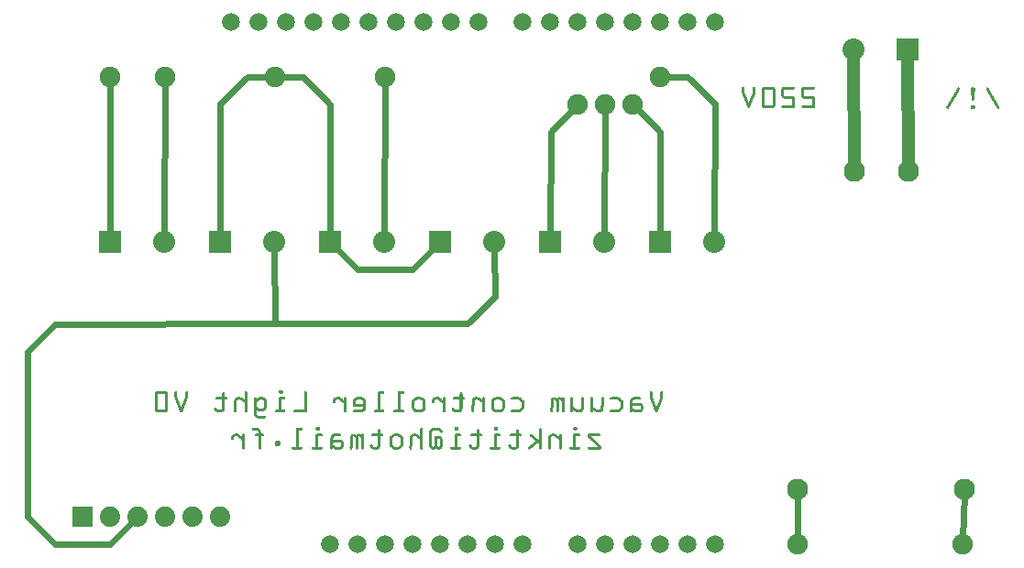
<source format=gbl>
G04 MADE WITH FRITZING*
G04 WWW.FRITZING.ORG*
G04 DOUBLE SIDED*
G04 HOLES PLATED*
G04 CONTOUR ON CENTER OF CONTOUR VECTOR*
%ASAXBY*%
%FSLAX23Y23*%
%MOIN*%
%OFA0B0*%
%SFA1.0B1.0*%
%ADD10C,0.077000*%
%ADD11C,0.074000*%
%ADD12C,0.065278*%
%ADD13C,0.080000*%
%ADD14C,0.075433*%
%ADD15R,0.074000X0.074000*%
%ADD16R,0.080000X0.080000*%
%ADD17C,0.048000*%
%ADD18C,0.024000*%
%ADD19R,0.001000X0.001000*%
%LNCOPPER0*%
G90*
G70*
G54D10*
X3311Y1969D03*
X3508Y1969D03*
X3712Y812D03*
X3106Y812D03*
G54D11*
X506Y712D03*
X606Y712D03*
X706Y712D03*
X806Y712D03*
X906Y712D03*
X1006Y712D03*
G54D12*
X2405Y612D03*
X2505Y612D03*
X2605Y612D03*
X2705Y612D03*
X2805Y612D03*
X1945Y2512D03*
X1845Y2512D03*
X1745Y2512D03*
X1645Y2512D03*
X1545Y2512D03*
X1445Y2512D03*
X1345Y2512D03*
X1245Y2512D03*
X1145Y2512D03*
X1045Y2512D03*
X2805Y2512D03*
X2705Y2512D03*
X2605Y2512D03*
X2505Y2512D03*
X2405Y2512D03*
X2305Y2512D03*
X2205Y2512D03*
X2105Y2512D03*
X1505Y612D03*
X1405Y612D03*
X1605Y612D03*
X1705Y612D03*
X1805Y612D03*
X1905Y612D03*
X2005Y612D03*
X2105Y612D03*
X2305Y612D03*
G54D13*
X1806Y1712D03*
X2003Y1712D03*
X1406Y1712D03*
X1603Y1712D03*
X2206Y1712D03*
X2403Y1712D03*
X2606Y1712D03*
X2803Y1712D03*
X1006Y1712D03*
X1203Y1712D03*
X606Y1712D03*
X803Y1712D03*
X3506Y2412D03*
X3309Y2412D03*
G54D14*
X2306Y2212D03*
X1206Y2312D03*
X806Y2312D03*
X606Y2312D03*
X2606Y2312D03*
X2506Y2212D03*
X2406Y2212D03*
X1606Y2312D03*
X3706Y612D03*
X3106Y612D03*
G54D15*
X506Y712D03*
G54D16*
X1806Y1712D03*
X1406Y1712D03*
X2206Y1712D03*
X2606Y1712D03*
X1006Y1712D03*
X606Y1712D03*
X3506Y2412D03*
G54D17*
X3311Y1987D02*
X3309Y2392D01*
D02*
X3508Y1987D02*
X3506Y2392D01*
G54D18*
D02*
X3106Y630D02*
X3106Y794D01*
D02*
X3707Y630D02*
X3712Y794D01*
D02*
X1205Y1414D02*
X406Y1412D01*
D02*
X1203Y1692D02*
X1205Y1414D01*
D02*
X406Y1412D02*
X306Y1312D01*
D02*
X306Y1312D02*
X306Y712D01*
D02*
X306Y712D02*
X406Y612D01*
D02*
X406Y612D02*
X606Y612D01*
D02*
X606Y612D02*
X692Y698D01*
D02*
X606Y1732D02*
X606Y2295D01*
D02*
X803Y1732D02*
X806Y2295D01*
D02*
X1106Y2313D02*
X1189Y2312D01*
D02*
X1006Y2214D02*
X1106Y2313D01*
D02*
X1006Y1732D02*
X1006Y2214D01*
D02*
X2403Y1732D02*
X2406Y2195D01*
D02*
X2519Y2200D02*
X2606Y2110D01*
D02*
X2606Y2110D02*
X2606Y1732D01*
D02*
X2624Y2312D02*
X2705Y2313D01*
D02*
X2705Y2313D02*
X2805Y2214D01*
D02*
X2805Y2214D02*
X2803Y1732D01*
D02*
X1308Y2312D02*
X1224Y2312D01*
D02*
X1406Y2211D02*
X1308Y2312D01*
D02*
X1406Y1732D02*
X1406Y2211D01*
D02*
X1606Y2295D02*
X1603Y1732D01*
D02*
X2208Y2110D02*
X2206Y1732D01*
D02*
X2294Y2200D02*
X2208Y2110D01*
D02*
X1706Y1613D02*
X1507Y1613D01*
D02*
X1507Y1613D02*
X1420Y1698D01*
D02*
X1792Y1698D02*
X1706Y1613D01*
D02*
X2005Y1513D02*
X2003Y1692D01*
D02*
X1905Y1414D02*
X2005Y1513D01*
D02*
X1205Y1414D02*
X1905Y1414D01*
G54D19*
X2906Y2276D02*
X2910Y2276D01*
X2946Y2276D02*
X2949Y2276D01*
X2982Y2276D02*
X3017Y2276D01*
X3054Y2276D02*
X3093Y2276D01*
X3126Y2276D02*
X3165Y2276D01*
X2905Y2275D02*
X2911Y2275D01*
X2945Y2275D02*
X2951Y2275D01*
X2980Y2275D02*
X3019Y2275D01*
X3052Y2275D02*
X3095Y2275D01*
X3124Y2275D02*
X3167Y2275D01*
X2904Y2274D02*
X2912Y2274D01*
X2944Y2274D02*
X2951Y2274D01*
X2979Y2274D02*
X3021Y2274D01*
X3051Y2274D02*
X3095Y2274D01*
X3123Y2274D02*
X3167Y2274D01*
X2904Y2273D02*
X2912Y2273D01*
X2943Y2273D02*
X2952Y2273D01*
X2978Y2273D02*
X3022Y2273D01*
X3050Y2273D02*
X3096Y2273D01*
X3122Y2273D02*
X3168Y2273D01*
X3690Y2273D02*
X3692Y2273D01*
X3740Y2273D02*
X3746Y2273D01*
X3794Y2273D02*
X3796Y2273D01*
X2903Y2272D02*
X2912Y2272D01*
X2943Y2272D02*
X2952Y2272D01*
X2977Y2272D02*
X3022Y2272D01*
X3049Y2272D02*
X3096Y2272D01*
X3121Y2272D02*
X3168Y2272D01*
X3688Y2272D02*
X3694Y2272D01*
X3738Y2272D02*
X3748Y2272D01*
X3792Y2272D02*
X3798Y2272D01*
X2903Y2271D02*
X2912Y2271D01*
X2943Y2271D02*
X2952Y2271D01*
X2976Y2271D02*
X3023Y2271D01*
X3048Y2271D02*
X3096Y2271D01*
X3120Y2271D02*
X3168Y2271D01*
X3687Y2271D02*
X3694Y2271D01*
X3737Y2271D02*
X3749Y2271D01*
X3792Y2271D02*
X3799Y2271D01*
X2903Y2270D02*
X2912Y2270D01*
X2943Y2270D02*
X2952Y2270D01*
X2976Y2270D02*
X3023Y2270D01*
X3048Y2270D02*
X3096Y2270D01*
X3120Y2270D02*
X3168Y2270D01*
X3687Y2270D02*
X3695Y2270D01*
X3736Y2270D02*
X3750Y2270D01*
X3791Y2270D02*
X3800Y2270D01*
X2903Y2269D02*
X2912Y2269D01*
X2943Y2269D02*
X2952Y2269D01*
X2976Y2269D02*
X3024Y2269D01*
X3048Y2269D02*
X3095Y2269D01*
X3120Y2269D02*
X3167Y2269D01*
X3686Y2269D02*
X3695Y2269D01*
X3736Y2269D02*
X3750Y2269D01*
X3791Y2269D02*
X3800Y2269D01*
X2903Y2268D02*
X2912Y2268D01*
X2943Y2268D02*
X2952Y2268D01*
X2975Y2268D02*
X3024Y2268D01*
X3047Y2268D02*
X3095Y2268D01*
X3119Y2268D02*
X3167Y2268D01*
X3685Y2268D02*
X3695Y2268D01*
X3736Y2268D02*
X3750Y2268D01*
X3791Y2268D02*
X3801Y2268D01*
X2903Y2267D02*
X2912Y2267D01*
X2943Y2267D02*
X2952Y2267D01*
X2975Y2267D02*
X3024Y2267D01*
X3047Y2267D02*
X3093Y2267D01*
X3119Y2267D02*
X3165Y2267D01*
X3685Y2267D02*
X3695Y2267D01*
X3736Y2267D02*
X3750Y2267D01*
X3791Y2267D02*
X3801Y2267D01*
X2903Y2266D02*
X2912Y2266D01*
X2943Y2266D02*
X2952Y2266D01*
X2975Y2266D02*
X2984Y2266D01*
X3015Y2266D02*
X3024Y2266D01*
X3047Y2266D02*
X3056Y2266D01*
X3119Y2266D02*
X3128Y2266D01*
X3684Y2266D02*
X3695Y2266D01*
X3736Y2266D02*
X3750Y2266D01*
X3791Y2266D02*
X3802Y2266D01*
X2903Y2265D02*
X2912Y2265D01*
X2943Y2265D02*
X2952Y2265D01*
X2975Y2265D02*
X2984Y2265D01*
X3015Y2265D02*
X3024Y2265D01*
X3047Y2265D02*
X3056Y2265D01*
X3119Y2265D02*
X3128Y2265D01*
X3684Y2265D02*
X3694Y2265D01*
X3736Y2265D02*
X3750Y2265D01*
X3792Y2265D02*
X3802Y2265D01*
X2903Y2264D02*
X2912Y2264D01*
X2943Y2264D02*
X2952Y2264D01*
X2975Y2264D02*
X2984Y2264D01*
X3015Y2264D02*
X3024Y2264D01*
X3047Y2264D02*
X3056Y2264D01*
X3119Y2264D02*
X3128Y2264D01*
X3683Y2264D02*
X3694Y2264D01*
X3736Y2264D02*
X3750Y2264D01*
X3792Y2264D02*
X3803Y2264D01*
X2903Y2263D02*
X2912Y2263D01*
X2943Y2263D02*
X2952Y2263D01*
X2975Y2263D02*
X2984Y2263D01*
X3015Y2263D02*
X3024Y2263D01*
X3047Y2263D02*
X3056Y2263D01*
X3119Y2263D02*
X3128Y2263D01*
X3682Y2263D02*
X3693Y2263D01*
X3736Y2263D02*
X3750Y2263D01*
X3793Y2263D02*
X3804Y2263D01*
X2903Y2262D02*
X2912Y2262D01*
X2943Y2262D02*
X2952Y2262D01*
X2975Y2262D02*
X2984Y2262D01*
X3015Y2262D02*
X3024Y2262D01*
X3047Y2262D02*
X3056Y2262D01*
X3119Y2262D02*
X3128Y2262D01*
X3682Y2262D02*
X3693Y2262D01*
X3736Y2262D02*
X3750Y2262D01*
X3793Y2262D02*
X3804Y2262D01*
X2903Y2261D02*
X2912Y2261D01*
X2943Y2261D02*
X2952Y2261D01*
X2975Y2261D02*
X2984Y2261D01*
X3015Y2261D02*
X3024Y2261D01*
X3047Y2261D02*
X3056Y2261D01*
X3119Y2261D02*
X3128Y2261D01*
X3681Y2261D02*
X3692Y2261D01*
X3736Y2261D02*
X3750Y2261D01*
X3794Y2261D02*
X3805Y2261D01*
X2903Y2260D02*
X2912Y2260D01*
X2943Y2260D02*
X2952Y2260D01*
X2975Y2260D02*
X2984Y2260D01*
X3015Y2260D02*
X3024Y2260D01*
X3047Y2260D02*
X3056Y2260D01*
X3119Y2260D02*
X3128Y2260D01*
X3681Y2260D02*
X3691Y2260D01*
X3737Y2260D02*
X3750Y2260D01*
X3795Y2260D02*
X3805Y2260D01*
X2903Y2259D02*
X2912Y2259D01*
X2943Y2259D02*
X2952Y2259D01*
X2975Y2259D02*
X2984Y2259D01*
X3015Y2259D02*
X3024Y2259D01*
X3047Y2259D02*
X3056Y2259D01*
X3119Y2259D02*
X3128Y2259D01*
X3680Y2259D02*
X3691Y2259D01*
X3737Y2259D02*
X3749Y2259D01*
X3795Y2259D02*
X3806Y2259D01*
X2903Y2258D02*
X2912Y2258D01*
X2943Y2258D02*
X2952Y2258D01*
X2975Y2258D02*
X2984Y2258D01*
X3015Y2258D02*
X3024Y2258D01*
X3047Y2258D02*
X3056Y2258D01*
X3119Y2258D02*
X3128Y2258D01*
X3680Y2258D02*
X3690Y2258D01*
X3737Y2258D02*
X3749Y2258D01*
X3796Y2258D02*
X3807Y2258D01*
X2903Y2257D02*
X2912Y2257D01*
X2943Y2257D02*
X2952Y2257D01*
X2975Y2257D02*
X2984Y2257D01*
X3015Y2257D02*
X3024Y2257D01*
X3047Y2257D02*
X3056Y2257D01*
X3119Y2257D02*
X3128Y2257D01*
X3679Y2257D02*
X3690Y2257D01*
X3737Y2257D02*
X3749Y2257D01*
X3796Y2257D02*
X3807Y2257D01*
X2903Y2256D02*
X2912Y2256D01*
X2943Y2256D02*
X2952Y2256D01*
X2975Y2256D02*
X2984Y2256D01*
X3015Y2256D02*
X3024Y2256D01*
X3047Y2256D02*
X3056Y2256D01*
X3119Y2256D02*
X3128Y2256D01*
X3678Y2256D02*
X3689Y2256D01*
X3737Y2256D02*
X3749Y2256D01*
X3797Y2256D02*
X3808Y2256D01*
X2903Y2255D02*
X2913Y2255D01*
X2943Y2255D02*
X2952Y2255D01*
X2975Y2255D02*
X2984Y2255D01*
X3015Y2255D02*
X3024Y2255D01*
X3047Y2255D02*
X3056Y2255D01*
X3119Y2255D02*
X3128Y2255D01*
X3678Y2255D02*
X3689Y2255D01*
X3737Y2255D02*
X3749Y2255D01*
X3798Y2255D02*
X3808Y2255D01*
X2903Y2254D02*
X2913Y2254D01*
X2942Y2254D02*
X2952Y2254D01*
X2975Y2254D02*
X2984Y2254D01*
X3015Y2254D02*
X3024Y2254D01*
X3047Y2254D02*
X3056Y2254D01*
X3119Y2254D02*
X3128Y2254D01*
X3677Y2254D02*
X3688Y2254D01*
X3737Y2254D02*
X3749Y2254D01*
X3798Y2254D02*
X3809Y2254D01*
X2903Y2253D02*
X2913Y2253D01*
X2942Y2253D02*
X2952Y2253D01*
X2975Y2253D02*
X2984Y2253D01*
X3015Y2253D02*
X3024Y2253D01*
X3047Y2253D02*
X3056Y2253D01*
X3119Y2253D02*
X3128Y2253D01*
X3677Y2253D02*
X3687Y2253D01*
X3737Y2253D02*
X3749Y2253D01*
X3799Y2253D02*
X3809Y2253D01*
X2904Y2252D02*
X2914Y2252D01*
X2942Y2252D02*
X2952Y2252D01*
X2975Y2252D02*
X2984Y2252D01*
X3015Y2252D02*
X3024Y2252D01*
X3047Y2252D02*
X3056Y2252D01*
X3119Y2252D02*
X3128Y2252D01*
X3676Y2252D02*
X3687Y2252D01*
X3737Y2252D02*
X3749Y2252D01*
X3799Y2252D02*
X3810Y2252D01*
X2904Y2251D02*
X2914Y2251D01*
X2941Y2251D02*
X2951Y2251D01*
X2975Y2251D02*
X2984Y2251D01*
X3015Y2251D02*
X3024Y2251D01*
X3047Y2251D02*
X3056Y2251D01*
X3119Y2251D02*
X3128Y2251D01*
X3675Y2251D02*
X3686Y2251D01*
X3737Y2251D02*
X3749Y2251D01*
X3800Y2251D02*
X3811Y2251D01*
X2905Y2250D02*
X2915Y2250D01*
X2941Y2250D02*
X2951Y2250D01*
X2975Y2250D02*
X2984Y2250D01*
X3015Y2250D02*
X3024Y2250D01*
X3047Y2250D02*
X3056Y2250D01*
X3119Y2250D02*
X3128Y2250D01*
X3675Y2250D02*
X3686Y2250D01*
X3737Y2250D02*
X3749Y2250D01*
X3800Y2250D02*
X3811Y2250D01*
X2905Y2249D02*
X2915Y2249D01*
X2940Y2249D02*
X2950Y2249D01*
X2975Y2249D02*
X2984Y2249D01*
X3015Y2249D02*
X3024Y2249D01*
X3047Y2249D02*
X3056Y2249D01*
X3119Y2249D02*
X3128Y2249D01*
X3674Y2249D02*
X3685Y2249D01*
X3737Y2249D02*
X3749Y2249D01*
X3801Y2249D02*
X3812Y2249D01*
X2905Y2248D02*
X2915Y2248D01*
X2940Y2248D02*
X2950Y2248D01*
X2975Y2248D02*
X2984Y2248D01*
X3015Y2248D02*
X3024Y2248D01*
X3047Y2248D02*
X3056Y2248D01*
X3119Y2248D02*
X3128Y2248D01*
X3674Y2248D02*
X3684Y2248D01*
X3737Y2248D02*
X3749Y2248D01*
X3802Y2248D02*
X3812Y2248D01*
X2906Y2247D02*
X2916Y2247D01*
X2940Y2247D02*
X2950Y2247D01*
X2975Y2247D02*
X2984Y2247D01*
X3015Y2247D02*
X3024Y2247D01*
X3047Y2247D02*
X3056Y2247D01*
X3119Y2247D02*
X3128Y2247D01*
X3673Y2247D02*
X3684Y2247D01*
X3737Y2247D02*
X3749Y2247D01*
X3802Y2247D02*
X3813Y2247D01*
X2906Y2246D02*
X2916Y2246D01*
X2939Y2246D02*
X2949Y2246D01*
X2975Y2246D02*
X2984Y2246D01*
X3015Y2246D02*
X3024Y2246D01*
X3047Y2246D02*
X3056Y2246D01*
X3119Y2246D02*
X3128Y2246D01*
X3672Y2246D02*
X3683Y2246D01*
X3737Y2246D02*
X3749Y2246D01*
X3803Y2246D02*
X3814Y2246D01*
X2907Y2245D02*
X2916Y2245D01*
X2939Y2245D02*
X2949Y2245D01*
X2975Y2245D02*
X2984Y2245D01*
X3015Y2245D02*
X3024Y2245D01*
X3047Y2245D02*
X3056Y2245D01*
X3119Y2245D02*
X3128Y2245D01*
X3672Y2245D02*
X3683Y2245D01*
X3738Y2245D02*
X3749Y2245D01*
X3803Y2245D02*
X3814Y2245D01*
X2907Y2244D02*
X2917Y2244D01*
X2938Y2244D02*
X2948Y2244D01*
X2975Y2244D02*
X2984Y2244D01*
X3015Y2244D02*
X3024Y2244D01*
X3047Y2244D02*
X3056Y2244D01*
X3119Y2244D02*
X3128Y2244D01*
X3671Y2244D02*
X3682Y2244D01*
X3738Y2244D02*
X3749Y2244D01*
X3804Y2244D02*
X3815Y2244D01*
X2907Y2243D02*
X2917Y2243D01*
X2938Y2243D02*
X2948Y2243D01*
X2975Y2243D02*
X2984Y2243D01*
X3015Y2243D02*
X3024Y2243D01*
X3047Y2243D02*
X3056Y2243D01*
X3119Y2243D02*
X3128Y2243D01*
X3671Y2243D02*
X3682Y2243D01*
X3738Y2243D02*
X3748Y2243D01*
X3805Y2243D02*
X3815Y2243D01*
X2908Y2242D02*
X2918Y2242D01*
X2938Y2242D02*
X2948Y2242D01*
X2975Y2242D02*
X2984Y2242D01*
X3015Y2242D02*
X3024Y2242D01*
X3047Y2242D02*
X3089Y2242D01*
X3119Y2242D02*
X3161Y2242D01*
X3670Y2242D02*
X3681Y2242D01*
X3738Y2242D02*
X3748Y2242D01*
X3805Y2242D02*
X3816Y2242D01*
X2908Y2241D02*
X2918Y2241D01*
X2937Y2241D02*
X2947Y2241D01*
X2975Y2241D02*
X2984Y2241D01*
X3015Y2241D02*
X3024Y2241D01*
X3047Y2241D02*
X3091Y2241D01*
X3119Y2241D02*
X3163Y2241D01*
X3670Y2241D02*
X3680Y2241D01*
X3738Y2241D02*
X3748Y2241D01*
X3806Y2241D02*
X3817Y2241D01*
X2909Y2240D02*
X2918Y2240D01*
X2937Y2240D02*
X2947Y2240D01*
X2975Y2240D02*
X2984Y2240D01*
X3015Y2240D02*
X3024Y2240D01*
X3048Y2240D02*
X3093Y2240D01*
X3120Y2240D02*
X3165Y2240D01*
X3669Y2240D02*
X3680Y2240D01*
X3738Y2240D02*
X3748Y2240D01*
X3806Y2240D02*
X3817Y2240D01*
X2909Y2239D02*
X2919Y2239D01*
X2937Y2239D02*
X2946Y2239D01*
X2975Y2239D02*
X2984Y2239D01*
X3015Y2239D02*
X3024Y2239D01*
X3048Y2239D02*
X3094Y2239D01*
X3120Y2239D02*
X3166Y2239D01*
X3668Y2239D02*
X3679Y2239D01*
X3738Y2239D02*
X3748Y2239D01*
X3807Y2239D02*
X3818Y2239D01*
X2909Y2238D02*
X2919Y2238D01*
X2936Y2238D02*
X2946Y2238D01*
X2975Y2238D02*
X2984Y2238D01*
X3015Y2238D02*
X3024Y2238D01*
X3048Y2238D02*
X3094Y2238D01*
X3120Y2238D02*
X3166Y2238D01*
X3668Y2238D02*
X3679Y2238D01*
X3738Y2238D02*
X3748Y2238D01*
X3807Y2238D02*
X3818Y2238D01*
X2910Y2237D02*
X2920Y2237D01*
X2936Y2237D02*
X2946Y2237D01*
X2975Y2237D02*
X2984Y2237D01*
X3015Y2237D02*
X3024Y2237D01*
X3049Y2237D02*
X3095Y2237D01*
X3121Y2237D02*
X3167Y2237D01*
X3667Y2237D02*
X3678Y2237D01*
X3738Y2237D02*
X3748Y2237D01*
X3808Y2237D02*
X3819Y2237D01*
X2910Y2236D02*
X2920Y2236D01*
X2935Y2236D02*
X2945Y2236D01*
X2975Y2236D02*
X2984Y2236D01*
X3015Y2236D02*
X3024Y2236D01*
X3050Y2236D02*
X3095Y2236D01*
X3122Y2236D02*
X3167Y2236D01*
X3667Y2236D02*
X3677Y2236D01*
X3738Y2236D02*
X3748Y2236D01*
X3809Y2236D02*
X3819Y2236D01*
X2911Y2235D02*
X2920Y2235D01*
X2935Y2235D02*
X2945Y2235D01*
X2975Y2235D02*
X2984Y2235D01*
X3015Y2235D02*
X3024Y2235D01*
X3051Y2235D02*
X3096Y2235D01*
X3123Y2235D02*
X3168Y2235D01*
X3666Y2235D02*
X3677Y2235D01*
X3738Y2235D02*
X3748Y2235D01*
X3809Y2235D02*
X3820Y2235D01*
X2911Y2234D02*
X2921Y2234D01*
X2935Y2234D02*
X2945Y2234D01*
X2975Y2234D02*
X2984Y2234D01*
X3015Y2234D02*
X3024Y2234D01*
X3052Y2234D02*
X3096Y2234D01*
X3124Y2234D02*
X3168Y2234D01*
X3665Y2234D02*
X3676Y2234D01*
X3738Y2234D02*
X3748Y2234D01*
X3810Y2234D02*
X3821Y2234D01*
X2911Y2233D02*
X2921Y2233D01*
X2934Y2233D02*
X2944Y2233D01*
X2975Y2233D02*
X2984Y2233D01*
X3015Y2233D02*
X3024Y2233D01*
X3055Y2233D02*
X3096Y2233D01*
X3127Y2233D02*
X3168Y2233D01*
X3665Y2233D02*
X3676Y2233D01*
X3738Y2233D02*
X3748Y2233D01*
X3810Y2233D02*
X3821Y2233D01*
X2912Y2232D02*
X2922Y2232D01*
X2934Y2232D02*
X2944Y2232D01*
X2975Y2232D02*
X2984Y2232D01*
X3015Y2232D02*
X3024Y2232D01*
X3087Y2232D02*
X3096Y2232D01*
X3159Y2232D02*
X3168Y2232D01*
X3664Y2232D02*
X3675Y2232D01*
X3738Y2232D02*
X3748Y2232D01*
X3811Y2232D02*
X3822Y2232D01*
X2912Y2231D02*
X2922Y2231D01*
X2933Y2231D02*
X2943Y2231D01*
X2975Y2231D02*
X2984Y2231D01*
X3015Y2231D02*
X3024Y2231D01*
X3087Y2231D02*
X3096Y2231D01*
X3159Y2231D02*
X3168Y2231D01*
X3664Y2231D02*
X3675Y2231D01*
X3738Y2231D02*
X3748Y2231D01*
X3812Y2231D02*
X3822Y2231D01*
X2912Y2230D02*
X2922Y2230D01*
X2933Y2230D02*
X2943Y2230D01*
X2975Y2230D02*
X2984Y2230D01*
X3015Y2230D02*
X3024Y2230D01*
X3087Y2230D02*
X3096Y2230D01*
X3159Y2230D02*
X3168Y2230D01*
X3663Y2230D02*
X3674Y2230D01*
X3738Y2230D02*
X3748Y2230D01*
X3812Y2230D02*
X3823Y2230D01*
X2913Y2229D02*
X2923Y2229D01*
X2933Y2229D02*
X2943Y2229D01*
X2975Y2229D02*
X2984Y2229D01*
X3015Y2229D02*
X3024Y2229D01*
X3087Y2229D02*
X3096Y2229D01*
X3159Y2229D02*
X3168Y2229D01*
X3663Y2229D02*
X3673Y2229D01*
X3739Y2229D02*
X3747Y2229D01*
X3813Y2229D02*
X3824Y2229D01*
X2913Y2228D02*
X2923Y2228D01*
X2932Y2228D02*
X2942Y2228D01*
X2975Y2228D02*
X2984Y2228D01*
X3015Y2228D02*
X3024Y2228D01*
X3087Y2228D02*
X3096Y2228D01*
X3159Y2228D02*
X3168Y2228D01*
X3662Y2228D02*
X3673Y2228D01*
X3739Y2228D02*
X3747Y2228D01*
X3813Y2228D02*
X3824Y2228D01*
X2914Y2227D02*
X2924Y2227D01*
X2932Y2227D02*
X2942Y2227D01*
X2975Y2227D02*
X2984Y2227D01*
X3015Y2227D02*
X3024Y2227D01*
X3087Y2227D02*
X3096Y2227D01*
X3159Y2227D02*
X3168Y2227D01*
X3661Y2227D02*
X3672Y2227D01*
X3740Y2227D02*
X3746Y2227D01*
X3814Y2227D02*
X3825Y2227D01*
X2914Y2226D02*
X2924Y2226D01*
X2931Y2226D02*
X2941Y2226D01*
X2975Y2226D02*
X2984Y2226D01*
X3015Y2226D02*
X3024Y2226D01*
X3087Y2226D02*
X3096Y2226D01*
X3159Y2226D02*
X3168Y2226D01*
X3661Y2226D02*
X3672Y2226D01*
X3741Y2226D02*
X3745Y2226D01*
X3814Y2226D02*
X3825Y2226D01*
X2914Y2225D02*
X2924Y2225D01*
X2931Y2225D02*
X2941Y2225D01*
X2975Y2225D02*
X2984Y2225D01*
X3015Y2225D02*
X3024Y2225D01*
X3087Y2225D02*
X3096Y2225D01*
X3159Y2225D02*
X3168Y2225D01*
X3660Y2225D02*
X3671Y2225D01*
X3815Y2225D02*
X3826Y2225D01*
X2915Y2224D02*
X2925Y2224D01*
X2931Y2224D02*
X2941Y2224D01*
X2975Y2224D02*
X2984Y2224D01*
X3015Y2224D02*
X3024Y2224D01*
X3087Y2224D02*
X3096Y2224D01*
X3159Y2224D02*
X3168Y2224D01*
X3660Y2224D02*
X3670Y2224D01*
X3816Y2224D02*
X3826Y2224D01*
X2915Y2223D02*
X2925Y2223D01*
X2930Y2223D02*
X2940Y2223D01*
X2975Y2223D02*
X2984Y2223D01*
X3015Y2223D02*
X3024Y2223D01*
X3087Y2223D02*
X3096Y2223D01*
X3159Y2223D02*
X3168Y2223D01*
X3659Y2223D02*
X3670Y2223D01*
X3816Y2223D02*
X3827Y2223D01*
X2916Y2222D02*
X2925Y2222D01*
X2930Y2222D02*
X2940Y2222D01*
X2975Y2222D02*
X2984Y2222D01*
X3015Y2222D02*
X3024Y2222D01*
X3087Y2222D02*
X3096Y2222D01*
X3159Y2222D02*
X3168Y2222D01*
X3658Y2222D02*
X3669Y2222D01*
X3817Y2222D02*
X3828Y2222D01*
X2916Y2221D02*
X2926Y2221D01*
X2929Y2221D02*
X2939Y2221D01*
X2975Y2221D02*
X2984Y2221D01*
X3015Y2221D02*
X3024Y2221D01*
X3087Y2221D02*
X3096Y2221D01*
X3159Y2221D02*
X3168Y2221D01*
X3658Y2221D02*
X3669Y2221D01*
X3817Y2221D02*
X3828Y2221D01*
X2916Y2220D02*
X2926Y2220D01*
X2929Y2220D02*
X2939Y2220D01*
X2975Y2220D02*
X2984Y2220D01*
X3015Y2220D02*
X3024Y2220D01*
X3087Y2220D02*
X3096Y2220D01*
X3159Y2220D02*
X3168Y2220D01*
X3657Y2220D02*
X3668Y2220D01*
X3818Y2220D02*
X3829Y2220D01*
X2917Y2219D02*
X2927Y2219D01*
X2929Y2219D02*
X2939Y2219D01*
X2975Y2219D02*
X2984Y2219D01*
X3015Y2219D02*
X3024Y2219D01*
X3087Y2219D02*
X3096Y2219D01*
X3159Y2219D02*
X3168Y2219D01*
X3657Y2219D02*
X3667Y2219D01*
X3819Y2219D02*
X3829Y2219D01*
X2917Y2218D02*
X2938Y2218D01*
X2975Y2218D02*
X2984Y2218D01*
X3015Y2218D02*
X3024Y2218D01*
X3087Y2218D02*
X3096Y2218D01*
X3159Y2218D02*
X3168Y2218D01*
X3656Y2218D02*
X3667Y2218D01*
X3819Y2218D02*
X3830Y2218D01*
X2918Y2217D02*
X2938Y2217D01*
X2975Y2217D02*
X2984Y2217D01*
X3015Y2217D02*
X3024Y2217D01*
X3087Y2217D02*
X3096Y2217D01*
X3159Y2217D02*
X3168Y2217D01*
X3656Y2217D02*
X3666Y2217D01*
X3820Y2217D02*
X3831Y2217D01*
X2918Y2216D02*
X2938Y2216D01*
X2975Y2216D02*
X2984Y2216D01*
X3015Y2216D02*
X3024Y2216D01*
X3087Y2216D02*
X3096Y2216D01*
X3159Y2216D02*
X3168Y2216D01*
X3655Y2216D02*
X3666Y2216D01*
X3820Y2216D02*
X3831Y2216D01*
X2918Y2215D02*
X2937Y2215D01*
X2975Y2215D02*
X2984Y2215D01*
X3015Y2215D02*
X3024Y2215D01*
X3087Y2215D02*
X3096Y2215D01*
X3159Y2215D02*
X3168Y2215D01*
X3654Y2215D02*
X3665Y2215D01*
X3821Y2215D02*
X3832Y2215D01*
X2919Y2214D02*
X2937Y2214D01*
X2975Y2214D02*
X2984Y2214D01*
X3015Y2214D02*
X3024Y2214D01*
X3087Y2214D02*
X3096Y2214D01*
X3159Y2214D02*
X3168Y2214D01*
X3654Y2214D02*
X3665Y2214D01*
X3822Y2214D02*
X3832Y2214D01*
X2919Y2213D02*
X2936Y2213D01*
X2975Y2213D02*
X2984Y2213D01*
X3015Y2213D02*
X3024Y2213D01*
X3087Y2213D02*
X3096Y2213D01*
X3159Y2213D02*
X3168Y2213D01*
X3653Y2213D02*
X3664Y2213D01*
X3822Y2213D02*
X3833Y2213D01*
X2919Y2212D02*
X2936Y2212D01*
X2975Y2212D02*
X2984Y2212D01*
X3015Y2212D02*
X3024Y2212D01*
X3087Y2212D02*
X3096Y2212D01*
X3159Y2212D02*
X3168Y2212D01*
X3653Y2212D02*
X3663Y2212D01*
X3823Y2212D02*
X3833Y2212D01*
X2920Y2211D02*
X2936Y2211D01*
X2975Y2211D02*
X2984Y2211D01*
X3015Y2211D02*
X3024Y2211D01*
X3087Y2211D02*
X3096Y2211D01*
X3159Y2211D02*
X3168Y2211D01*
X3652Y2211D02*
X3663Y2211D01*
X3823Y2211D02*
X3834Y2211D01*
X2920Y2210D02*
X2935Y2210D01*
X2975Y2210D02*
X2984Y2210D01*
X3015Y2210D02*
X3024Y2210D01*
X3087Y2210D02*
X3096Y2210D01*
X3159Y2210D02*
X3168Y2210D01*
X3651Y2210D02*
X3662Y2210D01*
X3824Y2210D02*
X3835Y2210D01*
X2921Y2209D02*
X2935Y2209D01*
X2975Y2209D02*
X2984Y2209D01*
X3015Y2209D02*
X3024Y2209D01*
X3087Y2209D02*
X3096Y2209D01*
X3159Y2209D02*
X3168Y2209D01*
X3651Y2209D02*
X3662Y2209D01*
X3739Y2209D02*
X3747Y2209D01*
X3824Y2209D02*
X3835Y2209D01*
X2921Y2208D02*
X2934Y2208D01*
X2975Y2208D02*
X3024Y2208D01*
X3050Y2208D02*
X3096Y2208D01*
X3122Y2208D02*
X3168Y2208D01*
X3650Y2208D02*
X3661Y2208D01*
X3737Y2208D02*
X3749Y2208D01*
X3825Y2208D02*
X3836Y2208D01*
X2921Y2207D02*
X2934Y2207D01*
X2975Y2207D02*
X3024Y2207D01*
X3049Y2207D02*
X3096Y2207D01*
X3121Y2207D02*
X3168Y2207D01*
X3650Y2207D02*
X3660Y2207D01*
X3737Y2207D02*
X3749Y2207D01*
X3826Y2207D02*
X3836Y2207D01*
X2922Y2206D02*
X2934Y2206D01*
X2976Y2206D02*
X3024Y2206D01*
X3048Y2206D02*
X3096Y2206D01*
X3120Y2206D02*
X3168Y2206D01*
X3649Y2206D02*
X3660Y2206D01*
X3736Y2206D02*
X3750Y2206D01*
X3826Y2206D02*
X3837Y2206D01*
X2922Y2205D02*
X2933Y2205D01*
X2976Y2205D02*
X3023Y2205D01*
X3048Y2205D02*
X3096Y2205D01*
X3120Y2205D02*
X3168Y2205D01*
X3649Y2205D02*
X3659Y2205D01*
X3736Y2205D02*
X3750Y2205D01*
X3827Y2205D02*
X3838Y2205D01*
X2923Y2204D02*
X2933Y2204D01*
X2977Y2204D02*
X3023Y2204D01*
X3047Y2204D02*
X3096Y2204D01*
X3119Y2204D02*
X3168Y2204D01*
X3648Y2204D02*
X3659Y2204D01*
X3736Y2204D02*
X3750Y2204D01*
X3827Y2204D02*
X3838Y2204D01*
X2923Y2203D02*
X2932Y2203D01*
X2977Y2203D02*
X3022Y2203D01*
X3047Y2203D02*
X3096Y2203D01*
X3119Y2203D02*
X3168Y2203D01*
X3647Y2203D02*
X3658Y2203D01*
X3736Y2203D02*
X3750Y2203D01*
X3828Y2203D02*
X3839Y2203D01*
X2923Y2202D02*
X2932Y2202D01*
X2978Y2202D02*
X3021Y2202D01*
X3048Y2202D02*
X3096Y2202D01*
X3120Y2202D02*
X3168Y2202D01*
X3647Y2202D02*
X3658Y2202D01*
X3736Y2202D02*
X3750Y2202D01*
X3829Y2202D02*
X3839Y2202D01*
X2924Y2201D02*
X2932Y2201D01*
X2979Y2201D02*
X3020Y2201D01*
X3048Y2201D02*
X3096Y2201D01*
X3120Y2201D02*
X3168Y2201D01*
X3647Y2201D02*
X3657Y2201D01*
X3736Y2201D02*
X3750Y2201D01*
X3829Y2201D02*
X3839Y2201D01*
X2925Y2200D02*
X2931Y2200D01*
X2980Y2200D02*
X3019Y2200D01*
X3049Y2200D02*
X3096Y2200D01*
X3121Y2200D02*
X3168Y2200D01*
X3647Y2200D02*
X3656Y2200D01*
X3736Y2200D02*
X3750Y2200D01*
X3830Y2200D02*
X3839Y2200D01*
X2926Y2199D02*
X2929Y2199D01*
X2983Y2199D02*
X3017Y2199D01*
X3050Y2199D02*
X3096Y2199D01*
X3122Y2199D02*
X3168Y2199D01*
X3647Y2199D02*
X3656Y2199D01*
X3736Y2199D02*
X3750Y2199D01*
X3830Y2199D02*
X3839Y2199D01*
X3647Y2198D02*
X3655Y2198D01*
X3737Y2198D02*
X3749Y2198D01*
X3831Y2198D02*
X3839Y2198D01*
X3648Y2197D02*
X3654Y2197D01*
X3737Y2197D02*
X3749Y2197D01*
X3832Y2197D02*
X3838Y2197D01*
X3649Y2196D02*
X3653Y2196D01*
X3739Y2196D02*
X3747Y2196D01*
X3833Y2196D02*
X3837Y2196D01*
X1222Y1172D02*
X1231Y1172D01*
X1221Y1171D02*
X1232Y1171D01*
X1220Y1170D02*
X1233Y1170D01*
X1220Y1169D02*
X1233Y1169D01*
X775Y1168D02*
X809Y1168D01*
X843Y1168D02*
X846Y1168D01*
X883Y1168D02*
X885Y1168D01*
X1099Y1168D02*
X1101Y1168D01*
X1220Y1168D02*
X1234Y1168D01*
X1315Y1168D02*
X1317Y1168D01*
X1583Y1168D02*
X1600Y1168D01*
X1655Y1168D02*
X1672Y1168D01*
X2571Y1168D02*
X2574Y1168D01*
X2611Y1168D02*
X2613Y1168D01*
X773Y1167D02*
X811Y1167D01*
X841Y1167D02*
X847Y1167D01*
X881Y1167D02*
X887Y1167D01*
X1097Y1167D02*
X1103Y1167D01*
X1220Y1167D02*
X1234Y1167D01*
X1313Y1167D02*
X1319Y1167D01*
X1581Y1167D02*
X1602Y1167D01*
X1653Y1167D02*
X1674Y1167D01*
X2569Y1167D02*
X2575Y1167D01*
X2609Y1167D02*
X2615Y1167D01*
X771Y1166D02*
X813Y1166D01*
X841Y1166D02*
X848Y1166D01*
X880Y1166D02*
X888Y1166D01*
X1096Y1166D02*
X1104Y1166D01*
X1220Y1166D02*
X1234Y1166D01*
X1312Y1166D02*
X1320Y1166D01*
X1580Y1166D02*
X1603Y1166D01*
X1652Y1166D02*
X1675Y1166D01*
X2569Y1166D02*
X2576Y1166D01*
X2608Y1166D02*
X2616Y1166D01*
X770Y1165D02*
X814Y1165D01*
X840Y1165D02*
X848Y1165D01*
X880Y1165D02*
X888Y1165D01*
X1096Y1165D02*
X1104Y1165D01*
X1220Y1165D02*
X1234Y1165D01*
X1312Y1165D02*
X1320Y1165D01*
X1580Y1165D02*
X1603Y1165D01*
X1652Y1165D02*
X1675Y1165D01*
X2568Y1165D02*
X2576Y1165D01*
X2608Y1165D02*
X2616Y1165D01*
X770Y1164D02*
X815Y1164D01*
X840Y1164D02*
X849Y1164D01*
X879Y1164D02*
X888Y1164D01*
X1017Y1164D02*
X1019Y1164D01*
X1095Y1164D02*
X1104Y1164D01*
X1220Y1164D02*
X1234Y1164D01*
X1311Y1164D02*
X1320Y1164D01*
X1580Y1164D02*
X1603Y1164D01*
X1652Y1164D02*
X1675Y1164D01*
X1881Y1164D02*
X1883Y1164D01*
X2568Y1164D02*
X2577Y1164D01*
X2607Y1164D02*
X2616Y1164D01*
X769Y1163D02*
X815Y1163D01*
X840Y1163D02*
X849Y1163D01*
X879Y1163D02*
X888Y1163D01*
X1015Y1163D02*
X1021Y1163D01*
X1095Y1163D02*
X1104Y1163D01*
X1220Y1163D02*
X1234Y1163D01*
X1311Y1163D02*
X1320Y1163D01*
X1580Y1163D02*
X1603Y1163D01*
X1652Y1163D02*
X1675Y1163D01*
X1879Y1163D02*
X1885Y1163D01*
X2568Y1163D02*
X2577Y1163D01*
X2607Y1163D02*
X2616Y1163D01*
X768Y1162D02*
X816Y1162D01*
X840Y1162D02*
X849Y1162D01*
X879Y1162D02*
X888Y1162D01*
X1014Y1162D02*
X1022Y1162D01*
X1095Y1162D02*
X1104Y1162D01*
X1220Y1162D02*
X1233Y1162D01*
X1311Y1162D02*
X1320Y1162D01*
X1580Y1162D02*
X1603Y1162D01*
X1652Y1162D02*
X1675Y1162D01*
X1878Y1162D02*
X1886Y1162D01*
X2568Y1162D02*
X2577Y1162D01*
X2607Y1162D02*
X2616Y1162D01*
X768Y1161D02*
X816Y1161D01*
X840Y1161D02*
X849Y1161D01*
X879Y1161D02*
X888Y1161D01*
X1014Y1161D02*
X1022Y1161D01*
X1095Y1161D02*
X1104Y1161D01*
X1220Y1161D02*
X1233Y1161D01*
X1311Y1161D02*
X1320Y1161D01*
X1580Y1161D02*
X1603Y1161D01*
X1652Y1161D02*
X1675Y1161D01*
X1878Y1161D02*
X1886Y1161D01*
X2568Y1161D02*
X2577Y1161D01*
X2607Y1161D02*
X2616Y1161D01*
X768Y1160D02*
X816Y1160D01*
X840Y1160D02*
X849Y1160D01*
X879Y1160D02*
X888Y1160D01*
X1014Y1160D02*
X1022Y1160D01*
X1095Y1160D02*
X1104Y1160D01*
X1221Y1160D02*
X1232Y1160D01*
X1311Y1160D02*
X1320Y1160D01*
X1580Y1160D02*
X1602Y1160D01*
X1652Y1160D02*
X1674Y1160D01*
X1878Y1160D02*
X1886Y1160D01*
X2568Y1160D02*
X2577Y1160D01*
X2607Y1160D02*
X2616Y1160D01*
X768Y1159D02*
X816Y1159D01*
X840Y1159D02*
X849Y1159D01*
X879Y1159D02*
X888Y1159D01*
X1013Y1159D02*
X1023Y1159D01*
X1095Y1159D02*
X1104Y1159D01*
X1222Y1159D02*
X1231Y1159D01*
X1311Y1159D02*
X1320Y1159D01*
X1580Y1159D02*
X1601Y1159D01*
X1652Y1159D02*
X1673Y1159D01*
X1877Y1159D02*
X1887Y1159D01*
X2568Y1159D02*
X2577Y1159D01*
X2607Y1159D02*
X2616Y1159D01*
X768Y1158D02*
X777Y1158D01*
X807Y1158D02*
X816Y1158D01*
X840Y1158D02*
X849Y1158D01*
X879Y1158D02*
X888Y1158D01*
X1013Y1158D02*
X1023Y1158D01*
X1095Y1158D02*
X1104Y1158D01*
X1311Y1158D02*
X1320Y1158D01*
X1580Y1158D02*
X1589Y1158D01*
X1652Y1158D02*
X1661Y1158D01*
X1877Y1158D02*
X1887Y1158D01*
X2568Y1158D02*
X2577Y1158D01*
X2607Y1158D02*
X2616Y1158D01*
X768Y1157D02*
X777Y1157D01*
X807Y1157D02*
X816Y1157D01*
X840Y1157D02*
X849Y1157D01*
X879Y1157D02*
X888Y1157D01*
X1013Y1157D02*
X1023Y1157D01*
X1095Y1157D02*
X1104Y1157D01*
X1311Y1157D02*
X1320Y1157D01*
X1580Y1157D02*
X1589Y1157D01*
X1652Y1157D02*
X1661Y1157D01*
X1877Y1157D02*
X1887Y1157D01*
X2568Y1157D02*
X2577Y1157D01*
X2607Y1157D02*
X2616Y1157D01*
X768Y1156D02*
X777Y1156D01*
X807Y1156D02*
X816Y1156D01*
X840Y1156D02*
X849Y1156D01*
X879Y1156D02*
X888Y1156D01*
X1013Y1156D02*
X1023Y1156D01*
X1095Y1156D02*
X1104Y1156D01*
X1311Y1156D02*
X1320Y1156D01*
X1580Y1156D02*
X1589Y1156D01*
X1652Y1156D02*
X1661Y1156D01*
X1877Y1156D02*
X1887Y1156D01*
X2568Y1156D02*
X2577Y1156D01*
X2607Y1156D02*
X2616Y1156D01*
X768Y1155D02*
X777Y1155D01*
X807Y1155D02*
X816Y1155D01*
X840Y1155D02*
X849Y1155D01*
X879Y1155D02*
X888Y1155D01*
X1013Y1155D02*
X1023Y1155D01*
X1095Y1155D02*
X1104Y1155D01*
X1311Y1155D02*
X1320Y1155D01*
X1580Y1155D02*
X1589Y1155D01*
X1652Y1155D02*
X1661Y1155D01*
X1877Y1155D02*
X1887Y1155D01*
X2568Y1155D02*
X2577Y1155D01*
X2607Y1155D02*
X2616Y1155D01*
X768Y1154D02*
X777Y1154D01*
X807Y1154D02*
X816Y1154D01*
X840Y1154D02*
X849Y1154D01*
X879Y1154D02*
X888Y1154D01*
X1013Y1154D02*
X1023Y1154D01*
X1095Y1154D02*
X1104Y1154D01*
X1311Y1154D02*
X1320Y1154D01*
X1580Y1154D02*
X1589Y1154D01*
X1652Y1154D02*
X1661Y1154D01*
X1877Y1154D02*
X1887Y1154D01*
X2568Y1154D02*
X2577Y1154D01*
X2607Y1154D02*
X2616Y1154D01*
X768Y1153D02*
X777Y1153D01*
X807Y1153D02*
X816Y1153D01*
X840Y1153D02*
X849Y1153D01*
X879Y1153D02*
X888Y1153D01*
X1013Y1153D02*
X1023Y1153D01*
X1095Y1153D02*
X1104Y1153D01*
X1311Y1153D02*
X1320Y1153D01*
X1580Y1153D02*
X1589Y1153D01*
X1652Y1153D02*
X1661Y1153D01*
X1877Y1153D02*
X1887Y1153D01*
X2568Y1153D02*
X2577Y1153D01*
X2607Y1153D02*
X2616Y1153D01*
X768Y1152D02*
X777Y1152D01*
X807Y1152D02*
X816Y1152D01*
X840Y1152D02*
X849Y1152D01*
X879Y1152D02*
X888Y1152D01*
X1013Y1152D02*
X1023Y1152D01*
X1095Y1152D02*
X1104Y1152D01*
X1311Y1152D02*
X1320Y1152D01*
X1580Y1152D02*
X1589Y1152D01*
X1652Y1152D02*
X1661Y1152D01*
X1877Y1152D02*
X1887Y1152D01*
X2568Y1152D02*
X2577Y1152D01*
X2607Y1152D02*
X2616Y1152D01*
X768Y1151D02*
X777Y1151D01*
X807Y1151D02*
X816Y1151D01*
X840Y1151D02*
X849Y1151D01*
X879Y1151D02*
X888Y1151D01*
X1013Y1151D02*
X1023Y1151D01*
X1095Y1151D02*
X1104Y1151D01*
X1311Y1151D02*
X1320Y1151D01*
X1580Y1151D02*
X1589Y1151D01*
X1652Y1151D02*
X1661Y1151D01*
X1877Y1151D02*
X1887Y1151D01*
X2568Y1151D02*
X2577Y1151D01*
X2607Y1151D02*
X2616Y1151D01*
X768Y1150D02*
X777Y1150D01*
X807Y1150D02*
X816Y1150D01*
X840Y1150D02*
X849Y1150D01*
X879Y1150D02*
X888Y1150D01*
X1013Y1150D02*
X1023Y1150D01*
X1095Y1150D02*
X1104Y1150D01*
X1311Y1150D02*
X1320Y1150D01*
X1580Y1150D02*
X1589Y1150D01*
X1652Y1150D02*
X1661Y1150D01*
X1877Y1150D02*
X1887Y1150D01*
X2568Y1150D02*
X2577Y1150D01*
X2607Y1150D02*
X2616Y1150D01*
X768Y1149D02*
X777Y1149D01*
X807Y1149D02*
X816Y1149D01*
X840Y1149D02*
X849Y1149D01*
X879Y1149D02*
X888Y1149D01*
X1013Y1149D02*
X1023Y1149D01*
X1095Y1149D02*
X1104Y1149D01*
X1311Y1149D02*
X1320Y1149D01*
X1580Y1149D02*
X1589Y1149D01*
X1652Y1149D02*
X1661Y1149D01*
X1877Y1149D02*
X1887Y1149D01*
X2568Y1149D02*
X2577Y1149D01*
X2607Y1149D02*
X2616Y1149D01*
X768Y1148D02*
X777Y1148D01*
X807Y1148D02*
X816Y1148D01*
X840Y1148D02*
X849Y1148D01*
X879Y1148D02*
X888Y1148D01*
X1013Y1148D02*
X1023Y1148D01*
X1095Y1148D02*
X1104Y1148D01*
X1311Y1148D02*
X1320Y1148D01*
X1580Y1148D02*
X1589Y1148D01*
X1652Y1148D02*
X1661Y1148D01*
X1877Y1148D02*
X1887Y1148D01*
X2568Y1148D02*
X2577Y1148D01*
X2607Y1148D02*
X2616Y1148D01*
X768Y1147D02*
X777Y1147D01*
X807Y1147D02*
X816Y1147D01*
X840Y1147D02*
X849Y1147D01*
X879Y1147D02*
X888Y1147D01*
X993Y1147D02*
X1029Y1147D01*
X1070Y1147D02*
X1079Y1147D01*
X1095Y1147D02*
X1104Y1147D01*
X1132Y1147D02*
X1133Y1147D01*
X1149Y1147D02*
X1160Y1147D01*
X1223Y1147D02*
X1240Y1147D01*
X1311Y1147D02*
X1320Y1147D01*
X1428Y1147D02*
X1441Y1147D01*
X1459Y1147D02*
X1461Y1147D01*
X1504Y1147D02*
X1520Y1147D01*
X1580Y1147D02*
X1589Y1147D01*
X1652Y1147D02*
X1661Y1147D01*
X1720Y1147D02*
X1736Y1147D01*
X1788Y1147D02*
X1801Y1147D01*
X1819Y1147D02*
X1821Y1147D01*
X1857Y1147D02*
X1893Y1147D01*
X1934Y1147D02*
X1943Y1147D01*
X1963Y1147D02*
X1965Y1147D01*
X2008Y1147D02*
X2024Y1147D01*
X2068Y1147D02*
X2091Y1147D01*
X2238Y1147D02*
X2241Y1147D01*
X2252Y1147D02*
X2253Y1147D01*
X2284Y1147D02*
X2285Y1147D01*
X2323Y1147D02*
X2325Y1147D01*
X2356Y1147D02*
X2357Y1147D01*
X2395Y1147D02*
X2397Y1147D01*
X2428Y1147D02*
X2451Y1147D01*
X2510Y1147D02*
X2531Y1147D01*
X2568Y1147D02*
X2577Y1147D01*
X2607Y1147D02*
X2616Y1147D01*
X768Y1146D02*
X777Y1146D01*
X807Y1146D02*
X816Y1146D01*
X840Y1146D02*
X849Y1146D01*
X879Y1146D02*
X888Y1146D01*
X991Y1146D02*
X1031Y1146D01*
X1066Y1146D02*
X1083Y1146D01*
X1095Y1146D02*
X1104Y1146D01*
X1130Y1146D02*
X1135Y1146D01*
X1146Y1146D02*
X1164Y1146D01*
X1221Y1146D02*
X1242Y1146D01*
X1311Y1146D02*
X1320Y1146D01*
X1425Y1146D02*
X1443Y1146D01*
X1457Y1146D02*
X1463Y1146D01*
X1500Y1146D02*
X1524Y1146D01*
X1580Y1146D02*
X1589Y1146D01*
X1652Y1146D02*
X1661Y1146D01*
X1717Y1146D02*
X1740Y1146D01*
X1785Y1146D02*
X1803Y1146D01*
X1817Y1146D02*
X1823Y1146D01*
X1855Y1146D02*
X1895Y1146D01*
X1930Y1146D02*
X1947Y1146D01*
X1961Y1146D02*
X1967Y1146D01*
X2005Y1146D02*
X2028Y1146D01*
X2066Y1146D02*
X2095Y1146D01*
X2216Y1146D02*
X2224Y1146D01*
X2234Y1146D02*
X2244Y1146D01*
X2250Y1146D02*
X2255Y1146D01*
X2282Y1146D02*
X2287Y1146D01*
X2321Y1146D02*
X2327Y1146D01*
X2354Y1146D02*
X2359Y1146D01*
X2393Y1146D02*
X2399Y1146D01*
X2426Y1146D02*
X2455Y1146D01*
X2506Y1146D02*
X2533Y1146D01*
X2568Y1146D02*
X2577Y1146D01*
X2607Y1146D02*
X2616Y1146D01*
X768Y1145D02*
X777Y1145D01*
X807Y1145D02*
X816Y1145D01*
X840Y1145D02*
X850Y1145D01*
X878Y1145D02*
X888Y1145D01*
X990Y1145D02*
X1032Y1145D01*
X1064Y1145D02*
X1084Y1145D01*
X1095Y1145D02*
X1104Y1145D01*
X1129Y1145D02*
X1136Y1145D01*
X1144Y1145D02*
X1166Y1145D01*
X1221Y1145D02*
X1243Y1145D01*
X1311Y1145D02*
X1320Y1145D01*
X1423Y1145D02*
X1444Y1145D01*
X1456Y1145D02*
X1464Y1145D01*
X1499Y1145D02*
X1526Y1145D01*
X1580Y1145D02*
X1589Y1145D01*
X1652Y1145D02*
X1661Y1145D01*
X1715Y1145D02*
X1742Y1145D01*
X1783Y1145D02*
X1804Y1145D01*
X1816Y1145D02*
X1823Y1145D01*
X1854Y1145D02*
X1895Y1145D01*
X1928Y1145D02*
X1948Y1145D01*
X1960Y1145D02*
X1967Y1145D01*
X2003Y1145D02*
X2030Y1145D01*
X2065Y1145D02*
X2097Y1145D01*
X2214Y1145D02*
X2226Y1145D01*
X2233Y1145D02*
X2246Y1145D01*
X2249Y1145D02*
X2256Y1145D01*
X2281Y1145D02*
X2288Y1145D01*
X2320Y1145D02*
X2327Y1145D01*
X2353Y1145D02*
X2360Y1145D01*
X2392Y1145D02*
X2399Y1145D01*
X2425Y1145D02*
X2457Y1145D01*
X2504Y1145D02*
X2534Y1145D01*
X2568Y1145D02*
X2578Y1145D01*
X2606Y1145D02*
X2616Y1145D01*
X768Y1144D02*
X777Y1144D01*
X807Y1144D02*
X816Y1144D01*
X840Y1144D02*
X850Y1144D01*
X878Y1144D02*
X888Y1144D01*
X989Y1144D02*
X1032Y1144D01*
X1063Y1144D02*
X1086Y1144D01*
X1095Y1144D02*
X1104Y1144D01*
X1128Y1144D02*
X1136Y1144D01*
X1142Y1144D02*
X1167Y1144D01*
X1220Y1144D02*
X1243Y1144D01*
X1311Y1144D02*
X1320Y1144D01*
X1422Y1144D02*
X1445Y1144D01*
X1456Y1144D02*
X1464Y1144D01*
X1497Y1144D02*
X1527Y1144D01*
X1580Y1144D02*
X1589Y1144D01*
X1652Y1144D02*
X1661Y1144D01*
X1713Y1144D02*
X1743Y1144D01*
X1782Y1144D02*
X1805Y1144D01*
X1816Y1144D02*
X1824Y1144D01*
X1853Y1144D02*
X1896Y1144D01*
X1927Y1144D02*
X1950Y1144D01*
X1960Y1144D02*
X1968Y1144D01*
X2001Y1144D02*
X2031Y1144D01*
X2064Y1144D02*
X2098Y1144D01*
X2213Y1144D02*
X2227Y1144D01*
X2232Y1144D02*
X2257Y1144D01*
X2280Y1144D02*
X2288Y1144D01*
X2320Y1144D02*
X2328Y1144D01*
X2352Y1144D02*
X2360Y1144D01*
X2392Y1144D02*
X2400Y1144D01*
X2424Y1144D02*
X2458Y1144D01*
X2503Y1144D02*
X2534Y1144D01*
X2568Y1144D02*
X2578Y1144D01*
X2606Y1144D02*
X2616Y1144D01*
X768Y1143D02*
X777Y1143D01*
X807Y1143D02*
X816Y1143D01*
X841Y1143D02*
X850Y1143D01*
X878Y1143D02*
X888Y1143D01*
X989Y1143D02*
X1032Y1143D01*
X1062Y1143D02*
X1088Y1143D01*
X1095Y1143D02*
X1104Y1143D01*
X1128Y1143D02*
X1137Y1143D01*
X1141Y1143D02*
X1168Y1143D01*
X1220Y1143D02*
X1243Y1143D01*
X1311Y1143D02*
X1320Y1143D01*
X1420Y1143D02*
X1446Y1143D01*
X1456Y1143D02*
X1464Y1143D01*
X1496Y1143D02*
X1528Y1143D01*
X1580Y1143D02*
X1589Y1143D01*
X1652Y1143D02*
X1661Y1143D01*
X1712Y1143D02*
X1744Y1143D01*
X1780Y1143D02*
X1806Y1143D01*
X1816Y1143D02*
X1824Y1143D01*
X1853Y1143D02*
X1896Y1143D01*
X1926Y1143D02*
X1952Y1143D01*
X1960Y1143D02*
X1968Y1143D01*
X2000Y1143D02*
X2032Y1143D01*
X2064Y1143D02*
X2100Y1143D01*
X2212Y1143D02*
X2228Y1143D01*
X2231Y1143D02*
X2257Y1143D01*
X2280Y1143D02*
X2289Y1143D01*
X2320Y1143D02*
X2328Y1143D01*
X2352Y1143D02*
X2361Y1143D01*
X2392Y1143D02*
X2400Y1143D01*
X2424Y1143D02*
X2460Y1143D01*
X2502Y1143D02*
X2534Y1143D01*
X2569Y1143D02*
X2578Y1143D01*
X2606Y1143D02*
X2616Y1143D01*
X768Y1142D02*
X777Y1142D01*
X807Y1142D02*
X816Y1142D01*
X841Y1142D02*
X851Y1142D01*
X877Y1142D02*
X887Y1142D01*
X989Y1142D02*
X1032Y1142D01*
X1061Y1142D02*
X1089Y1142D01*
X1095Y1142D02*
X1104Y1142D01*
X1128Y1142D02*
X1137Y1142D01*
X1140Y1142D02*
X1170Y1142D01*
X1220Y1142D02*
X1244Y1142D01*
X1311Y1142D02*
X1320Y1142D01*
X1419Y1142D02*
X1448Y1142D01*
X1455Y1142D02*
X1464Y1142D01*
X1495Y1142D02*
X1529Y1142D01*
X1580Y1142D02*
X1589Y1142D01*
X1652Y1142D02*
X1661Y1142D01*
X1711Y1142D02*
X1745Y1142D01*
X1779Y1142D02*
X1808Y1142D01*
X1815Y1142D02*
X1824Y1142D01*
X1853Y1142D02*
X1896Y1142D01*
X1925Y1142D02*
X1953Y1142D01*
X1959Y1142D02*
X1968Y1142D01*
X1999Y1142D02*
X2033Y1142D01*
X2064Y1142D02*
X2101Y1142D01*
X2211Y1142D02*
X2257Y1142D01*
X2280Y1142D02*
X2289Y1142D01*
X2319Y1142D02*
X2328Y1142D01*
X2352Y1142D02*
X2361Y1142D01*
X2391Y1142D02*
X2400Y1142D01*
X2424Y1142D02*
X2461Y1142D01*
X2501Y1142D02*
X2535Y1142D01*
X2569Y1142D02*
X2579Y1142D01*
X2605Y1142D02*
X2615Y1142D01*
X768Y1141D02*
X777Y1141D01*
X807Y1141D02*
X816Y1141D01*
X841Y1141D02*
X851Y1141D01*
X877Y1141D02*
X887Y1141D01*
X989Y1141D02*
X1032Y1141D01*
X1060Y1141D02*
X1091Y1141D01*
X1095Y1141D02*
X1104Y1141D01*
X1128Y1141D02*
X1137Y1141D01*
X1139Y1141D02*
X1171Y1141D01*
X1220Y1141D02*
X1243Y1141D01*
X1311Y1141D02*
X1320Y1141D01*
X1419Y1141D02*
X1449Y1141D01*
X1455Y1141D02*
X1464Y1141D01*
X1493Y1141D02*
X1531Y1141D01*
X1580Y1141D02*
X1589Y1141D01*
X1652Y1141D02*
X1661Y1141D01*
X1710Y1141D02*
X1747Y1141D01*
X1779Y1141D02*
X1809Y1141D01*
X1815Y1141D02*
X1824Y1141D01*
X1853Y1141D02*
X1896Y1141D01*
X1924Y1141D02*
X1955Y1141D01*
X1959Y1141D02*
X1968Y1141D01*
X1998Y1141D02*
X2035Y1141D01*
X2064Y1141D02*
X2102Y1141D01*
X2210Y1141D02*
X2257Y1141D01*
X2280Y1141D02*
X2289Y1141D01*
X2319Y1141D02*
X2328Y1141D01*
X2352Y1141D02*
X2361Y1141D01*
X2391Y1141D02*
X2400Y1141D01*
X2424Y1141D02*
X2462Y1141D01*
X2500Y1141D02*
X2534Y1141D01*
X2569Y1141D02*
X2579Y1141D01*
X2605Y1141D02*
X2615Y1141D01*
X768Y1140D02*
X777Y1140D01*
X807Y1140D02*
X816Y1140D01*
X842Y1140D02*
X852Y1140D01*
X877Y1140D02*
X886Y1140D01*
X989Y1140D02*
X1032Y1140D01*
X1059Y1140D02*
X1092Y1140D01*
X1095Y1140D02*
X1104Y1140D01*
X1128Y1140D02*
X1172Y1140D01*
X1220Y1140D02*
X1243Y1140D01*
X1311Y1140D02*
X1320Y1140D01*
X1418Y1140D02*
X1450Y1140D01*
X1455Y1140D02*
X1464Y1140D01*
X1492Y1140D02*
X1532Y1140D01*
X1580Y1140D02*
X1589Y1140D01*
X1652Y1140D02*
X1661Y1140D01*
X1708Y1140D02*
X1748Y1140D01*
X1778Y1140D02*
X1810Y1140D01*
X1815Y1140D02*
X1824Y1140D01*
X1853Y1140D02*
X1896Y1140D01*
X1923Y1140D02*
X1956Y1140D01*
X1959Y1140D02*
X1968Y1140D01*
X1996Y1140D02*
X2036Y1140D01*
X2064Y1140D02*
X2103Y1140D01*
X2209Y1140D02*
X2257Y1140D01*
X2280Y1140D02*
X2289Y1140D01*
X2319Y1140D02*
X2328Y1140D01*
X2352Y1140D02*
X2361Y1140D01*
X2391Y1140D02*
X2400Y1140D01*
X2424Y1140D02*
X2463Y1140D01*
X2499Y1140D02*
X2534Y1140D01*
X2570Y1140D02*
X2580Y1140D01*
X2605Y1140D02*
X2614Y1140D01*
X768Y1139D02*
X777Y1139D01*
X807Y1139D02*
X816Y1139D01*
X842Y1139D02*
X852Y1139D01*
X876Y1139D02*
X886Y1139D01*
X990Y1139D02*
X1031Y1139D01*
X1059Y1139D02*
X1104Y1139D01*
X1128Y1139D02*
X1173Y1139D01*
X1220Y1139D02*
X1242Y1139D01*
X1311Y1139D02*
X1320Y1139D01*
X1417Y1139D02*
X1451Y1139D01*
X1455Y1139D02*
X1464Y1139D01*
X1492Y1139D02*
X1533Y1139D01*
X1580Y1139D02*
X1589Y1139D01*
X1652Y1139D02*
X1661Y1139D01*
X1708Y1139D02*
X1749Y1139D01*
X1777Y1139D02*
X1811Y1139D01*
X1815Y1139D02*
X1824Y1139D01*
X1854Y1139D02*
X1895Y1139D01*
X1923Y1139D02*
X1968Y1139D01*
X1996Y1139D02*
X2037Y1139D01*
X2065Y1139D02*
X2104Y1139D01*
X2209Y1139D02*
X2257Y1139D01*
X2280Y1139D02*
X2289Y1139D01*
X2319Y1139D02*
X2328Y1139D01*
X2352Y1139D02*
X2361Y1139D01*
X2391Y1139D02*
X2400Y1139D01*
X2425Y1139D02*
X2464Y1139D01*
X2499Y1139D02*
X2533Y1139D01*
X2570Y1139D02*
X2580Y1139D01*
X2604Y1139D02*
X2614Y1139D01*
X768Y1138D02*
X777Y1138D01*
X807Y1138D02*
X816Y1138D01*
X843Y1138D02*
X852Y1138D01*
X876Y1138D02*
X886Y1138D01*
X991Y1138D02*
X1030Y1138D01*
X1058Y1138D02*
X1104Y1138D01*
X1128Y1138D02*
X1174Y1138D01*
X1220Y1138D02*
X1241Y1138D01*
X1311Y1138D02*
X1320Y1138D01*
X1417Y1138D02*
X1452Y1138D01*
X1455Y1138D02*
X1464Y1138D01*
X1491Y1138D02*
X1533Y1138D01*
X1580Y1138D02*
X1589Y1138D01*
X1652Y1138D02*
X1661Y1138D01*
X1707Y1138D02*
X1749Y1138D01*
X1777Y1138D02*
X1812Y1138D01*
X1815Y1138D02*
X1824Y1138D01*
X1855Y1138D02*
X1894Y1138D01*
X1922Y1138D02*
X1968Y1138D01*
X1995Y1138D02*
X2037Y1138D01*
X2066Y1138D02*
X2105Y1138D01*
X2209Y1138D02*
X2257Y1138D01*
X2280Y1138D02*
X2289Y1138D01*
X2319Y1138D02*
X2328Y1138D01*
X2352Y1138D02*
X2361Y1138D01*
X2391Y1138D02*
X2400Y1138D01*
X2426Y1138D02*
X2465Y1138D01*
X2498Y1138D02*
X2532Y1138D01*
X2571Y1138D02*
X2580Y1138D01*
X2604Y1138D02*
X2614Y1138D01*
X768Y1137D02*
X777Y1137D01*
X807Y1137D02*
X816Y1137D01*
X843Y1137D02*
X853Y1137D01*
X875Y1137D02*
X885Y1137D01*
X1013Y1137D02*
X1023Y1137D01*
X1058Y1137D02*
X1070Y1137D01*
X1079Y1137D02*
X1104Y1137D01*
X1128Y1137D02*
X1150Y1137D01*
X1160Y1137D02*
X1174Y1137D01*
X1220Y1137D02*
X1229Y1137D01*
X1311Y1137D02*
X1320Y1137D01*
X1417Y1137D02*
X1429Y1137D01*
X1439Y1137D02*
X1453Y1137D01*
X1455Y1137D02*
X1464Y1137D01*
X1490Y1137D02*
X1504Y1137D01*
X1520Y1137D02*
X1534Y1137D01*
X1580Y1137D02*
X1589Y1137D01*
X1652Y1137D02*
X1661Y1137D01*
X1706Y1137D02*
X1720Y1137D01*
X1736Y1137D02*
X1750Y1137D01*
X1777Y1137D02*
X1789Y1137D01*
X1799Y1137D02*
X1813Y1137D01*
X1815Y1137D02*
X1824Y1137D01*
X1877Y1137D02*
X1887Y1137D01*
X1922Y1137D02*
X1934Y1137D01*
X1943Y1137D02*
X1968Y1137D01*
X1994Y1137D02*
X2008Y1137D01*
X2024Y1137D02*
X2038Y1137D01*
X2091Y1137D02*
X2106Y1137D01*
X2209Y1137D02*
X2219Y1137D01*
X2221Y1137D02*
X2238Y1137D01*
X2241Y1137D02*
X2257Y1137D01*
X2280Y1137D02*
X2289Y1137D01*
X2319Y1137D02*
X2328Y1137D01*
X2352Y1137D02*
X2361Y1137D01*
X2391Y1137D02*
X2400Y1137D01*
X2451Y1137D02*
X2466Y1137D01*
X2498Y1137D02*
X2510Y1137D01*
X2571Y1137D02*
X2581Y1137D01*
X2603Y1137D02*
X2613Y1137D01*
X768Y1136D02*
X777Y1136D01*
X807Y1136D02*
X816Y1136D01*
X843Y1136D02*
X853Y1136D01*
X875Y1136D02*
X885Y1136D01*
X1013Y1136D02*
X1023Y1136D01*
X1057Y1136D02*
X1068Y1136D01*
X1081Y1136D02*
X1104Y1136D01*
X1128Y1136D02*
X1147Y1136D01*
X1162Y1136D02*
X1175Y1136D01*
X1220Y1136D02*
X1229Y1136D01*
X1311Y1136D02*
X1320Y1136D01*
X1416Y1136D02*
X1427Y1136D01*
X1440Y1136D02*
X1464Y1136D01*
X1489Y1136D02*
X1502Y1136D01*
X1522Y1136D02*
X1535Y1136D01*
X1580Y1136D02*
X1589Y1136D01*
X1652Y1136D02*
X1661Y1136D01*
X1705Y1136D02*
X1718Y1136D01*
X1738Y1136D02*
X1751Y1136D01*
X1776Y1136D02*
X1787Y1136D01*
X1800Y1136D02*
X1824Y1136D01*
X1877Y1136D02*
X1887Y1136D01*
X1921Y1136D02*
X1932Y1136D01*
X1945Y1136D02*
X1968Y1136D01*
X1993Y1136D02*
X2006Y1136D01*
X2026Y1136D02*
X2039Y1136D01*
X2093Y1136D02*
X2107Y1136D01*
X2209Y1136D02*
X2218Y1136D01*
X2222Y1136D02*
X2237Y1136D01*
X2242Y1136D02*
X2257Y1136D01*
X2280Y1136D02*
X2289Y1136D01*
X2319Y1136D02*
X2328Y1136D01*
X2352Y1136D02*
X2361Y1136D01*
X2391Y1136D02*
X2400Y1136D01*
X2453Y1136D02*
X2467Y1136D01*
X2497Y1136D02*
X2508Y1136D01*
X2571Y1136D02*
X2581Y1136D01*
X2603Y1136D02*
X2613Y1136D01*
X768Y1135D02*
X777Y1135D01*
X807Y1135D02*
X816Y1135D01*
X844Y1135D02*
X854Y1135D01*
X875Y1135D02*
X884Y1135D01*
X1013Y1135D02*
X1023Y1135D01*
X1057Y1135D02*
X1067Y1135D01*
X1082Y1135D02*
X1104Y1135D01*
X1128Y1135D02*
X1146Y1135D01*
X1163Y1135D02*
X1175Y1135D01*
X1220Y1135D02*
X1229Y1135D01*
X1311Y1135D02*
X1320Y1135D01*
X1416Y1135D02*
X1426Y1135D01*
X1441Y1135D02*
X1464Y1135D01*
X1489Y1135D02*
X1501Y1135D01*
X1523Y1135D02*
X1535Y1135D01*
X1580Y1135D02*
X1589Y1135D01*
X1652Y1135D02*
X1661Y1135D01*
X1705Y1135D02*
X1717Y1135D01*
X1739Y1135D02*
X1751Y1135D01*
X1776Y1135D02*
X1786Y1135D01*
X1801Y1135D02*
X1824Y1135D01*
X1877Y1135D02*
X1887Y1135D01*
X1921Y1135D02*
X1931Y1135D01*
X1946Y1135D02*
X1968Y1135D01*
X1993Y1135D02*
X2005Y1135D01*
X2027Y1135D02*
X2039Y1135D01*
X2094Y1135D02*
X2108Y1135D01*
X2208Y1135D02*
X2217Y1135D01*
X2223Y1135D02*
X2237Y1135D01*
X2243Y1135D02*
X2257Y1135D01*
X2280Y1135D02*
X2289Y1135D01*
X2319Y1135D02*
X2328Y1135D01*
X2352Y1135D02*
X2361Y1135D01*
X2391Y1135D02*
X2400Y1135D01*
X2454Y1135D02*
X2468Y1135D01*
X2497Y1135D02*
X2507Y1135D01*
X2572Y1135D02*
X2582Y1135D01*
X2603Y1135D02*
X2612Y1135D01*
X768Y1134D02*
X777Y1134D01*
X807Y1134D02*
X816Y1134D01*
X844Y1134D02*
X854Y1134D01*
X874Y1134D02*
X884Y1134D01*
X1013Y1134D02*
X1023Y1134D01*
X1057Y1134D02*
X1067Y1134D01*
X1084Y1134D02*
X1104Y1134D01*
X1128Y1134D02*
X1145Y1134D01*
X1164Y1134D02*
X1176Y1134D01*
X1220Y1134D02*
X1229Y1134D01*
X1311Y1134D02*
X1320Y1134D01*
X1416Y1134D02*
X1425Y1134D01*
X1442Y1134D02*
X1464Y1134D01*
X1489Y1134D02*
X1499Y1134D01*
X1524Y1134D02*
X1535Y1134D01*
X1580Y1134D02*
X1589Y1134D01*
X1652Y1134D02*
X1661Y1134D01*
X1705Y1134D02*
X1715Y1134D01*
X1740Y1134D02*
X1751Y1134D01*
X1776Y1134D02*
X1785Y1134D01*
X1802Y1134D02*
X1824Y1134D01*
X1877Y1134D02*
X1887Y1134D01*
X1921Y1134D02*
X1931Y1134D01*
X1948Y1134D02*
X1968Y1134D01*
X1993Y1134D02*
X2003Y1134D01*
X2028Y1134D02*
X2039Y1134D01*
X2095Y1134D02*
X2109Y1134D01*
X2208Y1134D02*
X2217Y1134D01*
X2224Y1134D02*
X2237Y1134D01*
X2244Y1134D02*
X2257Y1134D01*
X2280Y1134D02*
X2289Y1134D01*
X2319Y1134D02*
X2328Y1134D01*
X2352Y1134D02*
X2361Y1134D01*
X2391Y1134D02*
X2400Y1134D01*
X2455Y1134D02*
X2469Y1134D01*
X2497Y1134D02*
X2507Y1134D01*
X2572Y1134D02*
X2582Y1134D01*
X2602Y1134D02*
X2612Y1134D01*
X768Y1133D02*
X777Y1133D01*
X807Y1133D02*
X816Y1133D01*
X845Y1133D02*
X854Y1133D01*
X874Y1133D02*
X884Y1133D01*
X1013Y1133D02*
X1023Y1133D01*
X1057Y1133D02*
X1066Y1133D01*
X1085Y1133D02*
X1104Y1133D01*
X1128Y1133D02*
X1144Y1133D01*
X1166Y1133D02*
X1176Y1133D01*
X1220Y1133D02*
X1229Y1133D01*
X1311Y1133D02*
X1320Y1133D01*
X1416Y1133D02*
X1425Y1133D01*
X1444Y1133D02*
X1464Y1133D01*
X1488Y1133D02*
X1498Y1133D01*
X1525Y1133D02*
X1536Y1133D01*
X1580Y1133D02*
X1589Y1133D01*
X1652Y1133D02*
X1661Y1133D01*
X1704Y1133D02*
X1714Y1133D01*
X1741Y1133D02*
X1752Y1133D01*
X1776Y1133D02*
X1785Y1133D01*
X1804Y1133D02*
X1824Y1133D01*
X1877Y1133D02*
X1887Y1133D01*
X1921Y1133D02*
X1930Y1133D01*
X1949Y1133D02*
X1968Y1133D01*
X1992Y1133D02*
X2002Y1133D01*
X2029Y1133D02*
X2040Y1133D01*
X2096Y1133D02*
X2110Y1133D01*
X2208Y1133D02*
X2217Y1133D01*
X2226Y1133D02*
X2237Y1133D01*
X2245Y1133D02*
X2257Y1133D01*
X2280Y1133D02*
X2289Y1133D01*
X2319Y1133D02*
X2328Y1133D01*
X2352Y1133D02*
X2361Y1133D01*
X2391Y1133D02*
X2400Y1133D01*
X2456Y1133D02*
X2470Y1133D01*
X2497Y1133D02*
X2506Y1133D01*
X2573Y1133D02*
X2582Y1133D01*
X2602Y1133D02*
X2612Y1133D01*
X768Y1132D02*
X777Y1132D01*
X807Y1132D02*
X816Y1132D01*
X845Y1132D02*
X855Y1132D01*
X873Y1132D02*
X883Y1132D01*
X1013Y1132D02*
X1023Y1132D01*
X1057Y1132D02*
X1066Y1132D01*
X1087Y1132D02*
X1104Y1132D01*
X1128Y1132D02*
X1143Y1132D01*
X1166Y1132D02*
X1176Y1132D01*
X1220Y1132D02*
X1229Y1132D01*
X1311Y1132D02*
X1320Y1132D01*
X1416Y1132D02*
X1425Y1132D01*
X1445Y1132D02*
X1464Y1132D01*
X1488Y1132D02*
X1498Y1132D01*
X1526Y1132D02*
X1536Y1132D01*
X1580Y1132D02*
X1589Y1132D01*
X1652Y1132D02*
X1661Y1132D01*
X1704Y1132D02*
X1714Y1132D01*
X1742Y1132D02*
X1752Y1132D01*
X1776Y1132D02*
X1785Y1132D01*
X1805Y1132D02*
X1824Y1132D01*
X1877Y1132D02*
X1887Y1132D01*
X1921Y1132D02*
X1930Y1132D01*
X1951Y1132D02*
X1968Y1132D01*
X1992Y1132D02*
X2002Y1132D01*
X2030Y1132D02*
X2040Y1132D01*
X2098Y1132D02*
X2111Y1132D01*
X2208Y1132D02*
X2217Y1132D01*
X2227Y1132D02*
X2237Y1132D01*
X2247Y1132D02*
X2257Y1132D01*
X2280Y1132D02*
X2289Y1132D01*
X2319Y1132D02*
X2328Y1132D01*
X2352Y1132D02*
X2361Y1132D01*
X2391Y1132D02*
X2400Y1132D01*
X2458Y1132D02*
X2471Y1132D01*
X2497Y1132D02*
X2506Y1132D01*
X2573Y1132D02*
X2583Y1132D01*
X2601Y1132D02*
X2611Y1132D01*
X768Y1131D02*
X777Y1131D01*
X807Y1131D02*
X816Y1131D01*
X845Y1131D02*
X855Y1131D01*
X873Y1131D02*
X883Y1131D01*
X1013Y1131D02*
X1023Y1131D01*
X1057Y1131D02*
X1066Y1131D01*
X1089Y1131D02*
X1104Y1131D01*
X1128Y1131D02*
X1141Y1131D01*
X1167Y1131D02*
X1176Y1131D01*
X1220Y1131D02*
X1229Y1131D01*
X1311Y1131D02*
X1320Y1131D01*
X1416Y1131D02*
X1425Y1131D01*
X1446Y1131D02*
X1464Y1131D01*
X1488Y1131D02*
X1497Y1131D01*
X1527Y1131D02*
X1536Y1131D01*
X1580Y1131D02*
X1589Y1131D01*
X1652Y1131D02*
X1661Y1131D01*
X1704Y1131D02*
X1713Y1131D01*
X1743Y1131D02*
X1752Y1131D01*
X1776Y1131D02*
X1785Y1131D01*
X1806Y1131D02*
X1824Y1131D01*
X1877Y1131D02*
X1887Y1131D01*
X1921Y1131D02*
X1930Y1131D01*
X1953Y1131D02*
X1968Y1131D01*
X1992Y1131D02*
X2001Y1131D01*
X2031Y1131D02*
X2040Y1131D01*
X2099Y1131D02*
X2111Y1131D01*
X2208Y1131D02*
X2217Y1131D01*
X2228Y1131D02*
X2237Y1131D01*
X2248Y1131D02*
X2257Y1131D01*
X2280Y1131D02*
X2289Y1131D01*
X2319Y1131D02*
X2328Y1131D01*
X2352Y1131D02*
X2361Y1131D01*
X2391Y1131D02*
X2400Y1131D01*
X2459Y1131D02*
X2471Y1131D01*
X2497Y1131D02*
X2506Y1131D01*
X2573Y1131D02*
X2583Y1131D01*
X2601Y1131D02*
X2611Y1131D01*
X768Y1130D02*
X777Y1130D01*
X807Y1130D02*
X816Y1130D01*
X846Y1130D02*
X856Y1130D01*
X873Y1130D02*
X883Y1130D01*
X1013Y1130D02*
X1023Y1130D01*
X1057Y1130D02*
X1066Y1130D01*
X1090Y1130D02*
X1104Y1130D01*
X1128Y1130D02*
X1140Y1130D01*
X1167Y1130D02*
X1176Y1130D01*
X1220Y1130D02*
X1229Y1130D01*
X1311Y1130D02*
X1320Y1130D01*
X1416Y1130D02*
X1425Y1130D01*
X1447Y1130D02*
X1464Y1130D01*
X1488Y1130D02*
X1497Y1130D01*
X1527Y1130D02*
X1536Y1130D01*
X1580Y1130D02*
X1589Y1130D01*
X1652Y1130D02*
X1661Y1130D01*
X1704Y1130D02*
X1713Y1130D01*
X1743Y1130D02*
X1752Y1130D01*
X1776Y1130D02*
X1785Y1130D01*
X1807Y1130D02*
X1824Y1130D01*
X1877Y1130D02*
X1887Y1130D01*
X1921Y1130D02*
X1930Y1130D01*
X1954Y1130D02*
X1968Y1130D01*
X1992Y1130D02*
X2001Y1130D01*
X2031Y1130D02*
X2040Y1130D01*
X2100Y1130D02*
X2112Y1130D01*
X2208Y1130D02*
X2217Y1130D01*
X2228Y1130D02*
X2237Y1130D01*
X2248Y1130D02*
X2257Y1130D01*
X2280Y1130D02*
X2289Y1130D01*
X2319Y1130D02*
X2328Y1130D01*
X2352Y1130D02*
X2361Y1130D01*
X2391Y1130D02*
X2400Y1130D01*
X2460Y1130D02*
X2472Y1130D01*
X2497Y1130D02*
X2506Y1130D01*
X2574Y1130D02*
X2584Y1130D01*
X2601Y1130D02*
X2611Y1130D01*
X768Y1129D02*
X777Y1129D01*
X807Y1129D02*
X816Y1129D01*
X846Y1129D02*
X856Y1129D01*
X872Y1129D02*
X882Y1129D01*
X1013Y1129D02*
X1023Y1129D01*
X1057Y1129D02*
X1066Y1129D01*
X1092Y1129D02*
X1104Y1129D01*
X1128Y1129D02*
X1139Y1129D01*
X1167Y1129D02*
X1176Y1129D01*
X1220Y1129D02*
X1229Y1129D01*
X1311Y1129D02*
X1320Y1129D01*
X1416Y1129D02*
X1425Y1129D01*
X1448Y1129D02*
X1464Y1129D01*
X1488Y1129D02*
X1497Y1129D01*
X1527Y1129D02*
X1536Y1129D01*
X1580Y1129D02*
X1589Y1129D01*
X1652Y1129D02*
X1661Y1129D01*
X1704Y1129D02*
X1713Y1129D01*
X1743Y1129D02*
X1752Y1129D01*
X1776Y1129D02*
X1785Y1129D01*
X1808Y1129D02*
X1824Y1129D01*
X1877Y1129D02*
X1887Y1129D01*
X1921Y1129D02*
X1930Y1129D01*
X1956Y1129D02*
X1968Y1129D01*
X1992Y1129D02*
X2001Y1129D01*
X2031Y1129D02*
X2040Y1129D01*
X2101Y1129D02*
X2112Y1129D01*
X2208Y1129D02*
X2217Y1129D01*
X2228Y1129D02*
X2237Y1129D01*
X2248Y1129D02*
X2257Y1129D01*
X2280Y1129D02*
X2289Y1129D01*
X2319Y1129D02*
X2328Y1129D01*
X2352Y1129D02*
X2361Y1129D01*
X2391Y1129D02*
X2400Y1129D01*
X2461Y1129D02*
X2472Y1129D01*
X2497Y1129D02*
X2506Y1129D01*
X2574Y1129D02*
X2584Y1129D01*
X2600Y1129D02*
X2610Y1129D01*
X768Y1128D02*
X777Y1128D01*
X807Y1128D02*
X816Y1128D01*
X846Y1128D02*
X856Y1128D01*
X872Y1128D02*
X882Y1128D01*
X1013Y1128D02*
X1023Y1128D01*
X1057Y1128D02*
X1066Y1128D01*
X1093Y1128D02*
X1104Y1128D01*
X1128Y1128D02*
X1138Y1128D01*
X1167Y1128D02*
X1176Y1128D01*
X1220Y1128D02*
X1229Y1128D01*
X1311Y1128D02*
X1320Y1128D01*
X1416Y1128D02*
X1425Y1128D01*
X1449Y1128D02*
X1464Y1128D01*
X1488Y1128D02*
X1497Y1128D01*
X1527Y1128D02*
X1536Y1128D01*
X1580Y1128D02*
X1589Y1128D01*
X1652Y1128D02*
X1661Y1128D01*
X1704Y1128D02*
X1713Y1128D01*
X1743Y1128D02*
X1752Y1128D01*
X1776Y1128D02*
X1785Y1128D01*
X1809Y1128D02*
X1824Y1128D01*
X1877Y1128D02*
X1887Y1128D01*
X1921Y1128D02*
X1930Y1128D01*
X1957Y1128D02*
X1968Y1128D01*
X1992Y1128D02*
X2001Y1128D01*
X2031Y1128D02*
X2040Y1128D01*
X2102Y1128D02*
X2112Y1128D01*
X2208Y1128D02*
X2217Y1128D01*
X2228Y1128D02*
X2237Y1128D01*
X2248Y1128D02*
X2257Y1128D01*
X2280Y1128D02*
X2289Y1128D01*
X2319Y1128D02*
X2328Y1128D01*
X2352Y1128D02*
X2361Y1128D01*
X2391Y1128D02*
X2400Y1128D01*
X2462Y1128D02*
X2472Y1128D01*
X2497Y1128D02*
X2506Y1128D01*
X2574Y1128D02*
X2584Y1128D01*
X2600Y1128D02*
X2610Y1128D01*
X768Y1127D02*
X777Y1127D01*
X807Y1127D02*
X816Y1127D01*
X847Y1127D02*
X857Y1127D01*
X871Y1127D02*
X881Y1127D01*
X1013Y1127D02*
X1023Y1127D01*
X1057Y1127D02*
X1066Y1127D01*
X1095Y1127D02*
X1104Y1127D01*
X1128Y1127D02*
X1137Y1127D01*
X1167Y1127D02*
X1176Y1127D01*
X1220Y1127D02*
X1229Y1127D01*
X1311Y1127D02*
X1320Y1127D01*
X1416Y1127D02*
X1424Y1127D01*
X1451Y1127D02*
X1464Y1127D01*
X1488Y1127D02*
X1497Y1127D01*
X1527Y1127D02*
X1536Y1127D01*
X1580Y1127D02*
X1589Y1127D01*
X1652Y1127D02*
X1661Y1127D01*
X1704Y1127D02*
X1713Y1127D01*
X1743Y1127D02*
X1752Y1127D01*
X1776Y1127D02*
X1784Y1127D01*
X1811Y1127D02*
X1824Y1127D01*
X1877Y1127D02*
X1887Y1127D01*
X1921Y1127D02*
X1930Y1127D01*
X1959Y1127D02*
X1968Y1127D01*
X1992Y1127D02*
X2001Y1127D01*
X2031Y1127D02*
X2040Y1127D01*
X2103Y1127D02*
X2112Y1127D01*
X2208Y1127D02*
X2217Y1127D01*
X2228Y1127D02*
X2237Y1127D01*
X2248Y1127D02*
X2257Y1127D01*
X2280Y1127D02*
X2289Y1127D01*
X2319Y1127D02*
X2328Y1127D01*
X2352Y1127D02*
X2361Y1127D01*
X2391Y1127D02*
X2400Y1127D01*
X2463Y1127D02*
X2472Y1127D01*
X2497Y1127D02*
X2506Y1127D01*
X2575Y1127D02*
X2585Y1127D01*
X2599Y1127D02*
X2609Y1127D01*
X768Y1126D02*
X777Y1126D01*
X807Y1126D02*
X816Y1126D01*
X847Y1126D02*
X857Y1126D01*
X871Y1126D02*
X881Y1126D01*
X1013Y1126D02*
X1023Y1126D01*
X1057Y1126D02*
X1066Y1126D01*
X1095Y1126D02*
X1104Y1126D01*
X1128Y1126D02*
X1137Y1126D01*
X1167Y1126D02*
X1176Y1126D01*
X1220Y1126D02*
X1229Y1126D01*
X1311Y1126D02*
X1320Y1126D01*
X1417Y1126D02*
X1423Y1126D01*
X1452Y1126D02*
X1464Y1126D01*
X1488Y1126D02*
X1497Y1126D01*
X1527Y1126D02*
X1536Y1126D01*
X1580Y1126D02*
X1589Y1126D01*
X1652Y1126D02*
X1661Y1126D01*
X1704Y1126D02*
X1713Y1126D01*
X1743Y1126D02*
X1752Y1126D01*
X1777Y1126D02*
X1783Y1126D01*
X1812Y1126D02*
X1824Y1126D01*
X1877Y1126D02*
X1887Y1126D01*
X1921Y1126D02*
X1930Y1126D01*
X1959Y1126D02*
X1968Y1126D01*
X1992Y1126D02*
X2001Y1126D01*
X2031Y1126D02*
X2040Y1126D01*
X2103Y1126D02*
X2112Y1126D01*
X2208Y1126D02*
X2217Y1126D01*
X2228Y1126D02*
X2237Y1126D01*
X2248Y1126D02*
X2257Y1126D01*
X2280Y1126D02*
X2289Y1126D01*
X2319Y1126D02*
X2328Y1126D01*
X2352Y1126D02*
X2361Y1126D01*
X2391Y1126D02*
X2400Y1126D01*
X2463Y1126D02*
X2472Y1126D01*
X2497Y1126D02*
X2506Y1126D01*
X2511Y1126D02*
X2530Y1126D01*
X2575Y1126D02*
X2585Y1126D01*
X2599Y1126D02*
X2609Y1126D01*
X768Y1125D02*
X777Y1125D01*
X807Y1125D02*
X816Y1125D01*
X848Y1125D02*
X858Y1125D01*
X871Y1125D02*
X881Y1125D01*
X1013Y1125D02*
X1023Y1125D01*
X1057Y1125D02*
X1066Y1125D01*
X1095Y1125D02*
X1104Y1125D01*
X1128Y1125D02*
X1137Y1125D01*
X1167Y1125D02*
X1176Y1125D01*
X1220Y1125D02*
X1229Y1125D01*
X1311Y1125D02*
X1320Y1125D01*
X1419Y1125D02*
X1422Y1125D01*
X1453Y1125D02*
X1464Y1125D01*
X1488Y1125D02*
X1497Y1125D01*
X1527Y1125D02*
X1536Y1125D01*
X1580Y1125D02*
X1589Y1125D01*
X1652Y1125D02*
X1661Y1125D01*
X1704Y1125D02*
X1713Y1125D01*
X1743Y1125D02*
X1752Y1125D01*
X1779Y1125D02*
X1782Y1125D01*
X1813Y1125D02*
X1824Y1125D01*
X1877Y1125D02*
X1887Y1125D01*
X1921Y1125D02*
X1930Y1125D01*
X1959Y1125D02*
X1968Y1125D01*
X1992Y1125D02*
X2001Y1125D01*
X2031Y1125D02*
X2040Y1125D01*
X2103Y1125D02*
X2112Y1125D01*
X2208Y1125D02*
X2217Y1125D01*
X2228Y1125D02*
X2237Y1125D01*
X2248Y1125D02*
X2257Y1125D01*
X2280Y1125D02*
X2289Y1125D01*
X2319Y1125D02*
X2328Y1125D01*
X2352Y1125D02*
X2361Y1125D01*
X2391Y1125D02*
X2400Y1125D01*
X2463Y1125D02*
X2472Y1125D01*
X2497Y1125D02*
X2535Y1125D01*
X2576Y1125D02*
X2586Y1125D01*
X2599Y1125D02*
X2609Y1125D01*
X768Y1124D02*
X777Y1124D01*
X807Y1124D02*
X816Y1124D01*
X848Y1124D02*
X858Y1124D01*
X870Y1124D02*
X880Y1124D01*
X1013Y1124D02*
X1023Y1124D01*
X1057Y1124D02*
X1066Y1124D01*
X1095Y1124D02*
X1104Y1124D01*
X1128Y1124D02*
X1137Y1124D01*
X1167Y1124D02*
X1176Y1124D01*
X1220Y1124D02*
X1229Y1124D01*
X1311Y1124D02*
X1320Y1124D01*
X1454Y1124D02*
X1464Y1124D01*
X1488Y1124D02*
X1497Y1124D01*
X1527Y1124D02*
X1536Y1124D01*
X1580Y1124D02*
X1589Y1124D01*
X1652Y1124D02*
X1661Y1124D01*
X1704Y1124D02*
X1713Y1124D01*
X1743Y1124D02*
X1752Y1124D01*
X1814Y1124D02*
X1824Y1124D01*
X1877Y1124D02*
X1887Y1124D01*
X1921Y1124D02*
X1930Y1124D01*
X1959Y1124D02*
X1968Y1124D01*
X1992Y1124D02*
X2001Y1124D01*
X2031Y1124D02*
X2040Y1124D01*
X2103Y1124D02*
X2112Y1124D01*
X2208Y1124D02*
X2217Y1124D01*
X2228Y1124D02*
X2237Y1124D01*
X2248Y1124D02*
X2257Y1124D01*
X2280Y1124D02*
X2289Y1124D01*
X2319Y1124D02*
X2328Y1124D01*
X2352Y1124D02*
X2361Y1124D01*
X2391Y1124D02*
X2400Y1124D01*
X2463Y1124D02*
X2472Y1124D01*
X2497Y1124D02*
X2537Y1124D01*
X2576Y1124D02*
X2586Y1124D01*
X2598Y1124D02*
X2608Y1124D01*
X768Y1123D02*
X777Y1123D01*
X807Y1123D02*
X816Y1123D01*
X848Y1123D02*
X858Y1123D01*
X870Y1123D02*
X880Y1123D01*
X1013Y1123D02*
X1023Y1123D01*
X1057Y1123D02*
X1066Y1123D01*
X1095Y1123D02*
X1104Y1123D01*
X1128Y1123D02*
X1137Y1123D01*
X1167Y1123D02*
X1176Y1123D01*
X1220Y1123D02*
X1229Y1123D01*
X1311Y1123D02*
X1320Y1123D01*
X1455Y1123D02*
X1464Y1123D01*
X1488Y1123D02*
X1497Y1123D01*
X1527Y1123D02*
X1536Y1123D01*
X1580Y1123D02*
X1589Y1123D01*
X1652Y1123D02*
X1661Y1123D01*
X1704Y1123D02*
X1713Y1123D01*
X1743Y1123D02*
X1752Y1123D01*
X1815Y1123D02*
X1824Y1123D01*
X1877Y1123D02*
X1887Y1123D01*
X1921Y1123D02*
X1930Y1123D01*
X1959Y1123D02*
X1968Y1123D01*
X1992Y1123D02*
X2001Y1123D01*
X2031Y1123D02*
X2040Y1123D01*
X2103Y1123D02*
X2112Y1123D01*
X2208Y1123D02*
X2217Y1123D01*
X2228Y1123D02*
X2237Y1123D01*
X2248Y1123D02*
X2257Y1123D01*
X2280Y1123D02*
X2289Y1123D01*
X2319Y1123D02*
X2328Y1123D01*
X2352Y1123D02*
X2361Y1123D01*
X2391Y1123D02*
X2400Y1123D01*
X2463Y1123D02*
X2472Y1123D01*
X2497Y1123D02*
X2538Y1123D01*
X2576Y1123D02*
X2586Y1123D01*
X2598Y1123D02*
X2608Y1123D01*
X768Y1122D02*
X777Y1122D01*
X807Y1122D02*
X816Y1122D01*
X849Y1122D02*
X859Y1122D01*
X869Y1122D02*
X879Y1122D01*
X1013Y1122D02*
X1023Y1122D01*
X1057Y1122D02*
X1066Y1122D01*
X1095Y1122D02*
X1104Y1122D01*
X1128Y1122D02*
X1137Y1122D01*
X1167Y1122D02*
X1176Y1122D01*
X1220Y1122D02*
X1229Y1122D01*
X1311Y1122D02*
X1320Y1122D01*
X1455Y1122D02*
X1464Y1122D01*
X1488Y1122D02*
X1497Y1122D01*
X1527Y1122D02*
X1536Y1122D01*
X1580Y1122D02*
X1589Y1122D01*
X1652Y1122D02*
X1661Y1122D01*
X1704Y1122D02*
X1713Y1122D01*
X1743Y1122D02*
X1752Y1122D01*
X1815Y1122D02*
X1824Y1122D01*
X1877Y1122D02*
X1887Y1122D01*
X1921Y1122D02*
X1930Y1122D01*
X1959Y1122D02*
X1968Y1122D01*
X1992Y1122D02*
X2001Y1122D01*
X2031Y1122D02*
X2040Y1122D01*
X2103Y1122D02*
X2112Y1122D01*
X2208Y1122D02*
X2217Y1122D01*
X2228Y1122D02*
X2237Y1122D01*
X2248Y1122D02*
X2257Y1122D01*
X2280Y1122D02*
X2289Y1122D01*
X2319Y1122D02*
X2328Y1122D01*
X2352Y1122D02*
X2361Y1122D01*
X2391Y1122D02*
X2400Y1122D01*
X2463Y1122D02*
X2472Y1122D01*
X2497Y1122D02*
X2540Y1122D01*
X2577Y1122D02*
X2587Y1122D01*
X2597Y1122D02*
X2607Y1122D01*
X768Y1121D02*
X777Y1121D01*
X807Y1121D02*
X816Y1121D01*
X849Y1121D02*
X859Y1121D01*
X869Y1121D02*
X879Y1121D01*
X1013Y1121D02*
X1023Y1121D01*
X1057Y1121D02*
X1066Y1121D01*
X1095Y1121D02*
X1104Y1121D01*
X1128Y1121D02*
X1137Y1121D01*
X1167Y1121D02*
X1176Y1121D01*
X1220Y1121D02*
X1229Y1121D01*
X1311Y1121D02*
X1320Y1121D01*
X1455Y1121D02*
X1464Y1121D01*
X1488Y1121D02*
X1536Y1121D01*
X1580Y1121D02*
X1589Y1121D01*
X1652Y1121D02*
X1661Y1121D01*
X1704Y1121D02*
X1713Y1121D01*
X1743Y1121D02*
X1752Y1121D01*
X1815Y1121D02*
X1824Y1121D01*
X1877Y1121D02*
X1887Y1121D01*
X1921Y1121D02*
X1930Y1121D01*
X1959Y1121D02*
X1968Y1121D01*
X1992Y1121D02*
X2001Y1121D01*
X2031Y1121D02*
X2040Y1121D01*
X2103Y1121D02*
X2112Y1121D01*
X2208Y1121D02*
X2217Y1121D01*
X2228Y1121D02*
X2237Y1121D01*
X2248Y1121D02*
X2257Y1121D01*
X2280Y1121D02*
X2289Y1121D01*
X2319Y1121D02*
X2328Y1121D01*
X2352Y1121D02*
X2361Y1121D01*
X2391Y1121D02*
X2400Y1121D01*
X2463Y1121D02*
X2472Y1121D01*
X2497Y1121D02*
X2541Y1121D01*
X2577Y1121D02*
X2587Y1121D01*
X2597Y1121D02*
X2607Y1121D01*
X768Y1120D02*
X777Y1120D01*
X807Y1120D02*
X816Y1120D01*
X850Y1120D02*
X859Y1120D01*
X869Y1120D02*
X879Y1120D01*
X1013Y1120D02*
X1023Y1120D01*
X1057Y1120D02*
X1066Y1120D01*
X1095Y1120D02*
X1104Y1120D01*
X1128Y1120D02*
X1137Y1120D01*
X1167Y1120D02*
X1176Y1120D01*
X1220Y1120D02*
X1229Y1120D01*
X1311Y1120D02*
X1320Y1120D01*
X1455Y1120D02*
X1464Y1120D01*
X1488Y1120D02*
X1536Y1120D01*
X1580Y1120D02*
X1589Y1120D01*
X1652Y1120D02*
X1661Y1120D01*
X1704Y1120D02*
X1713Y1120D01*
X1743Y1120D02*
X1752Y1120D01*
X1815Y1120D02*
X1824Y1120D01*
X1877Y1120D02*
X1887Y1120D01*
X1921Y1120D02*
X1930Y1120D01*
X1959Y1120D02*
X1968Y1120D01*
X1992Y1120D02*
X2001Y1120D01*
X2031Y1120D02*
X2040Y1120D01*
X2103Y1120D02*
X2112Y1120D01*
X2208Y1120D02*
X2217Y1120D01*
X2228Y1120D02*
X2237Y1120D01*
X2248Y1120D02*
X2257Y1120D01*
X2280Y1120D02*
X2289Y1120D01*
X2319Y1120D02*
X2328Y1120D01*
X2352Y1120D02*
X2361Y1120D01*
X2391Y1120D02*
X2400Y1120D01*
X2463Y1120D02*
X2472Y1120D01*
X2497Y1120D02*
X2541Y1120D01*
X2578Y1120D02*
X2587Y1120D01*
X2597Y1120D02*
X2607Y1120D01*
X768Y1119D02*
X777Y1119D01*
X807Y1119D02*
X816Y1119D01*
X850Y1119D02*
X860Y1119D01*
X868Y1119D02*
X878Y1119D01*
X1013Y1119D02*
X1023Y1119D01*
X1057Y1119D02*
X1066Y1119D01*
X1095Y1119D02*
X1104Y1119D01*
X1128Y1119D02*
X1137Y1119D01*
X1167Y1119D02*
X1176Y1119D01*
X1220Y1119D02*
X1229Y1119D01*
X1311Y1119D02*
X1320Y1119D01*
X1455Y1119D02*
X1464Y1119D01*
X1488Y1119D02*
X1536Y1119D01*
X1580Y1119D02*
X1589Y1119D01*
X1652Y1119D02*
X1661Y1119D01*
X1704Y1119D02*
X1713Y1119D01*
X1743Y1119D02*
X1752Y1119D01*
X1815Y1119D02*
X1824Y1119D01*
X1877Y1119D02*
X1887Y1119D01*
X1921Y1119D02*
X1930Y1119D01*
X1959Y1119D02*
X1968Y1119D01*
X1992Y1119D02*
X2001Y1119D01*
X2031Y1119D02*
X2040Y1119D01*
X2103Y1119D02*
X2112Y1119D01*
X2208Y1119D02*
X2217Y1119D01*
X2228Y1119D02*
X2237Y1119D01*
X2248Y1119D02*
X2257Y1119D01*
X2280Y1119D02*
X2289Y1119D01*
X2319Y1119D02*
X2328Y1119D01*
X2352Y1119D02*
X2361Y1119D01*
X2391Y1119D02*
X2400Y1119D01*
X2463Y1119D02*
X2472Y1119D01*
X2496Y1119D02*
X2542Y1119D01*
X2578Y1119D02*
X2588Y1119D01*
X2596Y1119D02*
X2606Y1119D01*
X768Y1118D02*
X777Y1118D01*
X807Y1118D02*
X816Y1118D01*
X850Y1118D02*
X860Y1118D01*
X868Y1118D02*
X878Y1118D01*
X1013Y1118D02*
X1023Y1118D01*
X1056Y1118D02*
X1066Y1118D01*
X1095Y1118D02*
X1104Y1118D01*
X1128Y1118D02*
X1137Y1118D01*
X1167Y1118D02*
X1176Y1118D01*
X1220Y1118D02*
X1229Y1118D01*
X1311Y1118D02*
X1320Y1118D01*
X1455Y1118D02*
X1464Y1118D01*
X1488Y1118D02*
X1536Y1118D01*
X1580Y1118D02*
X1589Y1118D01*
X1652Y1118D02*
X1661Y1118D01*
X1704Y1118D02*
X1713Y1118D01*
X1743Y1118D02*
X1752Y1118D01*
X1815Y1118D02*
X1824Y1118D01*
X1877Y1118D02*
X1887Y1118D01*
X1920Y1118D02*
X1930Y1118D01*
X1959Y1118D02*
X1968Y1118D01*
X1992Y1118D02*
X2001Y1118D01*
X2031Y1118D02*
X2040Y1118D01*
X2103Y1118D02*
X2112Y1118D01*
X2208Y1118D02*
X2217Y1118D01*
X2228Y1118D02*
X2237Y1118D01*
X2248Y1118D02*
X2257Y1118D01*
X2280Y1118D02*
X2289Y1118D01*
X2319Y1118D02*
X2328Y1118D01*
X2352Y1118D02*
X2361Y1118D01*
X2391Y1118D02*
X2400Y1118D01*
X2463Y1118D02*
X2472Y1118D01*
X2496Y1118D02*
X2543Y1118D01*
X2578Y1118D02*
X2588Y1118D01*
X2596Y1118D02*
X2606Y1118D01*
X768Y1117D02*
X777Y1117D01*
X807Y1117D02*
X816Y1117D01*
X851Y1117D02*
X861Y1117D01*
X867Y1117D02*
X877Y1117D01*
X1013Y1117D02*
X1023Y1117D01*
X1056Y1117D02*
X1066Y1117D01*
X1095Y1117D02*
X1104Y1117D01*
X1128Y1117D02*
X1137Y1117D01*
X1167Y1117D02*
X1176Y1117D01*
X1220Y1117D02*
X1229Y1117D01*
X1311Y1117D02*
X1320Y1117D01*
X1455Y1117D02*
X1464Y1117D01*
X1488Y1117D02*
X1536Y1117D01*
X1580Y1117D02*
X1589Y1117D01*
X1652Y1117D02*
X1661Y1117D01*
X1704Y1117D02*
X1713Y1117D01*
X1743Y1117D02*
X1752Y1117D01*
X1815Y1117D02*
X1824Y1117D01*
X1877Y1117D02*
X1887Y1117D01*
X1920Y1117D02*
X1930Y1117D01*
X1959Y1117D02*
X1968Y1117D01*
X1992Y1117D02*
X2001Y1117D01*
X2031Y1117D02*
X2040Y1117D01*
X2103Y1117D02*
X2112Y1117D01*
X2208Y1117D02*
X2217Y1117D01*
X2228Y1117D02*
X2237Y1117D01*
X2248Y1117D02*
X2257Y1117D01*
X2280Y1117D02*
X2289Y1117D01*
X2319Y1117D02*
X2328Y1117D01*
X2352Y1117D02*
X2361Y1117D01*
X2391Y1117D02*
X2400Y1117D01*
X2463Y1117D02*
X2472Y1117D01*
X2496Y1117D02*
X2543Y1117D01*
X2579Y1117D02*
X2589Y1117D01*
X2595Y1117D02*
X2605Y1117D01*
X768Y1116D02*
X777Y1116D01*
X807Y1116D02*
X816Y1116D01*
X851Y1116D02*
X861Y1116D01*
X867Y1116D02*
X877Y1116D01*
X1013Y1116D02*
X1023Y1116D01*
X1056Y1116D02*
X1066Y1116D01*
X1095Y1116D02*
X1104Y1116D01*
X1128Y1116D02*
X1137Y1116D01*
X1167Y1116D02*
X1176Y1116D01*
X1220Y1116D02*
X1229Y1116D01*
X1311Y1116D02*
X1320Y1116D01*
X1455Y1116D02*
X1464Y1116D01*
X1488Y1116D02*
X1536Y1116D01*
X1580Y1116D02*
X1589Y1116D01*
X1652Y1116D02*
X1661Y1116D01*
X1704Y1116D02*
X1713Y1116D01*
X1743Y1116D02*
X1752Y1116D01*
X1815Y1116D02*
X1824Y1116D01*
X1877Y1116D02*
X1887Y1116D01*
X1920Y1116D02*
X1929Y1116D01*
X1959Y1116D02*
X1968Y1116D01*
X1992Y1116D02*
X2001Y1116D01*
X2031Y1116D02*
X2040Y1116D01*
X2103Y1116D02*
X2112Y1116D01*
X2208Y1116D02*
X2217Y1116D01*
X2228Y1116D02*
X2237Y1116D01*
X2248Y1116D02*
X2257Y1116D01*
X2280Y1116D02*
X2289Y1116D01*
X2319Y1116D02*
X2328Y1116D01*
X2352Y1116D02*
X2361Y1116D01*
X2391Y1116D02*
X2400Y1116D01*
X2463Y1116D02*
X2472Y1116D01*
X2496Y1116D02*
X2544Y1116D01*
X2579Y1116D02*
X2589Y1116D01*
X2595Y1116D02*
X2605Y1116D01*
X768Y1115D02*
X777Y1115D01*
X807Y1115D02*
X816Y1115D01*
X852Y1115D02*
X861Y1115D01*
X867Y1115D02*
X877Y1115D01*
X1013Y1115D02*
X1023Y1115D01*
X1056Y1115D02*
X1065Y1115D01*
X1095Y1115D02*
X1104Y1115D01*
X1128Y1115D02*
X1137Y1115D01*
X1167Y1115D02*
X1176Y1115D01*
X1220Y1115D02*
X1229Y1115D01*
X1311Y1115D02*
X1320Y1115D01*
X1455Y1115D02*
X1464Y1115D01*
X1488Y1115D02*
X1536Y1115D01*
X1580Y1115D02*
X1589Y1115D01*
X1652Y1115D02*
X1661Y1115D01*
X1704Y1115D02*
X1713Y1115D01*
X1743Y1115D02*
X1752Y1115D01*
X1815Y1115D02*
X1824Y1115D01*
X1877Y1115D02*
X1887Y1115D01*
X1920Y1115D02*
X1929Y1115D01*
X1959Y1115D02*
X1968Y1115D01*
X1992Y1115D02*
X2001Y1115D01*
X2031Y1115D02*
X2040Y1115D01*
X2103Y1115D02*
X2112Y1115D01*
X2208Y1115D02*
X2217Y1115D01*
X2228Y1115D02*
X2237Y1115D01*
X2248Y1115D02*
X2257Y1115D01*
X2280Y1115D02*
X2289Y1115D01*
X2319Y1115D02*
X2328Y1115D01*
X2352Y1115D02*
X2361Y1115D01*
X2391Y1115D02*
X2400Y1115D01*
X2463Y1115D02*
X2472Y1115D01*
X2496Y1115D02*
X2508Y1115D01*
X2533Y1115D02*
X2544Y1115D01*
X2580Y1115D02*
X2589Y1115D01*
X2595Y1115D02*
X2605Y1115D01*
X768Y1114D02*
X777Y1114D01*
X807Y1114D02*
X816Y1114D01*
X852Y1114D02*
X862Y1114D01*
X866Y1114D02*
X876Y1114D01*
X1013Y1114D02*
X1023Y1114D01*
X1056Y1114D02*
X1065Y1114D01*
X1095Y1114D02*
X1104Y1114D01*
X1128Y1114D02*
X1138Y1114D01*
X1167Y1114D02*
X1176Y1114D01*
X1220Y1114D02*
X1229Y1114D01*
X1311Y1114D02*
X1320Y1114D01*
X1455Y1114D02*
X1464Y1114D01*
X1489Y1114D02*
X1536Y1114D01*
X1580Y1114D02*
X1589Y1114D01*
X1652Y1114D02*
X1661Y1114D01*
X1704Y1114D02*
X1713Y1114D01*
X1743Y1114D02*
X1752Y1114D01*
X1815Y1114D02*
X1824Y1114D01*
X1877Y1114D02*
X1887Y1114D01*
X1920Y1114D02*
X1929Y1114D01*
X1959Y1114D02*
X1968Y1114D01*
X1992Y1114D02*
X2001Y1114D01*
X2031Y1114D02*
X2040Y1114D01*
X2103Y1114D02*
X2112Y1114D01*
X2208Y1114D02*
X2217Y1114D01*
X2228Y1114D02*
X2237Y1114D01*
X2248Y1114D02*
X2257Y1114D01*
X2280Y1114D02*
X2289Y1114D01*
X2318Y1114D02*
X2328Y1114D01*
X2352Y1114D02*
X2361Y1114D01*
X2390Y1114D02*
X2400Y1114D01*
X2463Y1114D02*
X2472Y1114D01*
X2496Y1114D02*
X2507Y1114D01*
X2534Y1114D02*
X2544Y1114D01*
X2580Y1114D02*
X2590Y1114D01*
X2594Y1114D02*
X2604Y1114D01*
X768Y1113D02*
X777Y1113D01*
X807Y1113D02*
X816Y1113D01*
X852Y1113D02*
X862Y1113D01*
X866Y1113D02*
X876Y1113D01*
X1013Y1113D02*
X1023Y1113D01*
X1056Y1113D02*
X1065Y1113D01*
X1095Y1113D02*
X1104Y1113D01*
X1128Y1113D02*
X1139Y1113D01*
X1167Y1113D02*
X1176Y1113D01*
X1220Y1113D02*
X1229Y1113D01*
X1311Y1113D02*
X1320Y1113D01*
X1455Y1113D02*
X1464Y1113D01*
X1489Y1113D02*
X1536Y1113D01*
X1580Y1113D02*
X1589Y1113D01*
X1652Y1113D02*
X1661Y1113D01*
X1704Y1113D02*
X1713Y1113D01*
X1743Y1113D02*
X1752Y1113D01*
X1815Y1113D02*
X1824Y1113D01*
X1877Y1113D02*
X1887Y1113D01*
X1920Y1113D02*
X1929Y1113D01*
X1959Y1113D02*
X1968Y1113D01*
X1992Y1113D02*
X2001Y1113D01*
X2031Y1113D02*
X2040Y1113D01*
X2103Y1113D02*
X2112Y1113D01*
X2208Y1113D02*
X2217Y1113D01*
X2228Y1113D02*
X2237Y1113D01*
X2248Y1113D02*
X2257Y1113D01*
X2280Y1113D02*
X2289Y1113D01*
X2318Y1113D02*
X2328Y1113D01*
X2352Y1113D02*
X2361Y1113D01*
X2390Y1113D02*
X2400Y1113D01*
X2463Y1113D02*
X2472Y1113D01*
X2496Y1113D02*
X2506Y1113D01*
X2535Y1113D02*
X2544Y1113D01*
X2580Y1113D02*
X2590Y1113D01*
X2594Y1113D02*
X2604Y1113D01*
X768Y1112D02*
X777Y1112D01*
X807Y1112D02*
X816Y1112D01*
X853Y1112D02*
X863Y1112D01*
X866Y1112D02*
X876Y1112D01*
X1013Y1112D02*
X1023Y1112D01*
X1056Y1112D02*
X1065Y1112D01*
X1095Y1112D02*
X1104Y1112D01*
X1128Y1112D02*
X1140Y1112D01*
X1167Y1112D02*
X1176Y1112D01*
X1220Y1112D02*
X1229Y1112D01*
X1311Y1112D02*
X1320Y1112D01*
X1455Y1112D02*
X1464Y1112D01*
X1491Y1112D02*
X1536Y1112D01*
X1580Y1112D02*
X1589Y1112D01*
X1652Y1112D02*
X1661Y1112D01*
X1704Y1112D02*
X1713Y1112D01*
X1743Y1112D02*
X1752Y1112D01*
X1815Y1112D02*
X1824Y1112D01*
X1877Y1112D02*
X1887Y1112D01*
X1920Y1112D02*
X1929Y1112D01*
X1959Y1112D02*
X1968Y1112D01*
X1992Y1112D02*
X2001Y1112D01*
X2031Y1112D02*
X2040Y1112D01*
X2103Y1112D02*
X2112Y1112D01*
X2208Y1112D02*
X2217Y1112D01*
X2228Y1112D02*
X2237Y1112D01*
X2248Y1112D02*
X2257Y1112D01*
X2280Y1112D02*
X2289Y1112D01*
X2318Y1112D02*
X2327Y1112D01*
X2352Y1112D02*
X2361Y1112D01*
X2390Y1112D02*
X2399Y1112D01*
X2463Y1112D02*
X2472Y1112D01*
X2496Y1112D02*
X2506Y1112D01*
X2535Y1112D02*
X2544Y1112D01*
X2581Y1112D02*
X2591Y1112D01*
X2594Y1112D02*
X2604Y1112D01*
X768Y1111D02*
X777Y1111D01*
X807Y1111D02*
X816Y1111D01*
X853Y1111D02*
X863Y1111D01*
X865Y1111D02*
X875Y1111D01*
X1013Y1111D02*
X1023Y1111D01*
X1056Y1111D02*
X1065Y1111D01*
X1095Y1111D02*
X1104Y1111D01*
X1128Y1111D02*
X1141Y1111D01*
X1167Y1111D02*
X1176Y1111D01*
X1220Y1111D02*
X1229Y1111D01*
X1311Y1111D02*
X1320Y1111D01*
X1455Y1111D02*
X1464Y1111D01*
X1527Y1111D02*
X1536Y1111D01*
X1580Y1111D02*
X1589Y1111D01*
X1652Y1111D02*
X1661Y1111D01*
X1704Y1111D02*
X1713Y1111D01*
X1743Y1111D02*
X1752Y1111D01*
X1815Y1111D02*
X1824Y1111D01*
X1877Y1111D02*
X1887Y1111D01*
X1920Y1111D02*
X1929Y1111D01*
X1959Y1111D02*
X1968Y1111D01*
X1992Y1111D02*
X2001Y1111D01*
X2031Y1111D02*
X2040Y1111D01*
X2103Y1111D02*
X2112Y1111D01*
X2208Y1111D02*
X2217Y1111D01*
X2228Y1111D02*
X2237Y1111D01*
X2248Y1111D02*
X2257Y1111D01*
X2280Y1111D02*
X2289Y1111D01*
X2318Y1111D02*
X2327Y1111D01*
X2352Y1111D02*
X2361Y1111D01*
X2390Y1111D02*
X2399Y1111D01*
X2463Y1111D02*
X2472Y1111D01*
X2496Y1111D02*
X2505Y1111D01*
X2535Y1111D02*
X2544Y1111D01*
X2581Y1111D02*
X2591Y1111D01*
X2593Y1111D02*
X2603Y1111D01*
X768Y1110D02*
X777Y1110D01*
X807Y1110D02*
X816Y1110D01*
X853Y1110D02*
X875Y1110D01*
X1013Y1110D02*
X1023Y1110D01*
X1056Y1110D02*
X1065Y1110D01*
X1095Y1110D02*
X1104Y1110D01*
X1128Y1110D02*
X1142Y1110D01*
X1167Y1110D02*
X1176Y1110D01*
X1220Y1110D02*
X1229Y1110D01*
X1311Y1110D02*
X1320Y1110D01*
X1455Y1110D02*
X1464Y1110D01*
X1527Y1110D02*
X1536Y1110D01*
X1580Y1110D02*
X1589Y1110D01*
X1652Y1110D02*
X1661Y1110D01*
X1704Y1110D02*
X1713Y1110D01*
X1743Y1110D02*
X1752Y1110D01*
X1815Y1110D02*
X1824Y1110D01*
X1877Y1110D02*
X1887Y1110D01*
X1920Y1110D02*
X1929Y1110D01*
X1959Y1110D02*
X1968Y1110D01*
X1992Y1110D02*
X2001Y1110D01*
X2031Y1110D02*
X2040Y1110D01*
X2102Y1110D02*
X2112Y1110D01*
X2208Y1110D02*
X2217Y1110D01*
X2228Y1110D02*
X2237Y1110D01*
X2248Y1110D02*
X2257Y1110D01*
X2280Y1110D02*
X2290Y1110D01*
X2318Y1110D02*
X2327Y1110D01*
X2352Y1110D02*
X2362Y1110D01*
X2390Y1110D02*
X2399Y1110D01*
X2462Y1110D02*
X2472Y1110D01*
X2496Y1110D02*
X2505Y1110D01*
X2535Y1110D02*
X2544Y1110D01*
X2581Y1110D02*
X2603Y1110D01*
X768Y1109D02*
X777Y1109D01*
X807Y1109D02*
X816Y1109D01*
X854Y1109D02*
X874Y1109D01*
X1013Y1109D02*
X1023Y1109D01*
X1056Y1109D02*
X1065Y1109D01*
X1095Y1109D02*
X1104Y1109D01*
X1128Y1109D02*
X1144Y1109D01*
X1166Y1109D02*
X1176Y1109D01*
X1220Y1109D02*
X1229Y1109D01*
X1311Y1109D02*
X1320Y1109D01*
X1455Y1109D02*
X1464Y1109D01*
X1527Y1109D02*
X1536Y1109D01*
X1580Y1109D02*
X1589Y1109D01*
X1652Y1109D02*
X1661Y1109D01*
X1704Y1109D02*
X1713Y1109D01*
X1743Y1109D02*
X1752Y1109D01*
X1815Y1109D02*
X1824Y1109D01*
X1877Y1109D02*
X1887Y1109D01*
X1920Y1109D02*
X1929Y1109D01*
X1959Y1109D02*
X1968Y1109D01*
X1992Y1109D02*
X2001Y1109D01*
X2031Y1109D02*
X2040Y1109D01*
X2102Y1109D02*
X2112Y1109D01*
X2207Y1109D02*
X2217Y1109D01*
X2228Y1109D02*
X2237Y1109D01*
X2248Y1109D02*
X2257Y1109D01*
X2280Y1109D02*
X2292Y1109D01*
X2318Y1109D02*
X2327Y1109D01*
X2352Y1109D02*
X2364Y1109D01*
X2390Y1109D02*
X2399Y1109D01*
X2462Y1109D02*
X2472Y1109D01*
X2496Y1109D02*
X2505Y1109D01*
X2535Y1109D02*
X2544Y1109D01*
X2582Y1109D02*
X2602Y1109D01*
X768Y1108D02*
X777Y1108D01*
X807Y1108D02*
X816Y1108D01*
X854Y1108D02*
X874Y1108D01*
X986Y1108D02*
X991Y1108D01*
X1013Y1108D02*
X1023Y1108D01*
X1056Y1108D02*
X1065Y1108D01*
X1095Y1108D02*
X1104Y1108D01*
X1128Y1108D02*
X1145Y1108D01*
X1165Y1108D02*
X1176Y1108D01*
X1220Y1108D02*
X1229Y1108D01*
X1311Y1108D02*
X1320Y1108D01*
X1455Y1108D02*
X1464Y1108D01*
X1527Y1108D02*
X1536Y1108D01*
X1580Y1108D02*
X1589Y1108D01*
X1652Y1108D02*
X1661Y1108D01*
X1704Y1108D02*
X1713Y1108D01*
X1743Y1108D02*
X1752Y1108D01*
X1815Y1108D02*
X1824Y1108D01*
X1850Y1108D02*
X1855Y1108D01*
X1877Y1108D02*
X1887Y1108D01*
X1920Y1108D02*
X1929Y1108D01*
X1959Y1108D02*
X1968Y1108D01*
X1992Y1108D02*
X2001Y1108D01*
X2031Y1108D02*
X2040Y1108D01*
X2100Y1108D02*
X2112Y1108D01*
X2207Y1108D02*
X2217Y1108D01*
X2228Y1108D02*
X2237Y1108D01*
X2248Y1108D02*
X2257Y1108D01*
X2280Y1108D02*
X2293Y1108D01*
X2318Y1108D02*
X2327Y1108D01*
X2352Y1108D02*
X2365Y1108D01*
X2390Y1108D02*
X2399Y1108D01*
X2460Y1108D02*
X2472Y1108D01*
X2496Y1108D02*
X2505Y1108D01*
X2535Y1108D02*
X2544Y1108D01*
X2582Y1108D02*
X2602Y1108D01*
X768Y1107D02*
X777Y1107D01*
X807Y1107D02*
X816Y1107D01*
X855Y1107D02*
X874Y1107D01*
X985Y1107D02*
X992Y1107D01*
X1013Y1107D02*
X1023Y1107D01*
X1056Y1107D02*
X1065Y1107D01*
X1095Y1107D02*
X1104Y1107D01*
X1128Y1107D02*
X1146Y1107D01*
X1164Y1107D02*
X1175Y1107D01*
X1220Y1107D02*
X1229Y1107D01*
X1311Y1107D02*
X1320Y1107D01*
X1455Y1107D02*
X1464Y1107D01*
X1527Y1107D02*
X1536Y1107D01*
X1580Y1107D02*
X1589Y1107D01*
X1652Y1107D02*
X1661Y1107D01*
X1704Y1107D02*
X1713Y1107D01*
X1743Y1107D02*
X1752Y1107D01*
X1815Y1107D02*
X1824Y1107D01*
X1849Y1107D02*
X1856Y1107D01*
X1877Y1107D02*
X1887Y1107D01*
X1920Y1107D02*
X1929Y1107D01*
X1959Y1107D02*
X1968Y1107D01*
X1992Y1107D02*
X2001Y1107D01*
X2031Y1107D02*
X2040Y1107D01*
X2099Y1107D02*
X2111Y1107D01*
X2207Y1107D02*
X2216Y1107D01*
X2228Y1107D02*
X2237Y1107D01*
X2248Y1107D02*
X2257Y1107D01*
X2280Y1107D02*
X2295Y1107D01*
X2318Y1107D02*
X2327Y1107D01*
X2352Y1107D02*
X2367Y1107D01*
X2390Y1107D02*
X2399Y1107D01*
X2459Y1107D02*
X2471Y1107D01*
X2496Y1107D02*
X2505Y1107D01*
X2535Y1107D02*
X2544Y1107D01*
X2583Y1107D02*
X2602Y1107D01*
X768Y1106D02*
X777Y1106D01*
X807Y1106D02*
X816Y1106D01*
X855Y1106D02*
X873Y1106D01*
X984Y1106D02*
X992Y1106D01*
X1013Y1106D02*
X1023Y1106D01*
X1056Y1106D02*
X1065Y1106D01*
X1095Y1106D02*
X1104Y1106D01*
X1128Y1106D02*
X1147Y1106D01*
X1162Y1106D02*
X1175Y1106D01*
X1220Y1106D02*
X1229Y1106D01*
X1311Y1106D02*
X1320Y1106D01*
X1455Y1106D02*
X1464Y1106D01*
X1527Y1106D02*
X1536Y1106D01*
X1580Y1106D02*
X1589Y1106D01*
X1652Y1106D02*
X1661Y1106D01*
X1704Y1106D02*
X1714Y1106D01*
X1743Y1106D02*
X1752Y1106D01*
X1815Y1106D02*
X1824Y1106D01*
X1848Y1106D02*
X1856Y1106D01*
X1877Y1106D02*
X1887Y1106D01*
X1920Y1106D02*
X1929Y1106D01*
X1959Y1106D02*
X1968Y1106D01*
X1992Y1106D02*
X2002Y1106D01*
X2031Y1106D02*
X2040Y1106D01*
X2098Y1106D02*
X2111Y1106D01*
X2207Y1106D02*
X2216Y1106D01*
X2228Y1106D02*
X2237Y1106D01*
X2248Y1106D02*
X2257Y1106D01*
X2280Y1106D02*
X2297Y1106D01*
X2318Y1106D02*
X2327Y1106D01*
X2352Y1106D02*
X2369Y1106D01*
X2390Y1106D02*
X2399Y1106D01*
X2458Y1106D02*
X2471Y1106D01*
X2496Y1106D02*
X2507Y1106D01*
X2535Y1106D02*
X2544Y1106D01*
X2583Y1106D02*
X2601Y1106D01*
X768Y1105D02*
X777Y1105D01*
X807Y1105D02*
X816Y1105D01*
X855Y1105D02*
X873Y1105D01*
X984Y1105D02*
X993Y1105D01*
X1013Y1105D02*
X1023Y1105D01*
X1056Y1105D02*
X1065Y1105D01*
X1095Y1105D02*
X1104Y1105D01*
X1128Y1105D02*
X1149Y1105D01*
X1160Y1105D02*
X1174Y1105D01*
X1220Y1105D02*
X1229Y1105D01*
X1311Y1105D02*
X1320Y1105D01*
X1455Y1105D02*
X1464Y1105D01*
X1526Y1105D02*
X1536Y1105D01*
X1580Y1105D02*
X1589Y1105D01*
X1652Y1105D02*
X1661Y1105D01*
X1704Y1105D02*
X1714Y1105D01*
X1742Y1105D02*
X1752Y1105D01*
X1815Y1105D02*
X1824Y1105D01*
X1848Y1105D02*
X1857Y1105D01*
X1877Y1105D02*
X1887Y1105D01*
X1920Y1105D02*
X1929Y1105D01*
X1959Y1105D02*
X1968Y1105D01*
X1992Y1105D02*
X2002Y1105D01*
X2030Y1105D02*
X2040Y1105D01*
X2097Y1105D02*
X2110Y1105D01*
X2207Y1105D02*
X2216Y1105D01*
X2228Y1105D02*
X2237Y1105D01*
X2248Y1105D02*
X2257Y1105D01*
X2280Y1105D02*
X2298Y1105D01*
X2318Y1105D02*
X2327Y1105D01*
X2352Y1105D02*
X2370Y1105D01*
X2390Y1105D02*
X2399Y1105D01*
X2457Y1105D02*
X2470Y1105D01*
X2496Y1105D02*
X2508Y1105D01*
X2535Y1105D02*
X2544Y1105D01*
X2583Y1105D02*
X2601Y1105D01*
X768Y1104D02*
X777Y1104D01*
X807Y1104D02*
X816Y1104D01*
X856Y1104D02*
X872Y1104D01*
X984Y1104D02*
X993Y1104D01*
X1013Y1104D02*
X1022Y1104D01*
X1056Y1104D02*
X1065Y1104D01*
X1095Y1104D02*
X1104Y1104D01*
X1128Y1104D02*
X1174Y1104D01*
X1220Y1104D02*
X1229Y1104D01*
X1311Y1104D02*
X1320Y1104D01*
X1455Y1104D02*
X1464Y1104D01*
X1525Y1104D02*
X1536Y1104D01*
X1580Y1104D02*
X1589Y1104D01*
X1652Y1104D02*
X1661Y1104D01*
X1704Y1104D02*
X1715Y1104D01*
X1741Y1104D02*
X1752Y1104D01*
X1815Y1104D02*
X1824Y1104D01*
X1848Y1104D02*
X1857Y1104D01*
X1877Y1104D02*
X1886Y1104D01*
X1920Y1104D02*
X1929Y1104D01*
X1959Y1104D02*
X1968Y1104D01*
X1992Y1104D02*
X2003Y1104D01*
X2029Y1104D02*
X2040Y1104D01*
X2096Y1104D02*
X2110Y1104D01*
X2207Y1104D02*
X2216Y1104D01*
X2228Y1104D02*
X2237Y1104D01*
X2248Y1104D02*
X2257Y1104D01*
X2280Y1104D02*
X2300Y1104D01*
X2318Y1104D02*
X2327Y1104D01*
X2352Y1104D02*
X2372Y1104D01*
X2390Y1104D02*
X2399Y1104D01*
X2456Y1104D02*
X2470Y1104D01*
X2496Y1104D02*
X2510Y1104D01*
X2535Y1104D02*
X2544Y1104D01*
X2584Y1104D02*
X2600Y1104D01*
X768Y1103D02*
X777Y1103D01*
X807Y1103D02*
X816Y1103D01*
X856Y1103D02*
X872Y1103D01*
X984Y1103D02*
X994Y1103D01*
X1013Y1103D02*
X1022Y1103D01*
X1056Y1103D02*
X1065Y1103D01*
X1095Y1103D02*
X1104Y1103D01*
X1128Y1103D02*
X1173Y1103D01*
X1220Y1103D02*
X1229Y1103D01*
X1311Y1103D02*
X1320Y1103D01*
X1455Y1103D02*
X1464Y1103D01*
X1524Y1103D02*
X1535Y1103D01*
X1580Y1103D02*
X1589Y1103D01*
X1652Y1103D02*
X1661Y1103D01*
X1705Y1103D02*
X1717Y1103D01*
X1740Y1103D02*
X1751Y1103D01*
X1815Y1103D02*
X1824Y1103D01*
X1848Y1103D02*
X1858Y1103D01*
X1877Y1103D02*
X1886Y1103D01*
X1920Y1103D02*
X1929Y1103D01*
X1959Y1103D02*
X1968Y1103D01*
X1993Y1103D02*
X2005Y1103D01*
X2028Y1103D02*
X2039Y1103D01*
X2095Y1103D02*
X2109Y1103D01*
X2207Y1103D02*
X2216Y1103D01*
X2228Y1103D02*
X2237Y1103D01*
X2248Y1103D02*
X2257Y1103D01*
X2280Y1103D02*
X2301Y1103D01*
X2317Y1103D02*
X2327Y1103D01*
X2352Y1103D02*
X2373Y1103D01*
X2389Y1103D02*
X2399Y1103D01*
X2455Y1103D02*
X2469Y1103D01*
X2496Y1103D02*
X2512Y1103D01*
X2535Y1103D02*
X2544Y1103D01*
X2584Y1103D02*
X2600Y1103D01*
X768Y1102D02*
X777Y1102D01*
X807Y1102D02*
X816Y1102D01*
X857Y1102D02*
X872Y1102D01*
X984Y1102D02*
X994Y1102D01*
X1012Y1102D02*
X1022Y1102D01*
X1056Y1102D02*
X1065Y1102D01*
X1095Y1102D02*
X1104Y1102D01*
X1128Y1102D02*
X1172Y1102D01*
X1220Y1102D02*
X1229Y1102D01*
X1311Y1102D02*
X1320Y1102D01*
X1455Y1102D02*
X1464Y1102D01*
X1522Y1102D02*
X1535Y1102D01*
X1580Y1102D02*
X1589Y1102D01*
X1652Y1102D02*
X1661Y1102D01*
X1705Y1102D02*
X1718Y1102D01*
X1738Y1102D02*
X1751Y1102D01*
X1815Y1102D02*
X1824Y1102D01*
X1848Y1102D02*
X1858Y1102D01*
X1876Y1102D02*
X1886Y1102D01*
X1920Y1102D02*
X1929Y1102D01*
X1959Y1102D02*
X1968Y1102D01*
X1993Y1102D02*
X2006Y1102D01*
X2026Y1102D02*
X2039Y1102D01*
X2093Y1102D02*
X2108Y1102D01*
X2207Y1102D02*
X2216Y1102D01*
X2228Y1102D02*
X2237Y1102D01*
X2248Y1102D02*
X2257Y1102D01*
X2280Y1102D02*
X2303Y1102D01*
X2317Y1102D02*
X2327Y1102D01*
X2352Y1102D02*
X2375Y1102D01*
X2389Y1102D02*
X2399Y1102D01*
X2453Y1102D02*
X2468Y1102D01*
X2496Y1102D02*
X2514Y1102D01*
X2534Y1102D02*
X2544Y1102D01*
X2585Y1102D02*
X2600Y1102D01*
X768Y1101D02*
X777Y1101D01*
X807Y1101D02*
X816Y1101D01*
X857Y1101D02*
X871Y1101D01*
X984Y1101D02*
X996Y1101D01*
X1011Y1101D02*
X1022Y1101D01*
X1056Y1101D02*
X1065Y1101D01*
X1095Y1101D02*
X1104Y1101D01*
X1128Y1101D02*
X1171Y1101D01*
X1220Y1101D02*
X1229Y1101D01*
X1311Y1101D02*
X1320Y1101D01*
X1455Y1101D02*
X1464Y1101D01*
X1521Y1101D02*
X1534Y1101D01*
X1580Y1101D02*
X1589Y1101D01*
X1652Y1101D02*
X1661Y1101D01*
X1706Y1101D02*
X1719Y1101D01*
X1737Y1101D02*
X1750Y1101D01*
X1815Y1101D02*
X1824Y1101D01*
X1848Y1101D02*
X1860Y1101D01*
X1875Y1101D02*
X1886Y1101D01*
X1920Y1101D02*
X1929Y1101D01*
X1959Y1101D02*
X1968Y1101D01*
X1994Y1101D02*
X2007Y1101D01*
X2025Y1101D02*
X2038Y1101D01*
X2092Y1101D02*
X2107Y1101D01*
X2207Y1101D02*
X2216Y1101D01*
X2228Y1101D02*
X2237Y1101D01*
X2248Y1101D02*
X2257Y1101D01*
X2280Y1101D02*
X2304Y1101D01*
X2315Y1101D02*
X2327Y1101D01*
X2352Y1101D02*
X2376Y1101D01*
X2387Y1101D02*
X2399Y1101D01*
X2452Y1101D02*
X2467Y1101D01*
X2496Y1101D02*
X2515Y1101D01*
X2532Y1101D02*
X2544Y1101D01*
X2585Y1101D02*
X2599Y1101D01*
X768Y1100D02*
X816Y1100D01*
X857Y1100D02*
X871Y1100D01*
X985Y1100D02*
X1022Y1100D01*
X1056Y1100D02*
X1065Y1100D01*
X1095Y1100D02*
X1104Y1100D01*
X1128Y1100D02*
X1137Y1100D01*
X1139Y1100D02*
X1170Y1100D01*
X1208Y1100D02*
X1241Y1100D01*
X1275Y1100D02*
X1320Y1100D01*
X1455Y1100D02*
X1464Y1100D01*
X1491Y1100D02*
X1534Y1100D01*
X1568Y1100D02*
X1601Y1100D01*
X1640Y1100D02*
X1673Y1100D01*
X1707Y1100D02*
X1750Y1100D01*
X1815Y1100D02*
X1824Y1100D01*
X1849Y1100D02*
X1886Y1100D01*
X1920Y1100D02*
X1929Y1100D01*
X1959Y1100D02*
X1968Y1100D01*
X1995Y1100D02*
X2038Y1100D01*
X2067Y1100D02*
X2106Y1100D01*
X2207Y1100D02*
X2216Y1100D01*
X2228Y1100D02*
X2237Y1100D01*
X2248Y1100D02*
X2257Y1100D01*
X2280Y1100D02*
X2326Y1100D01*
X2352Y1100D02*
X2398Y1100D01*
X2427Y1100D02*
X2466Y1100D01*
X2496Y1100D02*
X2543Y1100D01*
X2585Y1100D02*
X2599Y1100D01*
X768Y1099D02*
X816Y1099D01*
X858Y1099D02*
X870Y1099D01*
X985Y1099D02*
X1021Y1099D01*
X1056Y1099D02*
X1065Y1099D01*
X1095Y1099D02*
X1104Y1099D01*
X1128Y1099D02*
X1137Y1099D01*
X1141Y1099D02*
X1168Y1099D01*
X1206Y1099D02*
X1242Y1099D01*
X1273Y1099D02*
X1320Y1099D01*
X1455Y1099D02*
X1464Y1099D01*
X1489Y1099D02*
X1533Y1099D01*
X1566Y1099D02*
X1602Y1099D01*
X1638Y1099D02*
X1674Y1099D01*
X1707Y1099D02*
X1749Y1099D01*
X1815Y1099D02*
X1824Y1099D01*
X1849Y1099D02*
X1885Y1099D01*
X1920Y1099D02*
X1929Y1099D01*
X1959Y1099D02*
X1968Y1099D01*
X1995Y1099D02*
X2037Y1099D01*
X2065Y1099D02*
X2104Y1099D01*
X2207Y1099D02*
X2216Y1099D01*
X2228Y1099D02*
X2237Y1099D01*
X2248Y1099D02*
X2257Y1099D01*
X2280Y1099D02*
X2326Y1099D01*
X2352Y1099D02*
X2398Y1099D01*
X2425Y1099D02*
X2464Y1099D01*
X2496Y1099D02*
X2543Y1099D01*
X2586Y1099D02*
X2598Y1099D01*
X768Y1098D02*
X816Y1098D01*
X858Y1098D02*
X870Y1098D01*
X986Y1098D02*
X1021Y1098D01*
X1056Y1098D02*
X1065Y1098D01*
X1095Y1098D02*
X1104Y1098D01*
X1128Y1098D02*
X1137Y1098D01*
X1142Y1098D02*
X1167Y1098D01*
X1205Y1098D02*
X1243Y1098D01*
X1272Y1098D02*
X1320Y1098D01*
X1455Y1098D02*
X1464Y1098D01*
X1488Y1098D02*
X1532Y1098D01*
X1565Y1098D02*
X1603Y1098D01*
X1637Y1098D02*
X1675Y1098D01*
X1708Y1098D02*
X1748Y1098D01*
X1815Y1098D02*
X1824Y1098D01*
X1850Y1098D02*
X1885Y1098D01*
X1920Y1098D02*
X1929Y1098D01*
X1959Y1098D02*
X1968Y1098D01*
X1996Y1098D02*
X2036Y1098D01*
X2064Y1098D02*
X2103Y1098D01*
X2207Y1098D02*
X2216Y1098D01*
X2228Y1098D02*
X2237Y1098D01*
X2248Y1098D02*
X2257Y1098D01*
X2280Y1098D02*
X2289Y1098D01*
X2291Y1098D02*
X2325Y1098D01*
X2352Y1098D02*
X2361Y1098D01*
X2363Y1098D02*
X2397Y1098D01*
X2424Y1098D02*
X2463Y1098D01*
X2496Y1098D02*
X2542Y1098D01*
X2586Y1098D02*
X2598Y1098D01*
X768Y1097D02*
X816Y1097D01*
X859Y1097D02*
X870Y1097D01*
X986Y1097D02*
X1020Y1097D01*
X1056Y1097D02*
X1065Y1097D01*
X1095Y1097D02*
X1104Y1097D01*
X1128Y1097D02*
X1137Y1097D01*
X1143Y1097D02*
X1166Y1097D01*
X1205Y1097D02*
X1243Y1097D01*
X1272Y1097D02*
X1320Y1097D01*
X1455Y1097D02*
X1464Y1097D01*
X1488Y1097D02*
X1531Y1097D01*
X1565Y1097D02*
X1603Y1097D01*
X1637Y1097D02*
X1675Y1097D01*
X1709Y1097D02*
X1747Y1097D01*
X1815Y1097D02*
X1824Y1097D01*
X1850Y1097D02*
X1884Y1097D01*
X1920Y1097D02*
X1929Y1097D01*
X1959Y1097D02*
X1968Y1097D01*
X1997Y1097D02*
X2035Y1097D01*
X2064Y1097D02*
X2102Y1097D01*
X2207Y1097D02*
X2216Y1097D01*
X2228Y1097D02*
X2237Y1097D01*
X2248Y1097D02*
X2257Y1097D01*
X2280Y1097D02*
X2289Y1097D01*
X2293Y1097D02*
X2325Y1097D01*
X2352Y1097D02*
X2361Y1097D01*
X2365Y1097D02*
X2397Y1097D01*
X2424Y1097D02*
X2462Y1097D01*
X2496Y1097D02*
X2542Y1097D01*
X2587Y1097D02*
X2598Y1097D01*
X769Y1096D02*
X815Y1096D01*
X859Y1096D02*
X869Y1096D01*
X987Y1096D02*
X1019Y1096D01*
X1056Y1096D02*
X1065Y1096D01*
X1095Y1096D02*
X1104Y1096D01*
X1128Y1096D02*
X1137Y1096D01*
X1145Y1096D02*
X1164Y1096D01*
X1205Y1096D02*
X1243Y1096D01*
X1272Y1096D02*
X1320Y1096D01*
X1455Y1096D02*
X1464Y1096D01*
X1488Y1096D02*
X1530Y1096D01*
X1565Y1096D02*
X1603Y1096D01*
X1637Y1096D02*
X1675Y1096D01*
X1710Y1096D02*
X1746Y1096D01*
X1815Y1096D02*
X1824Y1096D01*
X1851Y1096D02*
X1883Y1096D01*
X1920Y1096D02*
X1929Y1096D01*
X1959Y1096D02*
X1968Y1096D01*
X1998Y1096D02*
X2034Y1096D01*
X2064Y1096D02*
X2101Y1096D01*
X2207Y1096D02*
X2216Y1096D01*
X2228Y1096D02*
X2237Y1096D01*
X2248Y1096D02*
X2257Y1096D01*
X2280Y1096D02*
X2289Y1096D01*
X2295Y1096D02*
X2324Y1096D01*
X2352Y1096D02*
X2361Y1096D01*
X2367Y1096D02*
X2396Y1096D01*
X2424Y1096D02*
X2461Y1096D01*
X2496Y1096D02*
X2541Y1096D01*
X2587Y1096D02*
X2597Y1096D01*
X769Y1095D02*
X815Y1095D01*
X859Y1095D02*
X869Y1095D01*
X988Y1095D02*
X1018Y1095D01*
X1056Y1095D02*
X1065Y1095D01*
X1095Y1095D02*
X1104Y1095D01*
X1128Y1095D02*
X1137Y1095D01*
X1148Y1095D02*
X1161Y1095D01*
X1205Y1095D02*
X1243Y1095D01*
X1272Y1095D02*
X1320Y1095D01*
X1455Y1095D02*
X1464Y1095D01*
X1488Y1095D02*
X1529Y1095D01*
X1565Y1095D02*
X1603Y1095D01*
X1637Y1095D02*
X1675Y1095D01*
X1711Y1095D02*
X1745Y1095D01*
X1815Y1095D02*
X1824Y1095D01*
X1852Y1095D02*
X1882Y1095D01*
X1920Y1095D02*
X1929Y1095D01*
X1959Y1095D02*
X1968Y1095D01*
X1999Y1095D02*
X2033Y1095D01*
X2064Y1095D02*
X2100Y1095D01*
X2207Y1095D02*
X2216Y1095D01*
X2228Y1095D02*
X2237Y1095D01*
X2248Y1095D02*
X2257Y1095D01*
X2280Y1095D02*
X2289Y1095D01*
X2296Y1095D02*
X2323Y1095D01*
X2352Y1095D02*
X2361Y1095D01*
X2368Y1095D02*
X2395Y1095D01*
X2424Y1095D02*
X2460Y1095D01*
X2496Y1095D02*
X2505Y1095D01*
X2507Y1095D02*
X2540Y1095D01*
X2587Y1095D02*
X2597Y1095D01*
X770Y1094D02*
X814Y1094D01*
X860Y1094D02*
X869Y1094D01*
X989Y1094D02*
X1017Y1094D01*
X1056Y1094D02*
X1065Y1094D01*
X1096Y1094D02*
X1104Y1094D01*
X1128Y1094D02*
X1137Y1094D01*
X1205Y1094D02*
X1243Y1094D01*
X1272Y1094D02*
X1320Y1094D01*
X1456Y1094D02*
X1464Y1094D01*
X1488Y1094D02*
X1528Y1094D01*
X1565Y1094D02*
X1603Y1094D01*
X1637Y1094D02*
X1675Y1094D01*
X1713Y1094D02*
X1744Y1094D01*
X1816Y1094D02*
X1824Y1094D01*
X1853Y1094D02*
X1881Y1094D01*
X1920Y1094D02*
X1928Y1094D01*
X1960Y1094D02*
X1968Y1094D01*
X2001Y1094D02*
X2032Y1094D01*
X2064Y1094D02*
X2099Y1094D01*
X2207Y1094D02*
X2216Y1094D01*
X2228Y1094D02*
X2236Y1094D01*
X2248Y1094D02*
X2257Y1094D01*
X2280Y1094D02*
X2288Y1094D01*
X2298Y1094D02*
X2322Y1094D01*
X2352Y1094D02*
X2360Y1094D01*
X2370Y1094D02*
X2394Y1094D01*
X2424Y1094D02*
X2459Y1094D01*
X2496Y1094D02*
X2504Y1094D01*
X2508Y1094D02*
X2539Y1094D01*
X2588Y1094D02*
X2597Y1094D01*
X771Y1093D02*
X813Y1093D01*
X860Y1093D02*
X868Y1093D01*
X991Y1093D02*
X1016Y1093D01*
X1057Y1093D02*
X1064Y1093D01*
X1096Y1093D02*
X1104Y1093D01*
X1128Y1093D02*
X1137Y1093D01*
X1205Y1093D02*
X1243Y1093D01*
X1272Y1093D02*
X1320Y1093D01*
X1456Y1093D02*
X1464Y1093D01*
X1488Y1093D02*
X1526Y1093D01*
X1565Y1093D02*
X1603Y1093D01*
X1637Y1093D02*
X1675Y1093D01*
X1714Y1093D02*
X1742Y1093D01*
X1816Y1093D02*
X1824Y1093D01*
X1855Y1093D02*
X1880Y1093D01*
X1921Y1093D02*
X1928Y1093D01*
X1960Y1093D02*
X1968Y1093D01*
X2002Y1093D02*
X2030Y1093D01*
X2064Y1093D02*
X2097Y1093D01*
X2208Y1093D02*
X2215Y1093D01*
X2228Y1093D02*
X2236Y1093D01*
X2249Y1093D02*
X2257Y1093D01*
X2280Y1093D02*
X2288Y1093D01*
X2299Y1093D02*
X2321Y1093D01*
X2352Y1093D02*
X2360Y1093D01*
X2371Y1093D02*
X2393Y1093D01*
X2424Y1093D02*
X2457Y1093D01*
X2496Y1093D02*
X2504Y1093D01*
X2510Y1093D02*
X2538Y1093D01*
X2588Y1093D02*
X2596Y1093D01*
X773Y1092D02*
X812Y1092D01*
X861Y1092D02*
X867Y1092D01*
X992Y1092D02*
X1014Y1092D01*
X1057Y1092D02*
X1063Y1092D01*
X1097Y1092D02*
X1103Y1092D01*
X1128Y1092D02*
X1137Y1092D01*
X1206Y1092D02*
X1242Y1092D01*
X1273Y1092D02*
X1320Y1092D01*
X1457Y1092D02*
X1463Y1092D01*
X1489Y1092D02*
X1525Y1092D01*
X1566Y1092D02*
X1602Y1092D01*
X1638Y1092D02*
X1674Y1092D01*
X1716Y1092D02*
X1740Y1092D01*
X1817Y1092D02*
X1823Y1092D01*
X1856Y1092D02*
X1878Y1092D01*
X1921Y1092D02*
X1927Y1092D01*
X1961Y1092D02*
X1967Y1092D01*
X2004Y1092D02*
X2028Y1092D01*
X2065Y1092D02*
X2096Y1092D01*
X2208Y1092D02*
X2214Y1092D01*
X2229Y1092D02*
X2235Y1092D01*
X2250Y1092D02*
X2256Y1092D01*
X2281Y1092D02*
X2287Y1092D01*
X2301Y1092D02*
X2319Y1092D01*
X2353Y1092D02*
X2359Y1092D01*
X2373Y1092D02*
X2391Y1092D01*
X2425Y1092D02*
X2456Y1092D01*
X2497Y1092D02*
X2503Y1092D01*
X2512Y1092D02*
X2536Y1092D01*
X2589Y1092D02*
X2595Y1092D01*
X775Y1091D02*
X810Y1091D01*
X862Y1091D02*
X866Y1091D01*
X995Y1091D02*
X1012Y1091D01*
X1059Y1091D02*
X1062Y1091D01*
X1098Y1091D02*
X1102Y1091D01*
X1128Y1091D02*
X1137Y1091D01*
X1208Y1091D02*
X1241Y1091D01*
X1275Y1091D02*
X1320Y1091D01*
X1458Y1091D02*
X1462Y1091D01*
X1491Y1091D02*
X1522Y1091D01*
X1568Y1091D02*
X1601Y1091D01*
X1640Y1091D02*
X1673Y1091D01*
X1718Y1091D02*
X1738Y1091D01*
X1818Y1091D02*
X1822Y1091D01*
X1859Y1091D02*
X1876Y1091D01*
X1923Y1091D02*
X1926Y1091D01*
X1962Y1091D02*
X1966Y1091D01*
X2006Y1091D02*
X2026Y1091D01*
X2067Y1091D02*
X2093Y1091D01*
X2210Y1091D02*
X2213Y1091D01*
X2230Y1091D02*
X2234Y1091D01*
X2251Y1091D02*
X2254Y1091D01*
X2283Y1091D02*
X2286Y1091D01*
X2304Y1091D02*
X2316Y1091D01*
X2355Y1091D02*
X2358Y1091D01*
X2376Y1091D02*
X2388Y1091D01*
X2427Y1091D02*
X2453Y1091D01*
X2499Y1091D02*
X2502Y1091D01*
X2513Y1091D02*
X2533Y1091D01*
X2590Y1091D02*
X2594Y1091D01*
X1128Y1090D02*
X1137Y1090D01*
X1128Y1089D02*
X1137Y1089D01*
X1128Y1088D02*
X1137Y1088D01*
X1128Y1087D02*
X1137Y1087D01*
X1128Y1086D02*
X1137Y1086D01*
X1128Y1085D02*
X1137Y1085D01*
X1128Y1084D02*
X1138Y1084D01*
X1128Y1083D02*
X1139Y1083D01*
X1129Y1082D02*
X1140Y1082D01*
X1129Y1081D02*
X1142Y1081D01*
X1130Y1080D02*
X1143Y1080D01*
X1130Y1079D02*
X1168Y1079D01*
X1131Y1078D02*
X1170Y1078D01*
X1132Y1077D02*
X1171Y1077D01*
X1133Y1076D02*
X1171Y1076D01*
X1134Y1075D02*
X1171Y1075D01*
X1135Y1074D02*
X1172Y1074D01*
X1136Y1073D02*
X1171Y1073D01*
X1138Y1072D02*
X1171Y1072D01*
X1139Y1071D02*
X1170Y1071D01*
X1142Y1070D02*
X1169Y1070D01*
X1357Y1038D02*
X1365Y1038D01*
X1861Y1038D02*
X1869Y1038D01*
X2005Y1038D02*
X2013Y1038D01*
X2293Y1038D02*
X2301Y1038D01*
X1355Y1037D02*
X1367Y1037D01*
X1859Y1037D02*
X1871Y1037D01*
X2003Y1037D02*
X2015Y1037D01*
X2291Y1037D02*
X2303Y1037D01*
X1355Y1036D02*
X1367Y1036D01*
X1859Y1036D02*
X1871Y1036D01*
X2003Y1036D02*
X2015Y1036D01*
X2291Y1036D02*
X2303Y1036D01*
X1354Y1035D02*
X1368Y1035D01*
X1858Y1035D02*
X1872Y1035D01*
X2002Y1035D02*
X2016Y1035D01*
X2290Y1035D02*
X2304Y1035D01*
X1124Y1034D02*
X1141Y1034D01*
X1285Y1034D02*
X1303Y1034D01*
X1354Y1034D02*
X1368Y1034D01*
X1737Y1034D02*
X1740Y1034D01*
X1780Y1034D02*
X1801Y1034D01*
X1858Y1034D02*
X1872Y1034D01*
X2002Y1034D02*
X2016Y1034D01*
X2169Y1034D02*
X2172Y1034D01*
X2290Y1034D02*
X2304Y1034D01*
X1122Y1033D02*
X1144Y1033D01*
X1284Y1033D02*
X1304Y1033D01*
X1354Y1033D02*
X1368Y1033D01*
X1736Y1033D02*
X1741Y1033D01*
X1777Y1033D02*
X1804Y1033D01*
X1858Y1033D02*
X1872Y1033D01*
X2002Y1033D02*
X2016Y1033D01*
X2168Y1033D02*
X2173Y1033D01*
X2290Y1033D02*
X2304Y1033D01*
X1122Y1032D02*
X1146Y1032D01*
X1283Y1032D02*
X1305Y1032D01*
X1354Y1032D02*
X1368Y1032D01*
X1735Y1032D02*
X1742Y1032D01*
X1775Y1032D02*
X1806Y1032D01*
X1858Y1032D02*
X1872Y1032D01*
X2002Y1032D02*
X2016Y1032D01*
X2167Y1032D02*
X2174Y1032D01*
X2290Y1032D02*
X2304Y1032D01*
X1121Y1031D02*
X1147Y1031D01*
X1282Y1031D02*
X1306Y1031D01*
X1354Y1031D02*
X1368Y1031D01*
X1734Y1031D02*
X1743Y1031D01*
X1774Y1031D02*
X1807Y1031D01*
X1858Y1031D02*
X1872Y1031D01*
X2002Y1031D02*
X2016Y1031D01*
X2166Y1031D02*
X2175Y1031D01*
X2290Y1031D02*
X2304Y1031D01*
X1121Y1030D02*
X1149Y1030D01*
X1282Y1030D02*
X1306Y1030D01*
X1354Y1030D02*
X1368Y1030D01*
X1584Y1030D02*
X1585Y1030D01*
X1734Y1030D02*
X1743Y1030D01*
X1772Y1030D02*
X1809Y1030D01*
X1858Y1030D02*
X1872Y1030D01*
X1944Y1030D02*
X1945Y1030D01*
X2002Y1030D02*
X2016Y1030D01*
X2088Y1030D02*
X2089Y1030D01*
X2166Y1030D02*
X2175Y1030D01*
X2290Y1030D02*
X2304Y1030D01*
X1121Y1029D02*
X1150Y1029D01*
X1282Y1029D02*
X1306Y1029D01*
X1354Y1029D02*
X1368Y1029D01*
X1582Y1029D02*
X1587Y1029D01*
X1734Y1029D02*
X1743Y1029D01*
X1771Y1029D02*
X1810Y1029D01*
X1858Y1029D02*
X1872Y1029D01*
X1942Y1029D02*
X1947Y1029D01*
X2002Y1029D02*
X2016Y1029D01*
X2086Y1029D02*
X2091Y1029D01*
X2166Y1029D02*
X2175Y1029D01*
X2290Y1029D02*
X2304Y1029D01*
X1121Y1028D02*
X1150Y1028D01*
X1282Y1028D02*
X1306Y1028D01*
X1354Y1028D02*
X1368Y1028D01*
X1581Y1028D02*
X1588Y1028D01*
X1734Y1028D02*
X1743Y1028D01*
X1770Y1028D02*
X1811Y1028D01*
X1858Y1028D02*
X1872Y1028D01*
X1941Y1028D02*
X1948Y1028D01*
X2002Y1028D02*
X2016Y1028D01*
X2085Y1028D02*
X2092Y1028D01*
X2166Y1028D02*
X2175Y1028D01*
X2290Y1028D02*
X2304Y1028D01*
X1121Y1027D02*
X1151Y1027D01*
X1282Y1027D02*
X1305Y1027D01*
X1355Y1027D02*
X1367Y1027D01*
X1580Y1027D02*
X1589Y1027D01*
X1734Y1027D02*
X1743Y1027D01*
X1770Y1027D02*
X1812Y1027D01*
X1859Y1027D02*
X1871Y1027D01*
X1940Y1027D02*
X1949Y1027D01*
X2003Y1027D02*
X2015Y1027D01*
X2084Y1027D02*
X2093Y1027D01*
X2166Y1027D02*
X2175Y1027D01*
X2291Y1027D02*
X2303Y1027D01*
X1122Y1026D02*
X1152Y1026D01*
X1282Y1026D02*
X1305Y1026D01*
X1355Y1026D02*
X1367Y1026D01*
X1580Y1026D02*
X1589Y1026D01*
X1734Y1026D02*
X1743Y1026D01*
X1769Y1026D02*
X1813Y1026D01*
X1859Y1026D02*
X1871Y1026D01*
X1940Y1026D02*
X1949Y1026D01*
X2003Y1026D02*
X2015Y1026D01*
X2084Y1026D02*
X2093Y1026D01*
X2166Y1026D02*
X2175Y1026D01*
X2291Y1026D02*
X2303Y1026D01*
X1123Y1025D02*
X1153Y1025D01*
X1282Y1025D02*
X1303Y1025D01*
X1357Y1025D02*
X1365Y1025D01*
X1580Y1025D02*
X1589Y1025D01*
X1734Y1025D02*
X1743Y1025D01*
X1768Y1025D02*
X1813Y1025D01*
X1861Y1025D02*
X1869Y1025D01*
X1940Y1025D02*
X1949Y1025D01*
X2005Y1025D02*
X2013Y1025D01*
X2084Y1025D02*
X2093Y1025D01*
X2166Y1025D02*
X2175Y1025D01*
X2293Y1025D02*
X2301Y1025D01*
X1140Y1024D02*
X1153Y1024D01*
X1282Y1024D02*
X1291Y1024D01*
X1580Y1024D02*
X1589Y1024D01*
X1734Y1024D02*
X1743Y1024D01*
X1768Y1024D02*
X1781Y1024D01*
X1800Y1024D02*
X1814Y1024D01*
X1940Y1024D02*
X1949Y1024D01*
X2084Y1024D02*
X2093Y1024D01*
X2166Y1024D02*
X2175Y1024D01*
X1142Y1023D02*
X1153Y1023D01*
X1282Y1023D02*
X1291Y1023D01*
X1580Y1023D02*
X1589Y1023D01*
X1734Y1023D02*
X1743Y1023D01*
X1767Y1023D02*
X1779Y1023D01*
X1802Y1023D02*
X1814Y1023D01*
X1940Y1023D02*
X1949Y1023D01*
X2084Y1023D02*
X2093Y1023D01*
X2166Y1023D02*
X2175Y1023D01*
X1143Y1022D02*
X1154Y1022D01*
X1282Y1022D02*
X1291Y1022D01*
X1580Y1022D02*
X1589Y1022D01*
X1734Y1022D02*
X1743Y1022D01*
X1767Y1022D02*
X1778Y1022D01*
X1804Y1022D02*
X1815Y1022D01*
X1940Y1022D02*
X1949Y1022D01*
X2084Y1022D02*
X2093Y1022D01*
X2166Y1022D02*
X2175Y1022D01*
X1144Y1021D02*
X1154Y1021D01*
X1282Y1021D02*
X1291Y1021D01*
X1580Y1021D02*
X1589Y1021D01*
X1734Y1021D02*
X1743Y1021D01*
X1767Y1021D02*
X1777Y1021D01*
X1805Y1021D02*
X1815Y1021D01*
X1940Y1021D02*
X1949Y1021D01*
X2084Y1021D02*
X2093Y1021D01*
X2166Y1021D02*
X2175Y1021D01*
X1145Y1020D02*
X1154Y1020D01*
X1282Y1020D02*
X1291Y1020D01*
X1580Y1020D02*
X1589Y1020D01*
X1734Y1020D02*
X1743Y1020D01*
X1766Y1020D02*
X1776Y1020D01*
X1805Y1020D02*
X1815Y1020D01*
X1940Y1020D02*
X1949Y1020D01*
X2084Y1020D02*
X2093Y1020D01*
X2166Y1020D02*
X2175Y1020D01*
X1145Y1019D02*
X1154Y1019D01*
X1282Y1019D02*
X1291Y1019D01*
X1580Y1019D02*
X1589Y1019D01*
X1734Y1019D02*
X1743Y1019D01*
X1766Y1019D02*
X1776Y1019D01*
X1806Y1019D02*
X1815Y1019D01*
X1940Y1019D02*
X1949Y1019D01*
X2084Y1019D02*
X2093Y1019D01*
X2166Y1019D02*
X2175Y1019D01*
X1145Y1018D02*
X1155Y1018D01*
X1282Y1018D02*
X1291Y1018D01*
X1580Y1018D02*
X1589Y1018D01*
X1734Y1018D02*
X1743Y1018D01*
X1766Y1018D02*
X1775Y1018D01*
X1807Y1018D02*
X1814Y1018D01*
X1940Y1018D02*
X1949Y1018D01*
X2084Y1018D02*
X2093Y1018D01*
X2166Y1018D02*
X2175Y1018D01*
X1146Y1017D02*
X1155Y1017D01*
X1282Y1017D02*
X1291Y1017D01*
X1580Y1017D02*
X1589Y1017D01*
X1734Y1017D02*
X1743Y1017D01*
X1766Y1017D02*
X1775Y1017D01*
X1808Y1017D02*
X1813Y1017D01*
X1940Y1017D02*
X1949Y1017D01*
X2084Y1017D02*
X2093Y1017D01*
X2166Y1017D02*
X2175Y1017D01*
X1146Y1016D02*
X1155Y1016D01*
X1282Y1016D02*
X1291Y1016D01*
X1580Y1016D02*
X1589Y1016D01*
X1734Y1016D02*
X1743Y1016D01*
X1766Y1016D02*
X1775Y1016D01*
X1810Y1016D02*
X1811Y1016D01*
X1940Y1016D02*
X1949Y1016D01*
X2084Y1016D02*
X2093Y1016D01*
X2166Y1016D02*
X2175Y1016D01*
X1146Y1015D02*
X1155Y1015D01*
X1282Y1015D02*
X1291Y1015D01*
X1580Y1015D02*
X1589Y1015D01*
X1734Y1015D02*
X1743Y1015D01*
X1766Y1015D02*
X1775Y1015D01*
X1940Y1015D02*
X1949Y1015D01*
X2084Y1015D02*
X2093Y1015D01*
X2166Y1015D02*
X2175Y1015D01*
X1146Y1014D02*
X1155Y1014D01*
X1282Y1014D02*
X1291Y1014D01*
X1580Y1014D02*
X1589Y1014D01*
X1734Y1014D02*
X1743Y1014D01*
X1766Y1014D02*
X1775Y1014D01*
X1940Y1014D02*
X1949Y1014D01*
X2084Y1014D02*
X2093Y1014D01*
X2166Y1014D02*
X2175Y1014D01*
X1059Y1013D02*
X1072Y1013D01*
X1090Y1013D02*
X1091Y1013D01*
X1135Y1013D02*
X1161Y1013D01*
X1282Y1013D02*
X1291Y1013D01*
X1358Y1013D02*
X1374Y1013D01*
X1420Y1013D02*
X1441Y1013D01*
X1508Y1013D02*
X1511Y1013D01*
X1522Y1013D02*
X1524Y1013D01*
X1559Y1013D02*
X1595Y1013D01*
X1638Y1013D02*
X1655Y1013D01*
X1708Y1013D02*
X1718Y1013D01*
X1734Y1013D02*
X1743Y1013D01*
X1766Y1013D02*
X1775Y1013D01*
X1862Y1013D02*
X1878Y1013D01*
X1919Y1013D02*
X1955Y1013D01*
X2006Y1013D02*
X2022Y1013D01*
X2063Y1013D02*
X2099Y1013D01*
X2135Y1013D02*
X2136Y1013D01*
X2166Y1013D02*
X2175Y1013D01*
X2212Y1013D02*
X2222Y1013D01*
X2242Y1013D02*
X2243Y1013D01*
X2294Y1013D02*
X2310Y1013D01*
X2346Y1013D02*
X2385Y1013D01*
X1055Y1012D02*
X1073Y1012D01*
X1088Y1012D02*
X1093Y1012D01*
X1133Y1012D02*
X1163Y1012D01*
X1282Y1012D02*
X1291Y1012D01*
X1356Y1012D02*
X1376Y1012D01*
X1416Y1012D02*
X1443Y1012D01*
X1486Y1012D02*
X1494Y1012D01*
X1505Y1012D02*
X1514Y1012D01*
X1521Y1012D02*
X1526Y1012D01*
X1557Y1012D02*
X1597Y1012D01*
X1635Y1012D02*
X1658Y1012D01*
X1704Y1012D02*
X1721Y1012D01*
X1734Y1012D02*
X1743Y1012D01*
X1766Y1012D02*
X1775Y1012D01*
X1860Y1012D02*
X1880Y1012D01*
X1917Y1012D02*
X1957Y1012D01*
X2004Y1012D02*
X2024Y1012D01*
X2061Y1012D02*
X2101Y1012D01*
X2133Y1012D02*
X2138Y1012D01*
X2166Y1012D02*
X2175Y1012D01*
X2208Y1012D02*
X2225Y1012D01*
X2240Y1012D02*
X2245Y1012D01*
X2292Y1012D02*
X2312Y1012D01*
X2344Y1012D02*
X2387Y1012D01*
X1053Y1011D02*
X1075Y1011D01*
X1087Y1011D02*
X1094Y1011D01*
X1132Y1011D02*
X1164Y1011D01*
X1282Y1011D02*
X1291Y1011D01*
X1355Y1011D02*
X1377Y1011D01*
X1415Y1011D02*
X1444Y1011D01*
X1484Y1011D02*
X1496Y1011D01*
X1503Y1011D02*
X1516Y1011D01*
X1520Y1011D02*
X1527Y1011D01*
X1556Y1011D02*
X1598Y1011D01*
X1633Y1011D02*
X1660Y1011D01*
X1703Y1011D02*
X1723Y1011D01*
X1734Y1011D02*
X1743Y1011D01*
X1766Y1011D02*
X1775Y1011D01*
X1859Y1011D02*
X1881Y1011D01*
X1916Y1011D02*
X1958Y1011D01*
X2003Y1011D02*
X2025Y1011D01*
X2060Y1011D02*
X2102Y1011D01*
X2132Y1011D02*
X2140Y1011D01*
X2166Y1011D02*
X2175Y1011D01*
X2207Y1011D02*
X2227Y1011D01*
X2239Y1011D02*
X2246Y1011D01*
X2291Y1011D02*
X2313Y1011D01*
X2343Y1011D02*
X2388Y1011D01*
X1052Y1010D02*
X1076Y1010D01*
X1086Y1010D02*
X1095Y1010D01*
X1131Y1010D02*
X1164Y1010D01*
X1282Y1010D02*
X1291Y1010D01*
X1354Y1010D02*
X1378Y1010D01*
X1413Y1010D02*
X1445Y1010D01*
X1483Y1010D02*
X1498Y1010D01*
X1502Y1010D02*
X1527Y1010D01*
X1556Y1010D02*
X1599Y1010D01*
X1632Y1010D02*
X1662Y1010D01*
X1701Y1010D02*
X1725Y1010D01*
X1734Y1010D02*
X1743Y1010D01*
X1766Y1010D02*
X1775Y1010D01*
X1858Y1010D02*
X1882Y1010D01*
X1916Y1010D02*
X1959Y1010D01*
X2002Y1010D02*
X2026Y1010D01*
X2060Y1010D02*
X2103Y1010D01*
X2132Y1010D02*
X2141Y1010D01*
X2166Y1010D02*
X2175Y1010D01*
X2205Y1010D02*
X2229Y1010D01*
X2238Y1010D02*
X2247Y1010D01*
X2290Y1010D02*
X2314Y1010D01*
X2343Y1010D02*
X2388Y1010D01*
X1051Y1009D02*
X1077Y1009D01*
X1086Y1009D02*
X1095Y1009D01*
X1131Y1009D02*
X1164Y1009D01*
X1282Y1009D02*
X1291Y1009D01*
X1354Y1009D02*
X1378Y1009D01*
X1412Y1009D02*
X1445Y1009D01*
X1482Y1009D02*
X1499Y1009D01*
X1501Y1009D02*
X1528Y1009D01*
X1555Y1009D02*
X1599Y1009D01*
X1630Y1009D02*
X1663Y1009D01*
X1700Y1009D02*
X1726Y1009D01*
X1734Y1009D02*
X1743Y1009D01*
X1766Y1009D02*
X1775Y1009D01*
X1858Y1009D02*
X1882Y1009D01*
X1915Y1009D02*
X1959Y1009D01*
X2002Y1009D02*
X2026Y1009D01*
X2059Y1009D02*
X2103Y1009D01*
X2131Y1009D02*
X2142Y1009D01*
X2166Y1009D02*
X2175Y1009D01*
X2204Y1009D02*
X2230Y1009D01*
X2238Y1009D02*
X2247Y1009D01*
X2290Y1009D02*
X2314Y1009D01*
X2342Y1009D02*
X2388Y1009D01*
X1050Y1008D02*
X1078Y1008D01*
X1086Y1008D02*
X1095Y1008D01*
X1131Y1008D02*
X1164Y1008D01*
X1282Y1008D02*
X1291Y1008D01*
X1354Y1008D02*
X1378Y1008D01*
X1411Y1008D02*
X1445Y1008D01*
X1481Y1008D02*
X1528Y1008D01*
X1555Y1008D02*
X1599Y1008D01*
X1629Y1008D02*
X1664Y1008D01*
X1699Y1008D02*
X1728Y1008D01*
X1734Y1008D02*
X1743Y1008D01*
X1766Y1008D02*
X1775Y1008D01*
X1858Y1008D02*
X1882Y1008D01*
X1915Y1008D02*
X1959Y1008D01*
X2002Y1008D02*
X2026Y1008D01*
X2059Y1008D02*
X2103Y1008D01*
X2131Y1008D02*
X2143Y1008D01*
X2166Y1008D02*
X2175Y1008D01*
X2203Y1008D02*
X2232Y1008D01*
X2238Y1008D02*
X2247Y1008D01*
X2290Y1008D02*
X2314Y1008D01*
X2342Y1008D02*
X2388Y1008D01*
X1049Y1007D02*
X1079Y1007D01*
X1086Y1007D02*
X1095Y1007D01*
X1131Y1007D02*
X1164Y1007D01*
X1282Y1007D02*
X1291Y1007D01*
X1354Y1007D02*
X1378Y1007D01*
X1410Y1007D02*
X1445Y1007D01*
X1481Y1007D02*
X1528Y1007D01*
X1555Y1007D02*
X1599Y1007D01*
X1628Y1007D02*
X1665Y1007D01*
X1698Y1007D02*
X1729Y1007D01*
X1734Y1007D02*
X1743Y1007D01*
X1766Y1007D02*
X1775Y1007D01*
X1858Y1007D02*
X1882Y1007D01*
X1915Y1007D02*
X1959Y1007D01*
X2002Y1007D02*
X2026Y1007D01*
X2059Y1007D02*
X2103Y1007D01*
X2131Y1007D02*
X2144Y1007D01*
X2166Y1007D02*
X2175Y1007D01*
X2202Y1007D02*
X2233Y1007D01*
X2238Y1007D02*
X2247Y1007D01*
X2290Y1007D02*
X2314Y1007D01*
X2342Y1007D02*
X2388Y1007D01*
X1048Y1006D02*
X1080Y1006D01*
X1086Y1006D02*
X1095Y1006D01*
X1131Y1006D02*
X1164Y1006D01*
X1282Y1006D02*
X1291Y1006D01*
X1354Y1006D02*
X1378Y1006D01*
X1410Y1006D02*
X1445Y1006D01*
X1480Y1006D02*
X1528Y1006D01*
X1556Y1006D02*
X1598Y1006D01*
X1627Y1006D02*
X1666Y1006D01*
X1698Y1006D02*
X1731Y1006D01*
X1734Y1006D02*
X1743Y1006D01*
X1766Y1006D02*
X1775Y1006D01*
X1858Y1006D02*
X1882Y1006D01*
X1916Y1006D02*
X1958Y1006D01*
X2002Y1006D02*
X2025Y1006D01*
X2060Y1006D02*
X2102Y1006D01*
X2132Y1006D02*
X2146Y1006D01*
X2166Y1006D02*
X2175Y1006D01*
X2202Y1006D02*
X2235Y1006D01*
X2238Y1006D02*
X2247Y1006D01*
X2290Y1006D02*
X2313Y1006D01*
X2342Y1006D02*
X2388Y1006D01*
X1048Y1005D02*
X1082Y1005D01*
X1086Y1005D02*
X1095Y1005D01*
X1132Y1005D02*
X1163Y1005D01*
X1282Y1005D02*
X1291Y1005D01*
X1354Y1005D02*
X1377Y1005D01*
X1409Y1005D02*
X1444Y1005D01*
X1480Y1005D02*
X1528Y1005D01*
X1556Y1005D02*
X1598Y1005D01*
X1626Y1005D02*
X1667Y1005D01*
X1697Y1005D02*
X1743Y1005D01*
X1766Y1005D02*
X1775Y1005D01*
X1858Y1005D02*
X1881Y1005D01*
X1916Y1005D02*
X1958Y1005D01*
X2002Y1005D02*
X2025Y1005D01*
X2060Y1005D02*
X2102Y1005D01*
X2132Y1005D02*
X2147Y1005D01*
X2166Y1005D02*
X2175Y1005D01*
X2201Y1005D02*
X2247Y1005D01*
X2290Y1005D02*
X2313Y1005D01*
X2342Y1005D02*
X2387Y1005D01*
X1047Y1004D02*
X1083Y1004D01*
X1086Y1004D02*
X1095Y1004D01*
X1133Y1004D02*
X1162Y1004D01*
X1282Y1004D02*
X1291Y1004D01*
X1354Y1004D02*
X1376Y1004D01*
X1409Y1004D02*
X1443Y1004D01*
X1479Y1004D02*
X1528Y1004D01*
X1558Y1004D02*
X1597Y1004D01*
X1625Y1004D02*
X1668Y1004D01*
X1697Y1004D02*
X1743Y1004D01*
X1766Y1004D02*
X1775Y1004D01*
X1789Y1004D02*
X1804Y1004D01*
X1858Y1004D02*
X1880Y1004D01*
X1918Y1004D02*
X1957Y1004D01*
X2002Y1004D02*
X2024Y1004D01*
X2062Y1004D02*
X2101Y1004D01*
X2133Y1004D02*
X2148Y1004D01*
X2166Y1004D02*
X2175Y1004D01*
X2201Y1004D02*
X2247Y1004D01*
X2290Y1004D02*
X2312Y1004D01*
X2342Y1004D02*
X2386Y1004D01*
X1047Y1003D02*
X1059Y1003D01*
X1069Y1003D02*
X1084Y1003D01*
X1086Y1003D02*
X1095Y1003D01*
X1145Y1003D02*
X1155Y1003D01*
X1282Y1003D02*
X1291Y1003D01*
X1354Y1003D02*
X1363Y1003D01*
X1408Y1003D02*
X1421Y1003D01*
X1479Y1003D02*
X1489Y1003D01*
X1491Y1003D02*
X1509Y1003D01*
X1511Y1003D02*
X1528Y1003D01*
X1580Y1003D02*
X1589Y1003D01*
X1624Y1003D02*
X1639Y1003D01*
X1654Y1003D02*
X1669Y1003D01*
X1696Y1003D02*
X1709Y1003D01*
X1718Y1003D02*
X1743Y1003D01*
X1766Y1003D02*
X1775Y1003D01*
X1787Y1003D02*
X1807Y1003D01*
X1858Y1003D02*
X1867Y1003D01*
X1940Y1003D02*
X1949Y1003D01*
X2002Y1003D02*
X2011Y1003D01*
X2084Y1003D02*
X2093Y1003D01*
X2134Y1003D02*
X2149Y1003D01*
X2166Y1003D02*
X2175Y1003D01*
X2200Y1003D02*
X2213Y1003D01*
X2222Y1003D02*
X2247Y1003D01*
X2290Y1003D02*
X2299Y1003D01*
X2342Y1003D02*
X2355Y1003D01*
X1047Y1002D02*
X1057Y1002D01*
X1071Y1002D02*
X1095Y1002D01*
X1146Y1002D02*
X1155Y1002D01*
X1282Y1002D02*
X1291Y1002D01*
X1354Y1002D02*
X1363Y1002D01*
X1408Y1002D02*
X1418Y1002D01*
X1479Y1002D02*
X1488Y1002D01*
X1493Y1002D02*
X1507Y1002D01*
X1512Y1002D02*
X1528Y1002D01*
X1580Y1002D02*
X1589Y1002D01*
X1624Y1002D02*
X1636Y1002D01*
X1656Y1002D02*
X1669Y1002D01*
X1696Y1002D02*
X1706Y1002D01*
X1719Y1002D02*
X1743Y1002D01*
X1766Y1002D02*
X1775Y1002D01*
X1787Y1002D02*
X1809Y1002D01*
X1858Y1002D02*
X1867Y1002D01*
X1940Y1002D02*
X1949Y1002D01*
X2002Y1002D02*
X2011Y1002D01*
X2084Y1002D02*
X2093Y1002D01*
X2136Y1002D02*
X2150Y1002D01*
X2166Y1002D02*
X2175Y1002D01*
X2200Y1002D02*
X2210Y1002D01*
X2223Y1002D02*
X2247Y1002D01*
X2290Y1002D02*
X2299Y1002D01*
X2343Y1002D02*
X2355Y1002D01*
X1046Y1001D02*
X1056Y1001D01*
X1072Y1001D02*
X1095Y1001D01*
X1146Y1001D02*
X1155Y1001D01*
X1282Y1001D02*
X1291Y1001D01*
X1354Y1001D02*
X1363Y1001D01*
X1408Y1001D02*
X1418Y1001D01*
X1479Y1001D02*
X1488Y1001D01*
X1494Y1001D02*
X1507Y1001D01*
X1514Y1001D02*
X1528Y1001D01*
X1580Y1001D02*
X1589Y1001D01*
X1623Y1001D02*
X1635Y1001D01*
X1658Y1001D02*
X1670Y1001D01*
X1696Y1001D02*
X1706Y1001D01*
X1721Y1001D02*
X1743Y1001D01*
X1766Y1001D02*
X1775Y1001D01*
X1786Y1001D02*
X1810Y1001D01*
X1858Y1001D02*
X1867Y1001D01*
X1940Y1001D02*
X1949Y1001D01*
X2002Y1001D02*
X2011Y1001D01*
X2084Y1001D02*
X2093Y1001D01*
X2137Y1001D02*
X2151Y1001D01*
X2166Y1001D02*
X2175Y1001D01*
X2200Y1001D02*
X2210Y1001D01*
X2225Y1001D02*
X2247Y1001D01*
X2290Y1001D02*
X2299Y1001D01*
X2343Y1001D02*
X2356Y1001D01*
X1046Y1000D02*
X1056Y1000D01*
X1073Y1000D02*
X1095Y1000D01*
X1146Y1000D02*
X1155Y1000D01*
X1282Y1000D02*
X1291Y1000D01*
X1354Y1000D02*
X1363Y1000D01*
X1408Y1000D02*
X1417Y1000D01*
X1479Y1000D02*
X1488Y1000D01*
X1495Y1000D02*
X1507Y1000D01*
X1515Y1000D02*
X1528Y1000D01*
X1580Y1000D02*
X1589Y1000D01*
X1623Y1000D02*
X1634Y1000D01*
X1659Y1000D02*
X1670Y1000D01*
X1696Y1000D02*
X1705Y1000D01*
X1722Y1000D02*
X1743Y1000D01*
X1766Y1000D02*
X1775Y1000D01*
X1786Y1000D02*
X1811Y1000D01*
X1858Y1000D02*
X1867Y1000D01*
X1940Y1000D02*
X1949Y1000D01*
X2002Y1000D02*
X2011Y1000D01*
X2084Y1000D02*
X2093Y1000D01*
X2138Y1000D02*
X2153Y1000D01*
X2166Y1000D02*
X2175Y1000D01*
X2200Y1000D02*
X2209Y1000D01*
X2226Y1000D02*
X2247Y1000D01*
X2290Y1000D02*
X2299Y1000D01*
X2344Y1000D02*
X2357Y1000D01*
X1046Y999D02*
X1055Y999D01*
X1074Y999D02*
X1095Y999D01*
X1146Y999D02*
X1155Y999D01*
X1282Y999D02*
X1291Y999D01*
X1354Y999D02*
X1363Y999D01*
X1407Y999D02*
X1417Y999D01*
X1479Y999D02*
X1488Y999D01*
X1496Y999D02*
X1507Y999D01*
X1516Y999D02*
X1528Y999D01*
X1580Y999D02*
X1589Y999D01*
X1623Y999D02*
X1633Y999D01*
X1660Y999D02*
X1670Y999D01*
X1695Y999D02*
X1705Y999D01*
X1724Y999D02*
X1743Y999D01*
X1766Y999D02*
X1775Y999D01*
X1786Y999D02*
X1812Y999D01*
X1858Y999D02*
X1867Y999D01*
X1940Y999D02*
X1949Y999D01*
X2002Y999D02*
X2011Y999D01*
X2084Y999D02*
X2093Y999D01*
X2139Y999D02*
X2154Y999D01*
X2166Y999D02*
X2175Y999D01*
X2199Y999D02*
X2209Y999D01*
X2228Y999D02*
X2247Y999D01*
X2290Y999D02*
X2299Y999D01*
X2345Y999D02*
X2359Y999D01*
X1046Y998D02*
X1055Y998D01*
X1075Y998D02*
X1095Y998D01*
X1146Y998D02*
X1155Y998D01*
X1282Y998D02*
X1291Y998D01*
X1354Y998D02*
X1363Y998D01*
X1407Y998D02*
X1417Y998D01*
X1479Y998D02*
X1488Y998D01*
X1497Y998D02*
X1507Y998D01*
X1517Y998D02*
X1528Y998D01*
X1580Y998D02*
X1589Y998D01*
X1622Y998D02*
X1632Y998D01*
X1661Y998D02*
X1671Y998D01*
X1695Y998D02*
X1705Y998D01*
X1726Y998D02*
X1743Y998D01*
X1766Y998D02*
X1775Y998D01*
X1786Y998D02*
X1812Y998D01*
X1858Y998D02*
X1867Y998D01*
X1940Y998D02*
X1949Y998D01*
X2002Y998D02*
X2011Y998D01*
X2084Y998D02*
X2093Y998D01*
X2140Y998D02*
X2155Y998D01*
X2166Y998D02*
X2175Y998D01*
X2199Y998D02*
X2209Y998D01*
X2229Y998D02*
X2247Y998D01*
X2290Y998D02*
X2299Y998D01*
X2346Y998D02*
X2360Y998D01*
X1046Y997D02*
X1055Y997D01*
X1076Y997D02*
X1095Y997D01*
X1146Y997D02*
X1155Y997D01*
X1282Y997D02*
X1291Y997D01*
X1354Y997D02*
X1363Y997D01*
X1407Y997D02*
X1417Y997D01*
X1479Y997D02*
X1488Y997D01*
X1498Y997D02*
X1507Y997D01*
X1518Y997D02*
X1528Y997D01*
X1580Y997D02*
X1589Y997D01*
X1622Y997D02*
X1632Y997D01*
X1661Y997D02*
X1671Y997D01*
X1695Y997D02*
X1704Y997D01*
X1727Y997D02*
X1743Y997D01*
X1766Y997D02*
X1775Y997D01*
X1786Y997D02*
X1813Y997D01*
X1858Y997D02*
X1867Y997D01*
X1940Y997D02*
X1949Y997D01*
X2002Y997D02*
X2011Y997D01*
X2084Y997D02*
X2093Y997D01*
X2141Y997D02*
X2156Y997D01*
X2166Y997D02*
X2175Y997D01*
X2199Y997D02*
X2208Y997D01*
X2231Y997D02*
X2247Y997D01*
X2290Y997D02*
X2299Y997D01*
X2347Y997D02*
X2361Y997D01*
X1046Y996D02*
X1055Y996D01*
X1078Y996D02*
X1095Y996D01*
X1146Y996D02*
X1155Y996D01*
X1282Y996D02*
X1291Y996D01*
X1354Y996D02*
X1363Y996D01*
X1407Y996D02*
X1416Y996D01*
X1479Y996D02*
X1488Y996D01*
X1498Y996D02*
X1507Y996D01*
X1519Y996D02*
X1528Y996D01*
X1580Y996D02*
X1589Y996D01*
X1622Y996D02*
X1631Y996D01*
X1662Y996D02*
X1671Y996D01*
X1695Y996D02*
X1704Y996D01*
X1729Y996D02*
X1743Y996D01*
X1766Y996D02*
X1775Y996D01*
X1786Y996D02*
X1814Y996D01*
X1858Y996D02*
X1867Y996D01*
X1940Y996D02*
X1949Y996D01*
X2002Y996D02*
X2011Y996D01*
X2084Y996D02*
X2093Y996D01*
X2143Y996D02*
X2157Y996D01*
X2166Y996D02*
X2175Y996D01*
X2199Y996D02*
X2208Y996D01*
X2233Y996D02*
X2247Y996D01*
X2290Y996D02*
X2299Y996D01*
X2348Y996D02*
X2362Y996D01*
X1046Y995D02*
X1055Y995D01*
X1079Y995D02*
X1095Y995D01*
X1146Y995D02*
X1155Y995D01*
X1282Y995D02*
X1291Y995D01*
X1354Y995D02*
X1363Y995D01*
X1407Y995D02*
X1416Y995D01*
X1479Y995D02*
X1488Y995D01*
X1498Y995D02*
X1507Y995D01*
X1519Y995D02*
X1528Y995D01*
X1580Y995D02*
X1589Y995D01*
X1622Y995D02*
X1631Y995D01*
X1662Y995D02*
X1671Y995D01*
X1695Y995D02*
X1704Y995D01*
X1730Y995D02*
X1743Y995D01*
X1766Y995D02*
X1775Y995D01*
X1786Y995D02*
X1814Y995D01*
X1858Y995D02*
X1867Y995D01*
X1940Y995D02*
X1949Y995D01*
X2002Y995D02*
X2011Y995D01*
X2084Y995D02*
X2093Y995D01*
X2144Y995D02*
X2158Y995D01*
X2166Y995D02*
X2175Y995D01*
X2199Y995D02*
X2208Y995D01*
X2234Y995D02*
X2247Y995D01*
X2290Y995D02*
X2299Y995D01*
X2349Y995D02*
X2363Y995D01*
X1046Y994D02*
X1055Y994D01*
X1080Y994D02*
X1095Y994D01*
X1146Y994D02*
X1155Y994D01*
X1282Y994D02*
X1291Y994D01*
X1354Y994D02*
X1363Y994D01*
X1407Y994D02*
X1416Y994D01*
X1479Y994D02*
X1488Y994D01*
X1498Y994D02*
X1507Y994D01*
X1519Y994D02*
X1528Y994D01*
X1580Y994D02*
X1589Y994D01*
X1622Y994D02*
X1631Y994D01*
X1662Y994D02*
X1671Y994D01*
X1695Y994D02*
X1704Y994D01*
X1732Y994D02*
X1743Y994D01*
X1766Y994D02*
X1775Y994D01*
X1786Y994D02*
X1795Y994D01*
X1803Y994D02*
X1814Y994D01*
X1858Y994D02*
X1867Y994D01*
X1940Y994D02*
X1949Y994D01*
X2002Y994D02*
X2011Y994D01*
X2084Y994D02*
X2093Y994D01*
X2145Y994D02*
X2160Y994D01*
X2166Y994D02*
X2175Y994D01*
X2199Y994D02*
X2208Y994D01*
X2236Y994D02*
X2247Y994D01*
X2290Y994D02*
X2299Y994D01*
X2350Y994D02*
X2364Y994D01*
X1047Y993D02*
X1055Y993D01*
X1081Y993D02*
X1095Y993D01*
X1146Y993D02*
X1155Y993D01*
X1282Y993D02*
X1291Y993D01*
X1354Y993D02*
X1363Y993D01*
X1407Y993D02*
X1416Y993D01*
X1479Y993D02*
X1488Y993D01*
X1498Y993D02*
X1507Y993D01*
X1519Y993D02*
X1528Y993D01*
X1580Y993D02*
X1589Y993D01*
X1622Y993D02*
X1631Y993D01*
X1662Y993D02*
X1671Y993D01*
X1695Y993D02*
X1704Y993D01*
X1733Y993D02*
X1743Y993D01*
X1766Y993D02*
X1775Y993D01*
X1786Y993D02*
X1795Y993D01*
X1805Y993D02*
X1815Y993D01*
X1858Y993D02*
X1867Y993D01*
X1940Y993D02*
X1949Y993D01*
X2002Y993D02*
X2011Y993D01*
X2084Y993D02*
X2093Y993D01*
X2146Y993D02*
X2161Y993D01*
X2166Y993D02*
X2175Y993D01*
X2199Y993D02*
X2208Y993D01*
X2237Y993D02*
X2247Y993D01*
X2290Y993D02*
X2299Y993D01*
X2351Y993D02*
X2365Y993D01*
X1048Y992D02*
X1054Y992D01*
X1082Y992D02*
X1095Y992D01*
X1146Y992D02*
X1155Y992D01*
X1282Y992D02*
X1291Y992D01*
X1354Y992D02*
X1363Y992D01*
X1407Y992D02*
X1416Y992D01*
X1421Y992D02*
X1440Y992D01*
X1479Y992D02*
X1488Y992D01*
X1498Y992D02*
X1507Y992D01*
X1519Y992D02*
X1528Y992D01*
X1580Y992D02*
X1589Y992D01*
X1622Y992D02*
X1631Y992D01*
X1662Y992D02*
X1671Y992D01*
X1695Y992D02*
X1704Y992D01*
X1734Y992D02*
X1743Y992D01*
X1766Y992D02*
X1775Y992D01*
X1786Y992D02*
X1795Y992D01*
X1805Y992D02*
X1815Y992D01*
X1858Y992D02*
X1867Y992D01*
X1940Y992D02*
X1949Y992D01*
X2002Y992D02*
X2011Y992D01*
X2084Y992D02*
X2093Y992D01*
X2147Y992D02*
X2162Y992D01*
X2166Y992D02*
X2175Y992D01*
X2199Y992D02*
X2208Y992D01*
X2238Y992D02*
X2247Y992D01*
X2290Y992D02*
X2299Y992D01*
X2352Y992D02*
X2366Y992D01*
X1049Y991D02*
X1052Y991D01*
X1083Y991D02*
X1095Y991D01*
X1146Y991D02*
X1155Y991D01*
X1282Y991D02*
X1291Y991D01*
X1354Y991D02*
X1363Y991D01*
X1407Y991D02*
X1445Y991D01*
X1479Y991D02*
X1488Y991D01*
X1498Y991D02*
X1507Y991D01*
X1519Y991D02*
X1528Y991D01*
X1580Y991D02*
X1589Y991D01*
X1622Y991D02*
X1631Y991D01*
X1662Y991D02*
X1671Y991D01*
X1695Y991D02*
X1704Y991D01*
X1734Y991D02*
X1743Y991D01*
X1766Y991D02*
X1775Y991D01*
X1786Y991D02*
X1795Y991D01*
X1806Y991D02*
X1815Y991D01*
X1858Y991D02*
X1867Y991D01*
X1940Y991D02*
X1949Y991D01*
X2002Y991D02*
X2011Y991D01*
X2084Y991D02*
X2093Y991D01*
X2148Y991D02*
X2163Y991D01*
X2166Y991D02*
X2175Y991D01*
X2199Y991D02*
X2208Y991D01*
X2238Y991D02*
X2247Y991D01*
X2290Y991D02*
X2299Y991D01*
X2353Y991D02*
X2367Y991D01*
X1084Y990D02*
X1095Y990D01*
X1146Y990D02*
X1155Y990D01*
X1282Y990D02*
X1291Y990D01*
X1354Y990D02*
X1363Y990D01*
X1407Y990D02*
X1447Y990D01*
X1478Y990D02*
X1488Y990D01*
X1498Y990D02*
X1507Y990D01*
X1519Y990D02*
X1528Y990D01*
X1580Y990D02*
X1589Y990D01*
X1622Y990D02*
X1631Y990D01*
X1662Y990D02*
X1671Y990D01*
X1695Y990D02*
X1704Y990D01*
X1734Y990D02*
X1743Y990D01*
X1766Y990D02*
X1775Y990D01*
X1786Y990D02*
X1795Y990D01*
X1806Y990D02*
X1815Y990D01*
X1858Y990D02*
X1867Y990D01*
X1940Y990D02*
X1949Y990D01*
X2002Y990D02*
X2011Y990D01*
X2084Y990D02*
X2093Y990D01*
X2150Y990D02*
X2164Y990D01*
X2166Y990D02*
X2175Y990D01*
X2199Y990D02*
X2208Y990D01*
X2238Y990D02*
X2247Y990D01*
X2290Y990D02*
X2299Y990D01*
X2354Y990D02*
X2368Y990D01*
X1086Y989D02*
X1095Y989D01*
X1146Y989D02*
X1155Y989D01*
X1282Y989D02*
X1291Y989D01*
X1354Y989D02*
X1363Y989D01*
X1407Y989D02*
X1449Y989D01*
X1478Y989D02*
X1488Y989D01*
X1498Y989D02*
X1507Y989D01*
X1519Y989D02*
X1528Y989D01*
X1580Y989D02*
X1589Y989D01*
X1622Y989D02*
X1631Y989D01*
X1662Y989D02*
X1671Y989D01*
X1695Y989D02*
X1704Y989D01*
X1734Y989D02*
X1743Y989D01*
X1766Y989D02*
X1775Y989D01*
X1786Y989D02*
X1795Y989D01*
X1806Y989D02*
X1815Y989D01*
X1858Y989D02*
X1867Y989D01*
X1940Y989D02*
X1949Y989D01*
X2002Y989D02*
X2011Y989D01*
X2084Y989D02*
X2093Y989D01*
X2151Y989D02*
X2175Y989D01*
X2199Y989D02*
X2208Y989D01*
X2238Y989D02*
X2247Y989D01*
X2290Y989D02*
X2299Y989D01*
X2355Y989D02*
X2369Y989D01*
X1086Y988D02*
X1095Y988D01*
X1146Y988D02*
X1155Y988D01*
X1282Y988D02*
X1291Y988D01*
X1354Y988D02*
X1363Y988D01*
X1407Y988D02*
X1450Y988D01*
X1478Y988D02*
X1487Y988D01*
X1498Y988D02*
X1507Y988D01*
X1519Y988D02*
X1528Y988D01*
X1580Y988D02*
X1589Y988D01*
X1622Y988D02*
X1631Y988D01*
X1662Y988D02*
X1671Y988D01*
X1695Y988D02*
X1704Y988D01*
X1734Y988D02*
X1743Y988D01*
X1766Y988D02*
X1775Y988D01*
X1786Y988D02*
X1795Y988D01*
X1806Y988D02*
X1815Y988D01*
X1858Y988D02*
X1867Y988D01*
X1940Y988D02*
X1949Y988D01*
X2002Y988D02*
X2011Y988D01*
X2084Y988D02*
X2093Y988D01*
X2152Y988D02*
X2175Y988D01*
X2199Y988D02*
X2208Y988D01*
X2238Y988D02*
X2247Y988D01*
X2290Y988D02*
X2299Y988D01*
X2356Y988D02*
X2370Y988D01*
X1086Y987D02*
X1095Y987D01*
X1146Y987D02*
X1155Y987D01*
X1208Y987D02*
X1222Y987D01*
X1282Y987D02*
X1291Y987D01*
X1354Y987D02*
X1363Y987D01*
X1407Y987D02*
X1451Y987D01*
X1478Y987D02*
X1487Y987D01*
X1498Y987D02*
X1507Y987D01*
X1519Y987D02*
X1528Y987D01*
X1580Y987D02*
X1589Y987D01*
X1622Y987D02*
X1631Y987D01*
X1662Y987D02*
X1671Y987D01*
X1695Y987D02*
X1704Y987D01*
X1734Y987D02*
X1743Y987D01*
X1766Y987D02*
X1775Y987D01*
X1786Y987D02*
X1795Y987D01*
X1806Y987D02*
X1815Y987D01*
X1858Y987D02*
X1867Y987D01*
X1940Y987D02*
X1949Y987D01*
X2002Y987D02*
X2011Y987D01*
X2084Y987D02*
X2093Y987D01*
X2153Y987D02*
X2175Y987D01*
X2199Y987D02*
X2208Y987D01*
X2238Y987D02*
X2247Y987D01*
X2290Y987D02*
X2299Y987D01*
X2358Y987D02*
X2371Y987D01*
X1086Y986D02*
X1095Y986D01*
X1146Y986D02*
X1155Y986D01*
X1206Y986D02*
X1223Y986D01*
X1282Y986D02*
X1291Y986D01*
X1354Y986D02*
X1363Y986D01*
X1407Y986D02*
X1452Y986D01*
X1478Y986D02*
X1487Y986D01*
X1498Y986D02*
X1507Y986D01*
X1519Y986D02*
X1528Y986D01*
X1580Y986D02*
X1589Y986D01*
X1622Y986D02*
X1631Y986D01*
X1662Y986D02*
X1671Y986D01*
X1695Y986D02*
X1704Y986D01*
X1734Y986D02*
X1743Y986D01*
X1766Y986D02*
X1775Y986D01*
X1786Y986D02*
X1795Y986D01*
X1806Y986D02*
X1815Y986D01*
X1858Y986D02*
X1867Y986D01*
X1940Y986D02*
X1949Y986D01*
X2002Y986D02*
X2011Y986D01*
X2084Y986D02*
X2093Y986D01*
X2152Y986D02*
X2175Y986D01*
X2199Y986D02*
X2208Y986D01*
X2238Y986D02*
X2247Y986D01*
X2290Y986D02*
X2299Y986D01*
X2359Y986D02*
X2372Y986D01*
X1086Y985D02*
X1095Y985D01*
X1146Y985D02*
X1155Y985D01*
X1206Y985D02*
X1224Y985D01*
X1282Y985D02*
X1291Y985D01*
X1354Y985D02*
X1363Y985D01*
X1407Y985D02*
X1453Y985D01*
X1478Y985D02*
X1487Y985D01*
X1498Y985D02*
X1507Y985D01*
X1519Y985D02*
X1528Y985D01*
X1580Y985D02*
X1589Y985D01*
X1622Y985D02*
X1631Y985D01*
X1662Y985D02*
X1671Y985D01*
X1695Y985D02*
X1704Y985D01*
X1734Y985D02*
X1743Y985D01*
X1766Y985D02*
X1775Y985D01*
X1786Y985D02*
X1795Y985D01*
X1806Y985D02*
X1815Y985D01*
X1858Y985D02*
X1867Y985D01*
X1940Y985D02*
X1949Y985D01*
X2002Y985D02*
X2011Y985D01*
X2084Y985D02*
X2093Y985D01*
X2151Y985D02*
X2175Y985D01*
X2199Y985D02*
X2208Y985D01*
X2238Y985D02*
X2247Y985D01*
X2290Y985D02*
X2299Y985D01*
X2360Y985D02*
X2373Y985D01*
X1086Y984D02*
X1095Y984D01*
X1146Y984D02*
X1155Y984D01*
X1205Y984D02*
X1224Y984D01*
X1282Y984D02*
X1291Y984D01*
X1354Y984D02*
X1363Y984D01*
X1407Y984D02*
X1453Y984D01*
X1478Y984D02*
X1487Y984D01*
X1498Y984D02*
X1507Y984D01*
X1519Y984D02*
X1528Y984D01*
X1580Y984D02*
X1589Y984D01*
X1622Y984D02*
X1631Y984D01*
X1662Y984D02*
X1671Y984D01*
X1695Y984D02*
X1704Y984D01*
X1734Y984D02*
X1743Y984D01*
X1766Y984D02*
X1775Y984D01*
X1786Y984D02*
X1795Y984D01*
X1806Y984D02*
X1815Y984D01*
X1858Y984D02*
X1867Y984D01*
X1940Y984D02*
X1949Y984D01*
X2002Y984D02*
X2011Y984D01*
X2084Y984D02*
X2093Y984D01*
X2150Y984D02*
X2175Y984D01*
X2199Y984D02*
X2208Y984D01*
X2238Y984D02*
X2247Y984D01*
X2290Y984D02*
X2299Y984D01*
X2361Y984D02*
X2374Y984D01*
X1086Y983D02*
X1095Y983D01*
X1146Y983D02*
X1155Y983D01*
X1205Y983D02*
X1224Y983D01*
X1282Y983D02*
X1291Y983D01*
X1354Y983D02*
X1363Y983D01*
X1407Y983D02*
X1454Y983D01*
X1478Y983D02*
X1487Y983D01*
X1498Y983D02*
X1507Y983D01*
X1519Y983D02*
X1528Y983D01*
X1580Y983D02*
X1589Y983D01*
X1622Y983D02*
X1631Y983D01*
X1662Y983D02*
X1671Y983D01*
X1695Y983D02*
X1704Y983D01*
X1734Y983D02*
X1743Y983D01*
X1766Y983D02*
X1775Y983D01*
X1786Y983D02*
X1795Y983D01*
X1806Y983D02*
X1815Y983D01*
X1858Y983D02*
X1867Y983D01*
X1940Y983D02*
X1949Y983D01*
X2002Y983D02*
X2011Y983D01*
X2084Y983D02*
X2093Y983D01*
X2149Y983D02*
X2175Y983D01*
X2199Y983D02*
X2208Y983D01*
X2238Y983D02*
X2247Y983D01*
X2290Y983D02*
X2299Y983D01*
X2362Y983D02*
X2375Y983D01*
X1086Y982D02*
X1095Y982D01*
X1146Y982D02*
X1155Y982D01*
X1205Y982D02*
X1224Y982D01*
X1282Y982D02*
X1291Y982D01*
X1354Y982D02*
X1363Y982D01*
X1407Y982D02*
X1454Y982D01*
X1478Y982D02*
X1487Y982D01*
X1498Y982D02*
X1507Y982D01*
X1519Y982D02*
X1528Y982D01*
X1580Y982D02*
X1589Y982D01*
X1622Y982D02*
X1631Y982D01*
X1662Y982D02*
X1671Y982D01*
X1695Y982D02*
X1704Y982D01*
X1734Y982D02*
X1743Y982D01*
X1766Y982D02*
X1775Y982D01*
X1786Y982D02*
X1795Y982D01*
X1806Y982D02*
X1815Y982D01*
X1858Y982D02*
X1867Y982D01*
X1940Y982D02*
X1949Y982D01*
X2002Y982D02*
X2011Y982D01*
X2084Y982D02*
X2093Y982D01*
X2147Y982D02*
X2175Y982D01*
X2199Y982D02*
X2208Y982D01*
X2238Y982D02*
X2247Y982D01*
X2290Y982D02*
X2299Y982D01*
X2363Y982D02*
X2376Y982D01*
X1086Y981D02*
X1095Y981D01*
X1146Y981D02*
X1155Y981D01*
X1205Y981D02*
X1224Y981D01*
X1282Y981D02*
X1291Y981D01*
X1354Y981D02*
X1363Y981D01*
X1407Y981D02*
X1418Y981D01*
X1444Y981D02*
X1454Y981D01*
X1478Y981D02*
X1487Y981D01*
X1498Y981D02*
X1507Y981D01*
X1519Y981D02*
X1528Y981D01*
X1580Y981D02*
X1589Y981D01*
X1622Y981D02*
X1631Y981D01*
X1662Y981D02*
X1671Y981D01*
X1695Y981D02*
X1704Y981D01*
X1734Y981D02*
X1743Y981D01*
X1766Y981D02*
X1775Y981D01*
X1786Y981D02*
X1795Y981D01*
X1806Y981D02*
X1815Y981D01*
X1858Y981D02*
X1867Y981D01*
X1940Y981D02*
X1949Y981D01*
X2002Y981D02*
X2011Y981D01*
X2084Y981D02*
X2093Y981D01*
X2146Y981D02*
X2175Y981D01*
X2199Y981D02*
X2208Y981D01*
X2238Y981D02*
X2247Y981D01*
X2290Y981D02*
X2299Y981D01*
X2364Y981D02*
X2377Y981D01*
X1086Y980D02*
X1095Y980D01*
X1146Y980D02*
X1155Y980D01*
X1205Y980D02*
X1224Y980D01*
X1282Y980D02*
X1291Y980D01*
X1354Y980D02*
X1363Y980D01*
X1407Y980D02*
X1417Y980D01*
X1445Y980D02*
X1455Y980D01*
X1478Y980D02*
X1487Y980D01*
X1498Y980D02*
X1507Y980D01*
X1519Y980D02*
X1528Y980D01*
X1580Y980D02*
X1589Y980D01*
X1622Y980D02*
X1631Y980D01*
X1662Y980D02*
X1671Y980D01*
X1695Y980D02*
X1704Y980D01*
X1734Y980D02*
X1743Y980D01*
X1766Y980D02*
X1775Y980D01*
X1786Y980D02*
X1795Y980D01*
X1806Y980D02*
X1815Y980D01*
X1858Y980D02*
X1867Y980D01*
X1940Y980D02*
X1949Y980D01*
X2002Y980D02*
X2011Y980D01*
X2084Y980D02*
X2093Y980D01*
X2145Y980D02*
X2175Y980D01*
X2199Y980D02*
X2208Y980D01*
X2238Y980D02*
X2247Y980D01*
X2290Y980D02*
X2299Y980D01*
X2365Y980D02*
X2378Y980D01*
X1086Y979D02*
X1095Y979D01*
X1146Y979D02*
X1155Y979D01*
X1205Y979D02*
X1224Y979D01*
X1282Y979D02*
X1291Y979D01*
X1354Y979D02*
X1363Y979D01*
X1407Y979D02*
X1416Y979D01*
X1445Y979D02*
X1455Y979D01*
X1478Y979D02*
X1487Y979D01*
X1498Y979D02*
X1507Y979D01*
X1519Y979D02*
X1528Y979D01*
X1580Y979D02*
X1589Y979D01*
X1622Y979D02*
X1631Y979D01*
X1662Y979D02*
X1671Y979D01*
X1695Y979D02*
X1704Y979D01*
X1734Y979D02*
X1743Y979D01*
X1766Y979D02*
X1775Y979D01*
X1786Y979D02*
X1795Y979D01*
X1806Y979D02*
X1815Y979D01*
X1858Y979D02*
X1867Y979D01*
X1940Y979D02*
X1949Y979D01*
X2002Y979D02*
X2011Y979D01*
X2084Y979D02*
X2093Y979D01*
X2144Y979D02*
X2158Y979D01*
X2163Y979D02*
X2175Y979D01*
X2199Y979D02*
X2208Y979D01*
X2238Y979D02*
X2247Y979D01*
X2290Y979D02*
X2299Y979D01*
X2366Y979D02*
X2379Y979D01*
X1086Y978D02*
X1095Y978D01*
X1146Y978D02*
X1155Y978D01*
X1205Y978D02*
X1224Y978D01*
X1282Y978D02*
X1291Y978D01*
X1354Y978D02*
X1363Y978D01*
X1407Y978D02*
X1416Y978D01*
X1446Y978D02*
X1455Y978D01*
X1478Y978D02*
X1487Y978D01*
X1498Y978D02*
X1507Y978D01*
X1519Y978D02*
X1528Y978D01*
X1580Y978D02*
X1589Y978D01*
X1622Y978D02*
X1631Y978D01*
X1662Y978D02*
X1671Y978D01*
X1695Y978D02*
X1704Y978D01*
X1734Y978D02*
X1743Y978D01*
X1766Y978D02*
X1775Y978D01*
X1786Y978D02*
X1795Y978D01*
X1806Y978D02*
X1815Y978D01*
X1858Y978D02*
X1867Y978D01*
X1940Y978D02*
X1949Y978D01*
X2002Y978D02*
X2011Y978D01*
X2084Y978D02*
X2093Y978D01*
X2143Y978D02*
X2157Y978D01*
X2164Y978D02*
X2175Y978D01*
X2199Y978D02*
X2208Y978D01*
X2238Y978D02*
X2247Y978D01*
X2290Y978D02*
X2299Y978D01*
X2367Y978D02*
X2380Y978D01*
X1086Y977D02*
X1095Y977D01*
X1146Y977D02*
X1155Y977D01*
X1205Y977D02*
X1224Y977D01*
X1282Y977D02*
X1291Y977D01*
X1354Y977D02*
X1363Y977D01*
X1407Y977D02*
X1416Y977D01*
X1446Y977D02*
X1455Y977D01*
X1478Y977D02*
X1487Y977D01*
X1498Y977D02*
X1507Y977D01*
X1519Y977D02*
X1528Y977D01*
X1580Y977D02*
X1589Y977D01*
X1622Y977D02*
X1631Y977D01*
X1662Y977D02*
X1671Y977D01*
X1695Y977D02*
X1704Y977D01*
X1734Y977D02*
X1743Y977D01*
X1766Y977D02*
X1775Y977D01*
X1786Y977D02*
X1795Y977D01*
X1806Y977D02*
X1815Y977D01*
X1858Y977D02*
X1867Y977D01*
X1940Y977D02*
X1949Y977D01*
X2002Y977D02*
X2011Y977D01*
X2084Y977D02*
X2093Y977D01*
X2142Y977D02*
X2156Y977D01*
X2165Y977D02*
X2175Y977D01*
X2199Y977D02*
X2208Y977D01*
X2238Y977D02*
X2247Y977D01*
X2290Y977D02*
X2299Y977D01*
X2368Y977D02*
X2381Y977D01*
X1086Y976D02*
X1095Y976D01*
X1146Y976D02*
X1155Y976D01*
X1205Y976D02*
X1224Y976D01*
X1282Y976D02*
X1291Y976D01*
X1354Y976D02*
X1363Y976D01*
X1407Y976D02*
X1416Y976D01*
X1446Y976D02*
X1455Y976D01*
X1478Y976D02*
X1487Y976D01*
X1498Y976D02*
X1507Y976D01*
X1519Y976D02*
X1528Y976D01*
X1580Y976D02*
X1589Y976D01*
X1622Y976D02*
X1631Y976D01*
X1662Y976D02*
X1671Y976D01*
X1695Y976D02*
X1704Y976D01*
X1734Y976D02*
X1743Y976D01*
X1766Y976D02*
X1775Y976D01*
X1786Y976D02*
X1795Y976D01*
X1806Y976D02*
X1815Y976D01*
X1858Y976D02*
X1867Y976D01*
X1940Y976D02*
X1949Y976D01*
X2002Y976D02*
X2011Y976D01*
X2084Y976D02*
X2093Y976D01*
X2140Y976D02*
X2155Y976D01*
X2166Y976D02*
X2175Y976D01*
X2199Y976D02*
X2208Y976D01*
X2238Y976D02*
X2247Y976D01*
X2290Y976D02*
X2299Y976D01*
X2369Y976D02*
X2383Y976D01*
X1086Y975D02*
X1095Y975D01*
X1146Y975D02*
X1155Y975D01*
X1205Y975D02*
X1224Y975D01*
X1282Y975D02*
X1291Y975D01*
X1354Y975D02*
X1363Y975D01*
X1407Y975D02*
X1416Y975D01*
X1446Y975D02*
X1455Y975D01*
X1478Y975D02*
X1487Y975D01*
X1498Y975D02*
X1507Y975D01*
X1519Y975D02*
X1528Y975D01*
X1580Y975D02*
X1589Y975D01*
X1622Y975D02*
X1631Y975D01*
X1662Y975D02*
X1671Y975D01*
X1695Y975D02*
X1704Y975D01*
X1734Y975D02*
X1743Y975D01*
X1766Y975D02*
X1775Y975D01*
X1786Y975D02*
X1795Y975D01*
X1806Y975D02*
X1815Y975D01*
X1858Y975D02*
X1867Y975D01*
X1940Y975D02*
X1949Y975D01*
X2002Y975D02*
X2011Y975D01*
X2084Y975D02*
X2093Y975D01*
X2139Y975D02*
X2154Y975D01*
X2166Y975D02*
X2175Y975D01*
X2199Y975D02*
X2208Y975D01*
X2238Y975D02*
X2247Y975D01*
X2290Y975D02*
X2299Y975D01*
X2370Y975D02*
X2384Y975D01*
X1086Y974D02*
X1095Y974D01*
X1146Y974D02*
X1155Y974D01*
X1205Y974D02*
X1224Y974D01*
X1282Y974D02*
X1291Y974D01*
X1354Y974D02*
X1363Y974D01*
X1407Y974D02*
X1416Y974D01*
X1446Y974D02*
X1455Y974D01*
X1478Y974D02*
X1487Y974D01*
X1498Y974D02*
X1507Y974D01*
X1519Y974D02*
X1528Y974D01*
X1552Y974D02*
X1557Y974D01*
X1580Y974D02*
X1589Y974D01*
X1622Y974D02*
X1631Y974D01*
X1662Y974D02*
X1671Y974D01*
X1695Y974D02*
X1704Y974D01*
X1734Y974D02*
X1743Y974D01*
X1766Y974D02*
X1775Y974D01*
X1786Y974D02*
X1795Y974D01*
X1806Y974D02*
X1815Y974D01*
X1858Y974D02*
X1867Y974D01*
X1912Y974D02*
X1917Y974D01*
X1940Y974D02*
X1949Y974D01*
X2002Y974D02*
X2011Y974D01*
X2056Y974D02*
X2061Y974D01*
X2084Y974D02*
X2093Y974D01*
X2138Y974D02*
X2153Y974D01*
X2166Y974D02*
X2175Y974D01*
X2199Y974D02*
X2208Y974D01*
X2238Y974D02*
X2247Y974D01*
X2290Y974D02*
X2299Y974D01*
X2371Y974D02*
X2385Y974D01*
X1086Y973D02*
X1095Y973D01*
X1146Y973D02*
X1155Y973D01*
X1205Y973D02*
X1224Y973D01*
X1282Y973D02*
X1291Y973D01*
X1354Y973D02*
X1363Y973D01*
X1407Y973D02*
X1416Y973D01*
X1446Y973D02*
X1455Y973D01*
X1478Y973D02*
X1487Y973D01*
X1498Y973D02*
X1507Y973D01*
X1519Y973D02*
X1528Y973D01*
X1551Y973D02*
X1558Y973D01*
X1580Y973D02*
X1589Y973D01*
X1622Y973D02*
X1632Y973D01*
X1662Y973D02*
X1671Y973D01*
X1695Y973D02*
X1704Y973D01*
X1734Y973D02*
X1743Y973D01*
X1766Y973D02*
X1775Y973D01*
X1786Y973D02*
X1795Y973D01*
X1806Y973D02*
X1815Y973D01*
X1858Y973D02*
X1867Y973D01*
X1911Y973D02*
X1918Y973D01*
X1940Y973D02*
X1949Y973D01*
X2002Y973D02*
X2011Y973D01*
X2055Y973D02*
X2062Y973D01*
X2084Y973D02*
X2093Y973D01*
X2137Y973D02*
X2151Y973D01*
X2166Y973D02*
X2175Y973D01*
X2199Y973D02*
X2208Y973D01*
X2238Y973D02*
X2247Y973D01*
X2290Y973D02*
X2299Y973D01*
X2372Y973D02*
X2386Y973D01*
X1086Y972D02*
X1095Y972D01*
X1146Y972D02*
X1155Y972D01*
X1206Y972D02*
X1224Y972D01*
X1282Y972D02*
X1291Y972D01*
X1354Y972D02*
X1363Y972D01*
X1407Y972D02*
X1417Y972D01*
X1446Y972D02*
X1455Y972D01*
X1478Y972D02*
X1487Y972D01*
X1498Y972D02*
X1507Y972D01*
X1519Y972D02*
X1528Y972D01*
X1551Y972D02*
X1559Y972D01*
X1580Y972D02*
X1589Y972D01*
X1622Y972D02*
X1632Y972D01*
X1661Y972D02*
X1671Y972D01*
X1695Y972D02*
X1704Y972D01*
X1734Y972D02*
X1743Y972D01*
X1766Y972D02*
X1775Y972D01*
X1786Y972D02*
X1795Y972D01*
X1806Y972D02*
X1815Y972D01*
X1858Y972D02*
X1867Y972D01*
X1911Y972D02*
X1919Y972D01*
X1940Y972D02*
X1949Y972D01*
X2002Y972D02*
X2011Y972D01*
X2055Y972D02*
X2063Y972D01*
X2084Y972D02*
X2093Y972D01*
X2136Y972D02*
X2150Y972D01*
X2166Y972D02*
X2175Y972D01*
X2199Y972D02*
X2208Y972D01*
X2238Y972D02*
X2247Y972D01*
X2290Y972D02*
X2299Y972D01*
X2373Y972D02*
X2387Y972D01*
X1086Y971D02*
X1095Y971D01*
X1146Y971D02*
X1155Y971D01*
X1206Y971D02*
X1223Y971D01*
X1282Y971D02*
X1291Y971D01*
X1354Y971D02*
X1363Y971D01*
X1406Y971D02*
X1419Y971D01*
X1446Y971D02*
X1455Y971D01*
X1478Y971D02*
X1487Y971D01*
X1498Y971D02*
X1507Y971D01*
X1519Y971D02*
X1528Y971D01*
X1550Y971D02*
X1559Y971D01*
X1580Y971D02*
X1589Y971D01*
X1622Y971D02*
X1633Y971D01*
X1660Y971D02*
X1671Y971D01*
X1695Y971D02*
X1704Y971D01*
X1734Y971D02*
X1743Y971D01*
X1766Y971D02*
X1775Y971D01*
X1786Y971D02*
X1795Y971D01*
X1806Y971D02*
X1815Y971D01*
X1858Y971D02*
X1867Y971D01*
X1910Y971D02*
X1919Y971D01*
X1940Y971D02*
X1949Y971D01*
X2002Y971D02*
X2011Y971D01*
X2054Y971D02*
X2063Y971D01*
X2084Y971D02*
X2093Y971D01*
X2135Y971D02*
X2149Y971D01*
X2166Y971D02*
X2175Y971D01*
X2199Y971D02*
X2208Y971D01*
X2238Y971D02*
X2247Y971D01*
X2290Y971D02*
X2299Y971D01*
X2374Y971D02*
X2388Y971D01*
X1086Y970D02*
X1095Y970D01*
X1146Y970D02*
X1155Y970D01*
X1207Y970D02*
X1222Y970D01*
X1282Y970D02*
X1291Y970D01*
X1354Y970D02*
X1363Y970D01*
X1406Y970D02*
X1421Y970D01*
X1446Y970D02*
X1455Y970D01*
X1478Y970D02*
X1487Y970D01*
X1498Y970D02*
X1507Y970D01*
X1519Y970D02*
X1528Y970D01*
X1550Y970D02*
X1560Y970D01*
X1580Y970D02*
X1589Y970D01*
X1623Y970D02*
X1634Y970D01*
X1659Y970D02*
X1670Y970D01*
X1695Y970D02*
X1704Y970D01*
X1734Y970D02*
X1743Y970D01*
X1766Y970D02*
X1776Y970D01*
X1786Y970D02*
X1795Y970D01*
X1806Y970D02*
X1815Y970D01*
X1858Y970D02*
X1867Y970D01*
X1910Y970D02*
X1920Y970D01*
X1940Y970D02*
X1949Y970D01*
X2002Y970D02*
X2011Y970D01*
X2054Y970D02*
X2064Y970D01*
X2084Y970D02*
X2093Y970D01*
X2133Y970D02*
X2148Y970D01*
X2166Y970D02*
X2175Y970D01*
X2199Y970D02*
X2208Y970D01*
X2238Y970D02*
X2247Y970D01*
X2290Y970D02*
X2299Y970D01*
X2375Y970D02*
X2389Y970D01*
X1086Y969D02*
X1095Y969D01*
X1146Y969D02*
X1155Y969D01*
X1282Y969D02*
X1291Y969D01*
X1354Y969D02*
X1363Y969D01*
X1406Y969D02*
X1422Y969D01*
X1445Y969D02*
X1455Y969D01*
X1478Y969D02*
X1487Y969D01*
X1498Y969D02*
X1507Y969D01*
X1519Y969D02*
X1528Y969D01*
X1550Y969D02*
X1560Y969D01*
X1579Y969D02*
X1589Y969D01*
X1623Y969D02*
X1635Y969D01*
X1658Y969D02*
X1670Y969D01*
X1694Y969D02*
X1704Y969D01*
X1734Y969D02*
X1743Y969D01*
X1766Y969D02*
X1776Y969D01*
X1785Y969D02*
X1796Y969D01*
X1805Y969D02*
X1815Y969D01*
X1858Y969D02*
X1867Y969D01*
X1910Y969D02*
X1920Y969D01*
X1939Y969D02*
X1949Y969D01*
X2002Y969D02*
X2011Y969D01*
X2054Y969D02*
X2064Y969D01*
X2083Y969D02*
X2093Y969D01*
X2132Y969D02*
X2147Y969D01*
X2166Y969D02*
X2175Y969D01*
X2198Y969D02*
X2208Y969D01*
X2238Y969D02*
X2247Y969D01*
X2290Y969D02*
X2299Y969D01*
X2376Y969D02*
X2390Y969D01*
X1086Y968D02*
X1095Y968D01*
X1146Y968D02*
X1155Y968D01*
X1282Y968D02*
X1291Y968D01*
X1354Y968D02*
X1363Y968D01*
X1406Y968D02*
X1424Y968D01*
X1444Y968D02*
X1455Y968D01*
X1478Y968D02*
X1487Y968D01*
X1498Y968D02*
X1507Y968D01*
X1519Y968D02*
X1528Y968D01*
X1550Y968D02*
X1561Y968D01*
X1578Y968D02*
X1589Y968D01*
X1624Y968D02*
X1636Y968D01*
X1657Y968D02*
X1670Y968D01*
X1694Y968D02*
X1703Y968D01*
X1734Y968D02*
X1743Y968D01*
X1767Y968D02*
X1777Y968D01*
X1785Y968D02*
X1797Y968D01*
X1804Y968D02*
X1815Y968D01*
X1858Y968D02*
X1867Y968D01*
X1910Y968D02*
X1921Y968D01*
X1938Y968D02*
X1949Y968D01*
X2002Y968D02*
X2011Y968D01*
X2054Y968D02*
X2065Y968D01*
X2082Y968D02*
X2093Y968D01*
X2131Y968D02*
X2146Y968D01*
X2166Y968D02*
X2175Y968D01*
X2198Y968D02*
X2207Y968D01*
X2238Y968D02*
X2247Y968D01*
X2290Y968D02*
X2299Y968D01*
X2377Y968D02*
X2390Y968D01*
X1086Y967D02*
X1095Y967D01*
X1146Y967D02*
X1155Y967D01*
X1282Y967D02*
X1291Y967D01*
X1354Y967D02*
X1363Y967D01*
X1406Y967D02*
X1426Y967D01*
X1443Y967D02*
X1454Y967D01*
X1478Y967D02*
X1487Y967D01*
X1498Y967D02*
X1507Y967D01*
X1519Y967D02*
X1528Y967D01*
X1551Y967D02*
X1562Y967D01*
X1577Y967D02*
X1588Y967D01*
X1624Y967D02*
X1638Y967D01*
X1655Y967D02*
X1669Y967D01*
X1694Y967D02*
X1703Y967D01*
X1734Y967D02*
X1743Y967D01*
X1767Y967D02*
X1778Y967D01*
X1783Y967D02*
X1798Y967D01*
X1803Y967D02*
X1814Y967D01*
X1858Y967D02*
X1867Y967D01*
X1911Y967D02*
X1922Y967D01*
X1937Y967D02*
X1948Y967D01*
X2002Y967D02*
X2011Y967D01*
X2055Y967D02*
X2066Y967D01*
X2081Y967D02*
X2092Y967D01*
X2130Y967D02*
X2144Y967D01*
X2166Y967D02*
X2175Y967D01*
X2198Y967D02*
X2207Y967D01*
X2238Y967D02*
X2247Y967D01*
X2290Y967D02*
X2299Y967D01*
X2378Y967D02*
X2391Y967D01*
X1086Y966D02*
X1095Y966D01*
X1146Y966D02*
X1155Y966D01*
X1270Y966D02*
X1303Y966D01*
X1342Y966D02*
X1375Y966D01*
X1406Y966D02*
X1454Y966D01*
X1478Y966D02*
X1487Y966D01*
X1498Y966D02*
X1507Y966D01*
X1519Y966D02*
X1528Y966D01*
X1551Y966D02*
X1588Y966D01*
X1625Y966D02*
X1668Y966D01*
X1694Y966D02*
X1703Y966D01*
X1734Y966D02*
X1743Y966D01*
X1767Y966D02*
X1814Y966D01*
X1846Y966D02*
X1879Y966D01*
X1911Y966D02*
X1948Y966D01*
X1990Y966D02*
X2023Y966D01*
X2055Y966D02*
X2092Y966D01*
X2129Y966D02*
X2143Y966D01*
X2166Y966D02*
X2175Y966D01*
X2198Y966D02*
X2207Y966D01*
X2238Y966D02*
X2247Y966D01*
X2278Y966D02*
X2311Y966D01*
X2345Y966D02*
X2391Y966D01*
X1086Y965D02*
X1095Y965D01*
X1146Y965D02*
X1155Y965D01*
X1269Y965D02*
X1304Y965D01*
X1341Y965D02*
X1376Y965D01*
X1406Y965D02*
X1453Y965D01*
X1478Y965D02*
X1487Y965D01*
X1498Y965D02*
X1507Y965D01*
X1519Y965D02*
X1528Y965D01*
X1552Y965D02*
X1588Y965D01*
X1626Y965D02*
X1668Y965D01*
X1694Y965D02*
X1703Y965D01*
X1734Y965D02*
X1743Y965D01*
X1768Y965D02*
X1813Y965D01*
X1845Y965D02*
X1880Y965D01*
X1912Y965D02*
X1948Y965D01*
X1989Y965D02*
X2024Y965D01*
X2056Y965D02*
X2092Y965D01*
X2128Y965D02*
X2142Y965D01*
X2166Y965D02*
X2175Y965D01*
X2198Y965D02*
X2207Y965D01*
X2238Y965D02*
X2247Y965D01*
X2277Y965D02*
X2312Y965D01*
X2344Y965D02*
X2391Y965D01*
X1086Y964D02*
X1095Y964D01*
X1146Y964D02*
X1155Y964D01*
X1268Y964D02*
X1305Y964D01*
X1340Y964D02*
X1377Y964D01*
X1406Y964D02*
X1453Y964D01*
X1478Y964D02*
X1487Y964D01*
X1498Y964D02*
X1507Y964D01*
X1519Y964D02*
X1528Y964D01*
X1552Y964D02*
X1587Y964D01*
X1627Y964D02*
X1667Y964D01*
X1694Y964D02*
X1703Y964D01*
X1734Y964D02*
X1743Y964D01*
X1768Y964D02*
X1813Y964D01*
X1844Y964D02*
X1881Y964D01*
X1912Y964D02*
X1947Y964D01*
X1988Y964D02*
X2025Y964D01*
X2056Y964D02*
X2091Y964D01*
X2127Y964D02*
X2141Y964D01*
X2166Y964D02*
X2175Y964D01*
X2198Y964D02*
X2207Y964D01*
X2238Y964D02*
X2247Y964D01*
X2276Y964D02*
X2313Y964D01*
X2343Y964D02*
X2391Y964D01*
X1086Y963D02*
X1095Y963D01*
X1146Y963D02*
X1155Y963D01*
X1267Y963D02*
X1306Y963D01*
X1339Y963D02*
X1378Y963D01*
X1406Y963D02*
X1452Y963D01*
X1477Y963D02*
X1487Y963D01*
X1498Y963D02*
X1507Y963D01*
X1519Y963D02*
X1528Y963D01*
X1553Y963D02*
X1586Y963D01*
X1628Y963D02*
X1666Y963D01*
X1694Y963D02*
X1703Y963D01*
X1734Y963D02*
X1743Y963D01*
X1769Y963D02*
X1812Y963D01*
X1843Y963D02*
X1882Y963D01*
X1913Y963D02*
X1946Y963D01*
X1987Y963D02*
X2026Y963D01*
X2057Y963D02*
X2090Y963D01*
X2126Y963D02*
X2140Y963D01*
X2166Y963D02*
X2175Y963D01*
X2198Y963D02*
X2207Y963D01*
X2238Y963D02*
X2247Y963D01*
X2275Y963D02*
X2314Y963D01*
X2342Y963D02*
X2391Y963D01*
X1086Y962D02*
X1095Y962D01*
X1146Y962D02*
X1155Y962D01*
X1267Y962D02*
X1306Y962D01*
X1339Y962D02*
X1378Y962D01*
X1406Y962D02*
X1452Y962D01*
X1477Y962D02*
X1487Y962D01*
X1498Y962D02*
X1507Y962D01*
X1519Y962D02*
X1528Y962D01*
X1554Y962D02*
X1586Y962D01*
X1629Y962D02*
X1664Y962D01*
X1694Y962D02*
X1703Y962D01*
X1734Y962D02*
X1743Y962D01*
X1770Y962D02*
X1812Y962D01*
X1843Y962D02*
X1882Y962D01*
X1914Y962D02*
X1946Y962D01*
X1987Y962D02*
X2026Y962D01*
X2058Y962D02*
X2090Y962D01*
X2126Y962D02*
X2139Y962D01*
X2166Y962D02*
X2175Y962D01*
X2198Y962D02*
X2207Y962D01*
X2238Y962D02*
X2247Y962D01*
X2275Y962D02*
X2314Y962D01*
X2342Y962D02*
X2391Y962D01*
X1086Y961D02*
X1095Y961D01*
X1146Y961D02*
X1155Y961D01*
X1267Y961D02*
X1306Y961D01*
X1339Y961D02*
X1378Y961D01*
X1406Y961D02*
X1415Y961D01*
X1417Y961D02*
X1451Y961D01*
X1478Y961D02*
X1486Y961D01*
X1498Y961D02*
X1507Y961D01*
X1519Y961D02*
X1528Y961D01*
X1555Y961D02*
X1585Y961D01*
X1630Y961D02*
X1663Y961D01*
X1694Y961D02*
X1703Y961D01*
X1734Y961D02*
X1743Y961D01*
X1771Y961D02*
X1811Y961D01*
X1843Y961D02*
X1882Y961D01*
X1915Y961D02*
X1945Y961D01*
X1987Y961D02*
X2026Y961D01*
X2059Y961D02*
X2089Y961D01*
X2126Y961D02*
X2137Y961D01*
X2166Y961D02*
X2175Y961D01*
X2198Y961D02*
X2207Y961D01*
X2238Y961D02*
X2247Y961D01*
X2275Y961D02*
X2314Y961D01*
X2342Y961D02*
X2391Y961D01*
X1086Y960D02*
X1095Y960D01*
X1146Y960D02*
X1154Y960D01*
X1267Y960D02*
X1306Y960D01*
X1339Y960D02*
X1378Y960D01*
X1406Y960D02*
X1415Y960D01*
X1419Y960D02*
X1450Y960D01*
X1478Y960D02*
X1486Y960D01*
X1498Y960D02*
X1507Y960D01*
X1519Y960D02*
X1527Y960D01*
X1556Y960D02*
X1584Y960D01*
X1631Y960D02*
X1662Y960D01*
X1695Y960D02*
X1703Y960D01*
X1734Y960D02*
X1743Y960D01*
X1772Y960D02*
X1790Y960D01*
X1792Y960D02*
X1810Y960D01*
X1843Y960D02*
X1882Y960D01*
X1916Y960D02*
X1944Y960D01*
X1987Y960D02*
X2026Y960D01*
X2060Y960D02*
X2088Y960D01*
X2126Y960D02*
X2136Y960D01*
X2166Y960D02*
X2175Y960D01*
X2199Y960D02*
X2207Y960D01*
X2238Y960D02*
X2247Y960D01*
X2275Y960D02*
X2314Y960D01*
X2342Y960D02*
X2391Y960D01*
X1087Y959D02*
X1094Y959D01*
X1146Y959D02*
X1154Y959D01*
X1268Y959D02*
X1305Y959D01*
X1340Y959D02*
X1377Y959D01*
X1407Y959D02*
X1415Y959D01*
X1420Y959D02*
X1448Y959D01*
X1478Y959D02*
X1486Y959D01*
X1499Y959D02*
X1506Y959D01*
X1519Y959D02*
X1527Y959D01*
X1557Y959D02*
X1582Y959D01*
X1633Y959D02*
X1661Y959D01*
X1695Y959D02*
X1703Y959D01*
X1735Y959D02*
X1742Y959D01*
X1773Y959D02*
X1788Y959D01*
X1793Y959D02*
X1808Y959D01*
X1844Y959D02*
X1881Y959D01*
X1917Y959D02*
X1942Y959D01*
X1988Y959D02*
X2025Y959D01*
X2061Y959D02*
X2086Y959D01*
X2127Y959D02*
X2135Y959D01*
X2167Y959D02*
X2174Y959D01*
X2199Y959D02*
X2207Y959D01*
X2239Y959D02*
X2246Y959D01*
X2276Y959D02*
X2313Y959D01*
X2343Y959D02*
X2390Y959D01*
X1087Y958D02*
X1093Y958D01*
X1147Y958D02*
X1153Y958D01*
X1269Y958D02*
X1305Y958D01*
X1341Y958D02*
X1377Y958D01*
X1408Y958D02*
X1414Y958D01*
X1422Y958D02*
X1447Y958D01*
X1479Y958D02*
X1485Y958D01*
X1500Y958D02*
X1506Y958D01*
X1520Y958D02*
X1526Y958D01*
X1559Y958D02*
X1581Y958D01*
X1634Y958D02*
X1659Y958D01*
X1696Y958D02*
X1702Y958D01*
X1735Y958D02*
X1741Y958D01*
X1775Y958D02*
X1787Y958D01*
X1795Y958D02*
X1807Y958D01*
X1845Y958D02*
X1881Y958D01*
X1919Y958D02*
X1941Y958D01*
X1989Y958D02*
X2025Y958D01*
X2063Y958D02*
X2085Y958D01*
X2128Y958D02*
X2134Y958D01*
X2167Y958D02*
X2173Y958D01*
X2200Y958D02*
X2206Y958D01*
X2239Y958D02*
X2245Y958D01*
X2277Y958D02*
X2313Y958D01*
X2344Y958D02*
X2389Y958D01*
X1089Y957D02*
X1092Y957D01*
X1148Y957D02*
X1152Y957D01*
X1270Y957D02*
X1303Y957D01*
X1342Y957D02*
X1375Y957D01*
X1409Y957D02*
X1412Y957D01*
X1424Y957D02*
X1444Y957D01*
X1480Y957D02*
X1484Y957D01*
X1501Y957D02*
X1504Y957D01*
X1522Y957D02*
X1525Y957D01*
X1561Y957D02*
X1578Y957D01*
X1637Y957D02*
X1656Y957D01*
X1697Y957D02*
X1700Y957D01*
X1737Y957D02*
X1740Y957D01*
X1777Y957D02*
X1784Y957D01*
X1797Y957D02*
X1804Y957D01*
X1846Y957D02*
X1879Y957D01*
X1921Y957D02*
X1938Y957D01*
X1990Y957D02*
X2023Y957D01*
X2065Y957D02*
X2082Y957D01*
X2129Y957D02*
X2132Y957D01*
X2169Y957D02*
X2172Y957D01*
X2201Y957D02*
X2204Y957D01*
X2241Y957D02*
X2244Y957D01*
X2278Y957D02*
X2311Y957D01*
X2345Y957D02*
X2388Y957D01*
D02*
G04 End of Copper0*
M02*
</source>
